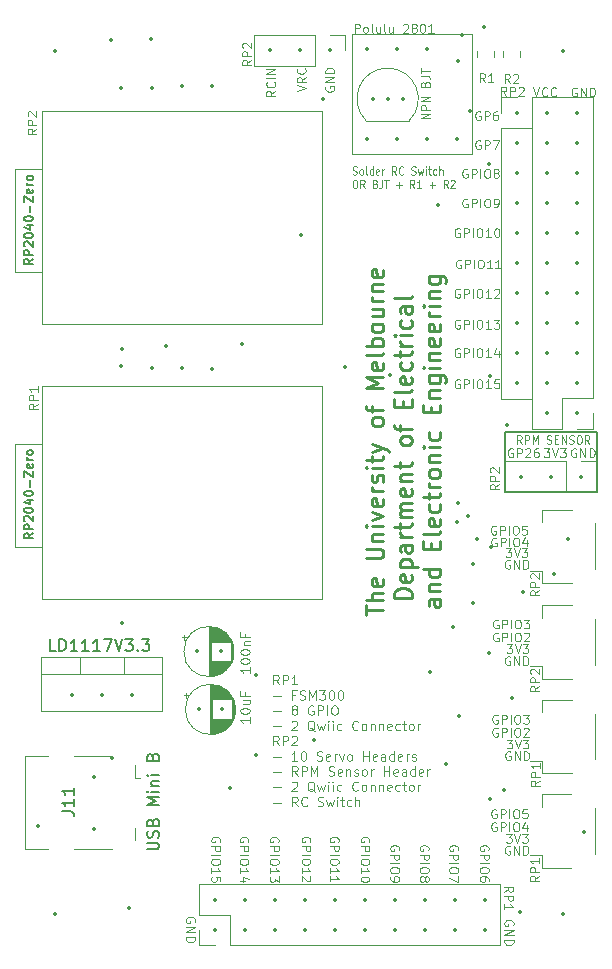
<source format=gto>
%TF.GenerationSoftware,KiCad,Pcbnew,7.0.10*%
%TF.CreationDate,2024-08-04T17:16:23+10:00*%
%TF.ProjectId,AI4R-SENSORPCB,41493452-2d53-4454-9e53-4f525043422e,rev?*%
%TF.SameCoordinates,Original*%
%TF.FileFunction,Legend,Top*%
%TF.FilePolarity,Positive*%
%FSLAX46Y46*%
G04 Gerber Fmt 4.6, Leading zero omitted, Abs format (unit mm)*
G04 Created by KiCad (PCBNEW 7.0.10) date 2024-08-04 17:16:23*
%MOMM*%
%LPD*%
G01*
G04 APERTURE LIST*
%ADD10C,0.150000*%
%ADD11C,0.100000*%
%ADD12C,0.250000*%
%ADD13C,0.120000*%
%ADD14C,0.350000*%
G04 APERTURE END LIST*
D10*
X53590000Y-47750000D02*
X61350000Y-47750000D01*
X61350000Y-52830000D01*
X53590000Y-52830000D01*
X53590000Y-47750000D01*
D11*
X59637217Y-18588728D02*
X59565789Y-18553014D01*
X59565789Y-18553014D02*
X59458646Y-18553014D01*
X59458646Y-18553014D02*
X59351503Y-18588728D01*
X59351503Y-18588728D02*
X59280074Y-18660157D01*
X59280074Y-18660157D02*
X59244360Y-18731585D01*
X59244360Y-18731585D02*
X59208646Y-18874442D01*
X59208646Y-18874442D02*
X59208646Y-18981585D01*
X59208646Y-18981585D02*
X59244360Y-19124442D01*
X59244360Y-19124442D02*
X59280074Y-19195871D01*
X59280074Y-19195871D02*
X59351503Y-19267300D01*
X59351503Y-19267300D02*
X59458646Y-19303014D01*
X59458646Y-19303014D02*
X59530074Y-19303014D01*
X59530074Y-19303014D02*
X59637217Y-19267300D01*
X59637217Y-19267300D02*
X59672931Y-19231585D01*
X59672931Y-19231585D02*
X59672931Y-18981585D01*
X59672931Y-18981585D02*
X59530074Y-18981585D01*
X59994360Y-19303014D02*
X59994360Y-18553014D01*
X59994360Y-18553014D02*
X60422931Y-19303014D01*
X60422931Y-19303014D02*
X60422931Y-18553014D01*
X60780074Y-19303014D02*
X60780074Y-18553014D01*
X60780074Y-18553014D02*
X60958645Y-18553014D01*
X60958645Y-18553014D02*
X61065788Y-18588728D01*
X61065788Y-18588728D02*
X61137217Y-18660157D01*
X61137217Y-18660157D02*
X61172931Y-18731585D01*
X61172931Y-18731585D02*
X61208645Y-18874442D01*
X61208645Y-18874442D02*
X61208645Y-18981585D01*
X61208645Y-18981585D02*
X61172931Y-19124442D01*
X61172931Y-19124442D02*
X61137217Y-19195871D01*
X61137217Y-19195871D02*
X61065788Y-19267300D01*
X61065788Y-19267300D02*
X60958645Y-19303014D01*
X60958645Y-19303014D02*
X60780074Y-19303014D01*
X55967217Y-18543014D02*
X56217217Y-19293014D01*
X56217217Y-19293014D02*
X56467217Y-18543014D01*
X57145788Y-19221585D02*
X57110074Y-19257300D01*
X57110074Y-19257300D02*
X57002931Y-19293014D01*
X57002931Y-19293014D02*
X56931503Y-19293014D01*
X56931503Y-19293014D02*
X56824360Y-19257300D01*
X56824360Y-19257300D02*
X56752931Y-19185871D01*
X56752931Y-19185871D02*
X56717217Y-19114442D01*
X56717217Y-19114442D02*
X56681503Y-18971585D01*
X56681503Y-18971585D02*
X56681503Y-18864442D01*
X56681503Y-18864442D02*
X56717217Y-18721585D01*
X56717217Y-18721585D02*
X56752931Y-18650157D01*
X56752931Y-18650157D02*
X56824360Y-18578728D01*
X56824360Y-18578728D02*
X56931503Y-18543014D01*
X56931503Y-18543014D02*
X57002931Y-18543014D01*
X57002931Y-18543014D02*
X57110074Y-18578728D01*
X57110074Y-18578728D02*
X57145788Y-18614442D01*
X57895788Y-19221585D02*
X57860074Y-19257300D01*
X57860074Y-19257300D02*
X57752931Y-19293014D01*
X57752931Y-19293014D02*
X57681503Y-19293014D01*
X57681503Y-19293014D02*
X57574360Y-19257300D01*
X57574360Y-19257300D02*
X57502931Y-19185871D01*
X57502931Y-19185871D02*
X57467217Y-19114442D01*
X57467217Y-19114442D02*
X57431503Y-18971585D01*
X57431503Y-18971585D02*
X57431503Y-18864442D01*
X57431503Y-18864442D02*
X57467217Y-18721585D01*
X57467217Y-18721585D02*
X57502931Y-18650157D01*
X57502931Y-18650157D02*
X57574360Y-18578728D01*
X57574360Y-18578728D02*
X57681503Y-18543014D01*
X57681503Y-18543014D02*
X57752931Y-18543014D01*
X57752931Y-18543014D02*
X57860074Y-18578728D01*
X57860074Y-18578728D02*
X57895788Y-18614442D01*
X50387217Y-27988728D02*
X50315789Y-27953014D01*
X50315789Y-27953014D02*
X50208646Y-27953014D01*
X50208646Y-27953014D02*
X50101503Y-27988728D01*
X50101503Y-27988728D02*
X50030074Y-28060157D01*
X50030074Y-28060157D02*
X49994360Y-28131585D01*
X49994360Y-28131585D02*
X49958646Y-28274442D01*
X49958646Y-28274442D02*
X49958646Y-28381585D01*
X49958646Y-28381585D02*
X49994360Y-28524442D01*
X49994360Y-28524442D02*
X50030074Y-28595871D01*
X50030074Y-28595871D02*
X50101503Y-28667300D01*
X50101503Y-28667300D02*
X50208646Y-28703014D01*
X50208646Y-28703014D02*
X50280074Y-28703014D01*
X50280074Y-28703014D02*
X50387217Y-28667300D01*
X50387217Y-28667300D02*
X50422931Y-28631585D01*
X50422931Y-28631585D02*
X50422931Y-28381585D01*
X50422931Y-28381585D02*
X50280074Y-28381585D01*
X50744360Y-28703014D02*
X50744360Y-27953014D01*
X50744360Y-27953014D02*
X51030074Y-27953014D01*
X51030074Y-27953014D02*
X51101503Y-27988728D01*
X51101503Y-27988728D02*
X51137217Y-28024442D01*
X51137217Y-28024442D02*
X51172931Y-28095871D01*
X51172931Y-28095871D02*
X51172931Y-28203014D01*
X51172931Y-28203014D02*
X51137217Y-28274442D01*
X51137217Y-28274442D02*
X51101503Y-28310157D01*
X51101503Y-28310157D02*
X51030074Y-28345871D01*
X51030074Y-28345871D02*
X50744360Y-28345871D01*
X51494360Y-28703014D02*
X51494360Y-27953014D01*
X51994360Y-27953014D02*
X52137217Y-27953014D01*
X52137217Y-27953014D02*
X52208646Y-27988728D01*
X52208646Y-27988728D02*
X52280074Y-28060157D01*
X52280074Y-28060157D02*
X52315789Y-28203014D01*
X52315789Y-28203014D02*
X52315789Y-28453014D01*
X52315789Y-28453014D02*
X52280074Y-28595871D01*
X52280074Y-28595871D02*
X52208646Y-28667300D01*
X52208646Y-28667300D02*
X52137217Y-28703014D01*
X52137217Y-28703014D02*
X51994360Y-28703014D01*
X51994360Y-28703014D02*
X51922932Y-28667300D01*
X51922932Y-28667300D02*
X51851503Y-28595871D01*
X51851503Y-28595871D02*
X51815789Y-28453014D01*
X51815789Y-28453014D02*
X51815789Y-28203014D01*
X51815789Y-28203014D02*
X51851503Y-28060157D01*
X51851503Y-28060157D02*
X51922932Y-27988728D01*
X51922932Y-27988728D02*
X51994360Y-27953014D01*
X52672931Y-28703014D02*
X52815788Y-28703014D01*
X52815788Y-28703014D02*
X52887217Y-28667300D01*
X52887217Y-28667300D02*
X52922931Y-28631585D01*
X52922931Y-28631585D02*
X52994360Y-28524442D01*
X52994360Y-28524442D02*
X53030074Y-28381585D01*
X53030074Y-28381585D02*
X53030074Y-28095871D01*
X53030074Y-28095871D02*
X52994360Y-28024442D01*
X52994360Y-28024442D02*
X52958646Y-27988728D01*
X52958646Y-27988728D02*
X52887217Y-27953014D01*
X52887217Y-27953014D02*
X52744360Y-27953014D01*
X52744360Y-27953014D02*
X52672931Y-27988728D01*
X52672931Y-27988728D02*
X52637217Y-28024442D01*
X52637217Y-28024442D02*
X52601503Y-28095871D01*
X52601503Y-28095871D02*
X52601503Y-28274442D01*
X52601503Y-28274442D02*
X52637217Y-28345871D01*
X52637217Y-28345871D02*
X52672931Y-28381585D01*
X52672931Y-28381585D02*
X52744360Y-28417300D01*
X52744360Y-28417300D02*
X52887217Y-28417300D01*
X52887217Y-28417300D02*
X52958646Y-28381585D01*
X52958646Y-28381585D02*
X52994360Y-28345871D01*
X52994360Y-28345871D02*
X53030074Y-28274442D01*
X56453014Y-85277068D02*
X56095871Y-85527068D01*
X56453014Y-85705639D02*
X55703014Y-85705639D01*
X55703014Y-85705639D02*
X55703014Y-85419925D01*
X55703014Y-85419925D02*
X55738728Y-85348496D01*
X55738728Y-85348496D02*
X55774442Y-85312782D01*
X55774442Y-85312782D02*
X55845871Y-85277068D01*
X55845871Y-85277068D02*
X55953014Y-85277068D01*
X55953014Y-85277068D02*
X56024442Y-85312782D01*
X56024442Y-85312782D02*
X56060157Y-85348496D01*
X56060157Y-85348496D02*
X56095871Y-85419925D01*
X56095871Y-85419925D02*
X56095871Y-85705639D01*
X56453014Y-84955639D02*
X55703014Y-84955639D01*
X55703014Y-84955639D02*
X55703014Y-84669925D01*
X55703014Y-84669925D02*
X55738728Y-84598496D01*
X55738728Y-84598496D02*
X55774442Y-84562782D01*
X55774442Y-84562782D02*
X55845871Y-84527068D01*
X55845871Y-84527068D02*
X55953014Y-84527068D01*
X55953014Y-84527068D02*
X56024442Y-84562782D01*
X56024442Y-84562782D02*
X56060157Y-84598496D01*
X56060157Y-84598496D02*
X56095871Y-84669925D01*
X56095871Y-84669925D02*
X56095871Y-84955639D01*
X56453014Y-83812782D02*
X56453014Y-84241353D01*
X56453014Y-84027068D02*
X55703014Y-84027068D01*
X55703014Y-84027068D02*
X55810157Y-84098496D01*
X55810157Y-84098496D02*
X55881585Y-84169925D01*
X55881585Y-84169925D02*
X55917300Y-84241353D01*
X35953014Y-18862782D02*
X36703014Y-18612782D01*
X36703014Y-18612782D02*
X35953014Y-18362782D01*
X36703014Y-17684211D02*
X36345871Y-17934211D01*
X36703014Y-18112782D02*
X35953014Y-18112782D01*
X35953014Y-18112782D02*
X35953014Y-17827068D01*
X35953014Y-17827068D02*
X35988728Y-17755639D01*
X35988728Y-17755639D02*
X36024442Y-17719925D01*
X36024442Y-17719925D02*
X36095871Y-17684211D01*
X36095871Y-17684211D02*
X36203014Y-17684211D01*
X36203014Y-17684211D02*
X36274442Y-17719925D01*
X36274442Y-17719925D02*
X36310157Y-17755639D01*
X36310157Y-17755639D02*
X36345871Y-17827068D01*
X36345871Y-17827068D02*
X36345871Y-18112782D01*
X36631585Y-16934211D02*
X36667300Y-16969925D01*
X36667300Y-16969925D02*
X36703014Y-17077068D01*
X36703014Y-17077068D02*
X36703014Y-17148496D01*
X36703014Y-17148496D02*
X36667300Y-17255639D01*
X36667300Y-17255639D02*
X36595871Y-17327068D01*
X36595871Y-17327068D02*
X36524442Y-17362782D01*
X36524442Y-17362782D02*
X36381585Y-17398496D01*
X36381585Y-17398496D02*
X36274442Y-17398496D01*
X36274442Y-17398496D02*
X36131585Y-17362782D01*
X36131585Y-17362782D02*
X36060157Y-17327068D01*
X36060157Y-17327068D02*
X35988728Y-17255639D01*
X35988728Y-17255639D02*
X35953014Y-17148496D01*
X35953014Y-17148496D02*
X35953014Y-17077068D01*
X35953014Y-17077068D02*
X35988728Y-16969925D01*
X35988728Y-16969925D02*
X36024442Y-16934211D01*
X53987217Y-58588728D02*
X53915789Y-58553014D01*
X53915789Y-58553014D02*
X53808646Y-58553014D01*
X53808646Y-58553014D02*
X53701503Y-58588728D01*
X53701503Y-58588728D02*
X53630074Y-58660157D01*
X53630074Y-58660157D02*
X53594360Y-58731585D01*
X53594360Y-58731585D02*
X53558646Y-58874442D01*
X53558646Y-58874442D02*
X53558646Y-58981585D01*
X53558646Y-58981585D02*
X53594360Y-59124442D01*
X53594360Y-59124442D02*
X53630074Y-59195871D01*
X53630074Y-59195871D02*
X53701503Y-59267300D01*
X53701503Y-59267300D02*
X53808646Y-59303014D01*
X53808646Y-59303014D02*
X53880074Y-59303014D01*
X53880074Y-59303014D02*
X53987217Y-59267300D01*
X53987217Y-59267300D02*
X54022931Y-59231585D01*
X54022931Y-59231585D02*
X54022931Y-58981585D01*
X54022931Y-58981585D02*
X53880074Y-58981585D01*
X54344360Y-59303014D02*
X54344360Y-58553014D01*
X54344360Y-58553014D02*
X54772931Y-59303014D01*
X54772931Y-59303014D02*
X54772931Y-58553014D01*
X55130074Y-59303014D02*
X55130074Y-58553014D01*
X55130074Y-58553014D02*
X55308645Y-58553014D01*
X55308645Y-58553014D02*
X55415788Y-58588728D01*
X55415788Y-58588728D02*
X55487217Y-58660157D01*
X55487217Y-58660157D02*
X55522931Y-58731585D01*
X55522931Y-58731585D02*
X55558645Y-58874442D01*
X55558645Y-58874442D02*
X55558645Y-58981585D01*
X55558645Y-58981585D02*
X55522931Y-59124442D01*
X55522931Y-59124442D02*
X55487217Y-59195871D01*
X55487217Y-59195871D02*
X55415788Y-59267300D01*
X55415788Y-59267300D02*
X55308645Y-59303014D01*
X55308645Y-59303014D02*
X55130074Y-59303014D01*
X49737217Y-38248728D02*
X49665789Y-38213014D01*
X49665789Y-38213014D02*
X49558646Y-38213014D01*
X49558646Y-38213014D02*
X49451503Y-38248728D01*
X49451503Y-38248728D02*
X49380074Y-38320157D01*
X49380074Y-38320157D02*
X49344360Y-38391585D01*
X49344360Y-38391585D02*
X49308646Y-38534442D01*
X49308646Y-38534442D02*
X49308646Y-38641585D01*
X49308646Y-38641585D02*
X49344360Y-38784442D01*
X49344360Y-38784442D02*
X49380074Y-38855871D01*
X49380074Y-38855871D02*
X49451503Y-38927300D01*
X49451503Y-38927300D02*
X49558646Y-38963014D01*
X49558646Y-38963014D02*
X49630074Y-38963014D01*
X49630074Y-38963014D02*
X49737217Y-38927300D01*
X49737217Y-38927300D02*
X49772931Y-38891585D01*
X49772931Y-38891585D02*
X49772931Y-38641585D01*
X49772931Y-38641585D02*
X49630074Y-38641585D01*
X50094360Y-38963014D02*
X50094360Y-38213014D01*
X50094360Y-38213014D02*
X50380074Y-38213014D01*
X50380074Y-38213014D02*
X50451503Y-38248728D01*
X50451503Y-38248728D02*
X50487217Y-38284442D01*
X50487217Y-38284442D02*
X50522931Y-38355871D01*
X50522931Y-38355871D02*
X50522931Y-38463014D01*
X50522931Y-38463014D02*
X50487217Y-38534442D01*
X50487217Y-38534442D02*
X50451503Y-38570157D01*
X50451503Y-38570157D02*
X50380074Y-38605871D01*
X50380074Y-38605871D02*
X50094360Y-38605871D01*
X50844360Y-38963014D02*
X50844360Y-38213014D01*
X51344360Y-38213014D02*
X51487217Y-38213014D01*
X51487217Y-38213014D02*
X51558646Y-38248728D01*
X51558646Y-38248728D02*
X51630074Y-38320157D01*
X51630074Y-38320157D02*
X51665789Y-38463014D01*
X51665789Y-38463014D02*
X51665789Y-38713014D01*
X51665789Y-38713014D02*
X51630074Y-38855871D01*
X51630074Y-38855871D02*
X51558646Y-38927300D01*
X51558646Y-38927300D02*
X51487217Y-38963014D01*
X51487217Y-38963014D02*
X51344360Y-38963014D01*
X51344360Y-38963014D02*
X51272932Y-38927300D01*
X51272932Y-38927300D02*
X51201503Y-38855871D01*
X51201503Y-38855871D02*
X51165789Y-38713014D01*
X51165789Y-38713014D02*
X51165789Y-38463014D01*
X51165789Y-38463014D02*
X51201503Y-38320157D01*
X51201503Y-38320157D02*
X51272932Y-38248728D01*
X51272932Y-38248728D02*
X51344360Y-38213014D01*
X52380074Y-38963014D02*
X51951503Y-38963014D01*
X52165788Y-38963014D02*
X52165788Y-38213014D01*
X52165788Y-38213014D02*
X52094360Y-38320157D01*
X52094360Y-38320157D02*
X52022931Y-38391585D01*
X52022931Y-38391585D02*
X51951503Y-38427300D01*
X52630074Y-38213014D02*
X53094360Y-38213014D01*
X53094360Y-38213014D02*
X52844360Y-38498728D01*
X52844360Y-38498728D02*
X52951503Y-38498728D01*
X52951503Y-38498728D02*
X53022932Y-38534442D01*
X53022932Y-38534442D02*
X53058646Y-38570157D01*
X53058646Y-38570157D02*
X53094360Y-38641585D01*
X53094360Y-38641585D02*
X53094360Y-38820157D01*
X53094360Y-38820157D02*
X53058646Y-38891585D01*
X53058646Y-38891585D02*
X53022932Y-38927300D01*
X53022932Y-38927300D02*
X52951503Y-38963014D01*
X52951503Y-38963014D02*
X52737217Y-38963014D01*
X52737217Y-38963014D02*
X52665789Y-38927300D01*
X52665789Y-38927300D02*
X52630074Y-38891585D01*
X13903014Y-22027068D02*
X13545871Y-22277068D01*
X13903014Y-22455639D02*
X13153014Y-22455639D01*
X13153014Y-22455639D02*
X13153014Y-22169925D01*
X13153014Y-22169925D02*
X13188728Y-22098496D01*
X13188728Y-22098496D02*
X13224442Y-22062782D01*
X13224442Y-22062782D02*
X13295871Y-22027068D01*
X13295871Y-22027068D02*
X13403014Y-22027068D01*
X13403014Y-22027068D02*
X13474442Y-22062782D01*
X13474442Y-22062782D02*
X13510157Y-22098496D01*
X13510157Y-22098496D02*
X13545871Y-22169925D01*
X13545871Y-22169925D02*
X13545871Y-22455639D01*
X13903014Y-21705639D02*
X13153014Y-21705639D01*
X13153014Y-21705639D02*
X13153014Y-21419925D01*
X13153014Y-21419925D02*
X13188728Y-21348496D01*
X13188728Y-21348496D02*
X13224442Y-21312782D01*
X13224442Y-21312782D02*
X13295871Y-21277068D01*
X13295871Y-21277068D02*
X13403014Y-21277068D01*
X13403014Y-21277068D02*
X13474442Y-21312782D01*
X13474442Y-21312782D02*
X13510157Y-21348496D01*
X13510157Y-21348496D02*
X13545871Y-21419925D01*
X13545871Y-21419925D02*
X13545871Y-21705639D01*
X13224442Y-20991353D02*
X13188728Y-20955639D01*
X13188728Y-20955639D02*
X13153014Y-20884211D01*
X13153014Y-20884211D02*
X13153014Y-20705639D01*
X13153014Y-20705639D02*
X13188728Y-20634211D01*
X13188728Y-20634211D02*
X13224442Y-20598496D01*
X13224442Y-20598496D02*
X13295871Y-20562782D01*
X13295871Y-20562782D02*
X13367300Y-20562782D01*
X13367300Y-20562782D02*
X13474442Y-20598496D01*
X13474442Y-20598496D02*
X13903014Y-21027068D01*
X13903014Y-21027068D02*
X13903014Y-20562782D01*
X53045514Y-52157068D02*
X52688371Y-52407068D01*
X53045514Y-52585639D02*
X52295514Y-52585639D01*
X52295514Y-52585639D02*
X52295514Y-52299925D01*
X52295514Y-52299925D02*
X52331228Y-52228496D01*
X52331228Y-52228496D02*
X52366942Y-52192782D01*
X52366942Y-52192782D02*
X52438371Y-52157068D01*
X52438371Y-52157068D02*
X52545514Y-52157068D01*
X52545514Y-52157068D02*
X52616942Y-52192782D01*
X52616942Y-52192782D02*
X52652657Y-52228496D01*
X52652657Y-52228496D02*
X52688371Y-52299925D01*
X52688371Y-52299925D02*
X52688371Y-52585639D01*
X53045514Y-51835639D02*
X52295514Y-51835639D01*
X52295514Y-51835639D02*
X52295514Y-51549925D01*
X52295514Y-51549925D02*
X52331228Y-51478496D01*
X52331228Y-51478496D02*
X52366942Y-51442782D01*
X52366942Y-51442782D02*
X52438371Y-51407068D01*
X52438371Y-51407068D02*
X52545514Y-51407068D01*
X52545514Y-51407068D02*
X52616942Y-51442782D01*
X52616942Y-51442782D02*
X52652657Y-51478496D01*
X52652657Y-51478496D02*
X52688371Y-51549925D01*
X52688371Y-51549925D02*
X52688371Y-51835639D01*
X52366942Y-51121353D02*
X52331228Y-51085639D01*
X52331228Y-51085639D02*
X52295514Y-51014211D01*
X52295514Y-51014211D02*
X52295514Y-50835639D01*
X52295514Y-50835639D02*
X52331228Y-50764211D01*
X52331228Y-50764211D02*
X52366942Y-50728496D01*
X52366942Y-50728496D02*
X52438371Y-50692782D01*
X52438371Y-50692782D02*
X52509800Y-50692782D01*
X52509800Y-50692782D02*
X52616942Y-50728496D01*
X52616942Y-50728496D02*
X53045514Y-51157068D01*
X53045514Y-51157068D02*
X53045514Y-50692782D01*
D10*
X23269819Y-83063220D02*
X24079342Y-83063220D01*
X24079342Y-83063220D02*
X24174580Y-83015601D01*
X24174580Y-83015601D02*
X24222200Y-82967982D01*
X24222200Y-82967982D02*
X24269819Y-82872744D01*
X24269819Y-82872744D02*
X24269819Y-82682268D01*
X24269819Y-82682268D02*
X24222200Y-82587030D01*
X24222200Y-82587030D02*
X24174580Y-82539411D01*
X24174580Y-82539411D02*
X24079342Y-82491792D01*
X24079342Y-82491792D02*
X23269819Y-82491792D01*
X24222200Y-82063220D02*
X24269819Y-81920363D01*
X24269819Y-81920363D02*
X24269819Y-81682268D01*
X24269819Y-81682268D02*
X24222200Y-81587030D01*
X24222200Y-81587030D02*
X24174580Y-81539411D01*
X24174580Y-81539411D02*
X24079342Y-81491792D01*
X24079342Y-81491792D02*
X23984104Y-81491792D01*
X23984104Y-81491792D02*
X23888866Y-81539411D01*
X23888866Y-81539411D02*
X23841247Y-81587030D01*
X23841247Y-81587030D02*
X23793628Y-81682268D01*
X23793628Y-81682268D02*
X23746009Y-81872744D01*
X23746009Y-81872744D02*
X23698390Y-81967982D01*
X23698390Y-81967982D02*
X23650771Y-82015601D01*
X23650771Y-82015601D02*
X23555533Y-82063220D01*
X23555533Y-82063220D02*
X23460295Y-82063220D01*
X23460295Y-82063220D02*
X23365057Y-82015601D01*
X23365057Y-82015601D02*
X23317438Y-81967982D01*
X23317438Y-81967982D02*
X23269819Y-81872744D01*
X23269819Y-81872744D02*
X23269819Y-81634649D01*
X23269819Y-81634649D02*
X23317438Y-81491792D01*
X23746009Y-80729887D02*
X23793628Y-80587030D01*
X23793628Y-80587030D02*
X23841247Y-80539411D01*
X23841247Y-80539411D02*
X23936485Y-80491792D01*
X23936485Y-80491792D02*
X24079342Y-80491792D01*
X24079342Y-80491792D02*
X24174580Y-80539411D01*
X24174580Y-80539411D02*
X24222200Y-80587030D01*
X24222200Y-80587030D02*
X24269819Y-80682268D01*
X24269819Y-80682268D02*
X24269819Y-81063220D01*
X24269819Y-81063220D02*
X23269819Y-81063220D01*
X23269819Y-81063220D02*
X23269819Y-80729887D01*
X23269819Y-80729887D02*
X23317438Y-80634649D01*
X23317438Y-80634649D02*
X23365057Y-80587030D01*
X23365057Y-80587030D02*
X23460295Y-80539411D01*
X23460295Y-80539411D02*
X23555533Y-80539411D01*
X23555533Y-80539411D02*
X23650771Y-80587030D01*
X23650771Y-80587030D02*
X23698390Y-80634649D01*
X23698390Y-80634649D02*
X23746009Y-80729887D01*
X23746009Y-80729887D02*
X23746009Y-81063220D01*
X24269819Y-79301315D02*
X23269819Y-79301315D01*
X23269819Y-79301315D02*
X23984104Y-78967982D01*
X23984104Y-78967982D02*
X23269819Y-78634649D01*
X23269819Y-78634649D02*
X24269819Y-78634649D01*
X24269819Y-78158458D02*
X23603152Y-78158458D01*
X23269819Y-78158458D02*
X23317438Y-78206077D01*
X23317438Y-78206077D02*
X23365057Y-78158458D01*
X23365057Y-78158458D02*
X23317438Y-78110839D01*
X23317438Y-78110839D02*
X23269819Y-78158458D01*
X23269819Y-78158458D02*
X23365057Y-78158458D01*
X23603152Y-77682268D02*
X24269819Y-77682268D01*
X23698390Y-77682268D02*
X23650771Y-77634649D01*
X23650771Y-77634649D02*
X23603152Y-77539411D01*
X23603152Y-77539411D02*
X23603152Y-77396554D01*
X23603152Y-77396554D02*
X23650771Y-77301316D01*
X23650771Y-77301316D02*
X23746009Y-77253697D01*
X23746009Y-77253697D02*
X24269819Y-77253697D01*
X24269819Y-76777506D02*
X23603152Y-76777506D01*
X23269819Y-76777506D02*
X23317438Y-76825125D01*
X23317438Y-76825125D02*
X23365057Y-76777506D01*
X23365057Y-76777506D02*
X23317438Y-76729887D01*
X23317438Y-76729887D02*
X23269819Y-76777506D01*
X23269819Y-76777506D02*
X23365057Y-76777506D01*
X23746009Y-75206078D02*
X23793628Y-75063221D01*
X23793628Y-75063221D02*
X23841247Y-75015602D01*
X23841247Y-75015602D02*
X23936485Y-74967983D01*
X23936485Y-74967983D02*
X24079342Y-74967983D01*
X24079342Y-74967983D02*
X24174580Y-75015602D01*
X24174580Y-75015602D02*
X24222200Y-75063221D01*
X24222200Y-75063221D02*
X24269819Y-75158459D01*
X24269819Y-75158459D02*
X24269819Y-75539411D01*
X24269819Y-75539411D02*
X23269819Y-75539411D01*
X23269819Y-75539411D02*
X23269819Y-75206078D01*
X23269819Y-75206078D02*
X23317438Y-75110840D01*
X23317438Y-75110840D02*
X23365057Y-75063221D01*
X23365057Y-75063221D02*
X23460295Y-75015602D01*
X23460295Y-75015602D02*
X23555533Y-75015602D01*
X23555533Y-75015602D02*
X23650771Y-75063221D01*
X23650771Y-75063221D02*
X23698390Y-75110840D01*
X23698390Y-75110840D02*
X23746009Y-75206078D01*
X23746009Y-75206078D02*
X23746009Y-75539411D01*
D11*
X49561271Y-83137217D02*
X49596985Y-83065789D01*
X49596985Y-83065789D02*
X49596985Y-82958646D01*
X49596985Y-82958646D02*
X49561271Y-82851503D01*
X49561271Y-82851503D02*
X49489842Y-82780074D01*
X49489842Y-82780074D02*
X49418414Y-82744360D01*
X49418414Y-82744360D02*
X49275557Y-82708646D01*
X49275557Y-82708646D02*
X49168414Y-82708646D01*
X49168414Y-82708646D02*
X49025557Y-82744360D01*
X49025557Y-82744360D02*
X48954128Y-82780074D01*
X48954128Y-82780074D02*
X48882700Y-82851503D01*
X48882700Y-82851503D02*
X48846985Y-82958646D01*
X48846985Y-82958646D02*
X48846985Y-83030074D01*
X48846985Y-83030074D02*
X48882700Y-83137217D01*
X48882700Y-83137217D02*
X48918414Y-83172931D01*
X48918414Y-83172931D02*
X49168414Y-83172931D01*
X49168414Y-83172931D02*
X49168414Y-83030074D01*
X48846985Y-83494360D02*
X49596985Y-83494360D01*
X49596985Y-83494360D02*
X49596985Y-83780074D01*
X49596985Y-83780074D02*
X49561271Y-83851503D01*
X49561271Y-83851503D02*
X49525557Y-83887217D01*
X49525557Y-83887217D02*
X49454128Y-83922931D01*
X49454128Y-83922931D02*
X49346985Y-83922931D01*
X49346985Y-83922931D02*
X49275557Y-83887217D01*
X49275557Y-83887217D02*
X49239842Y-83851503D01*
X49239842Y-83851503D02*
X49204128Y-83780074D01*
X49204128Y-83780074D02*
X49204128Y-83494360D01*
X48846985Y-84244360D02*
X49596985Y-84244360D01*
X49596985Y-84744360D02*
X49596985Y-84887217D01*
X49596985Y-84887217D02*
X49561271Y-84958646D01*
X49561271Y-84958646D02*
X49489842Y-85030074D01*
X49489842Y-85030074D02*
X49346985Y-85065789D01*
X49346985Y-85065789D02*
X49096985Y-85065789D01*
X49096985Y-85065789D02*
X48954128Y-85030074D01*
X48954128Y-85030074D02*
X48882700Y-84958646D01*
X48882700Y-84958646D02*
X48846985Y-84887217D01*
X48846985Y-84887217D02*
X48846985Y-84744360D01*
X48846985Y-84744360D02*
X48882700Y-84672932D01*
X48882700Y-84672932D02*
X48954128Y-84601503D01*
X48954128Y-84601503D02*
X49096985Y-84565789D01*
X49096985Y-84565789D02*
X49346985Y-84565789D01*
X49346985Y-84565789D02*
X49489842Y-84601503D01*
X49489842Y-84601503D02*
X49561271Y-84672932D01*
X49561271Y-84672932D02*
X49596985Y-84744360D01*
X49596985Y-85315788D02*
X49596985Y-85815788D01*
X49596985Y-85815788D02*
X48846985Y-85494360D01*
X39461271Y-82417217D02*
X39496985Y-82345789D01*
X39496985Y-82345789D02*
X39496985Y-82238646D01*
X39496985Y-82238646D02*
X39461271Y-82131503D01*
X39461271Y-82131503D02*
X39389842Y-82060074D01*
X39389842Y-82060074D02*
X39318414Y-82024360D01*
X39318414Y-82024360D02*
X39175557Y-81988646D01*
X39175557Y-81988646D02*
X39068414Y-81988646D01*
X39068414Y-81988646D02*
X38925557Y-82024360D01*
X38925557Y-82024360D02*
X38854128Y-82060074D01*
X38854128Y-82060074D02*
X38782700Y-82131503D01*
X38782700Y-82131503D02*
X38746985Y-82238646D01*
X38746985Y-82238646D02*
X38746985Y-82310074D01*
X38746985Y-82310074D02*
X38782700Y-82417217D01*
X38782700Y-82417217D02*
X38818414Y-82452931D01*
X38818414Y-82452931D02*
X39068414Y-82452931D01*
X39068414Y-82452931D02*
X39068414Y-82310074D01*
X38746985Y-82774360D02*
X39496985Y-82774360D01*
X39496985Y-82774360D02*
X39496985Y-83060074D01*
X39496985Y-83060074D02*
X39461271Y-83131503D01*
X39461271Y-83131503D02*
X39425557Y-83167217D01*
X39425557Y-83167217D02*
X39354128Y-83202931D01*
X39354128Y-83202931D02*
X39246985Y-83202931D01*
X39246985Y-83202931D02*
X39175557Y-83167217D01*
X39175557Y-83167217D02*
X39139842Y-83131503D01*
X39139842Y-83131503D02*
X39104128Y-83060074D01*
X39104128Y-83060074D02*
X39104128Y-82774360D01*
X38746985Y-83524360D02*
X39496985Y-83524360D01*
X39496985Y-84024360D02*
X39496985Y-84167217D01*
X39496985Y-84167217D02*
X39461271Y-84238646D01*
X39461271Y-84238646D02*
X39389842Y-84310074D01*
X39389842Y-84310074D02*
X39246985Y-84345789D01*
X39246985Y-84345789D02*
X38996985Y-84345789D01*
X38996985Y-84345789D02*
X38854128Y-84310074D01*
X38854128Y-84310074D02*
X38782700Y-84238646D01*
X38782700Y-84238646D02*
X38746985Y-84167217D01*
X38746985Y-84167217D02*
X38746985Y-84024360D01*
X38746985Y-84024360D02*
X38782700Y-83952932D01*
X38782700Y-83952932D02*
X38854128Y-83881503D01*
X38854128Y-83881503D02*
X38996985Y-83845789D01*
X38996985Y-83845789D02*
X39246985Y-83845789D01*
X39246985Y-83845789D02*
X39389842Y-83881503D01*
X39389842Y-83881503D02*
X39461271Y-83952932D01*
X39461271Y-83952932D02*
X39496985Y-84024360D01*
X38746985Y-85060074D02*
X38746985Y-84631503D01*
X38746985Y-84845788D02*
X39496985Y-84845788D01*
X39496985Y-84845788D02*
X39389842Y-84774360D01*
X39389842Y-84774360D02*
X39318414Y-84702931D01*
X39318414Y-84702931D02*
X39282700Y-84631503D01*
X38746985Y-85774360D02*
X38746985Y-85345789D01*
X38746985Y-85560074D02*
X39496985Y-85560074D01*
X39496985Y-85560074D02*
X39389842Y-85488646D01*
X39389842Y-85488646D02*
X39318414Y-85417217D01*
X39318414Y-85417217D02*
X39282700Y-85345789D01*
X49737217Y-40648728D02*
X49665789Y-40613014D01*
X49665789Y-40613014D02*
X49558646Y-40613014D01*
X49558646Y-40613014D02*
X49451503Y-40648728D01*
X49451503Y-40648728D02*
X49380074Y-40720157D01*
X49380074Y-40720157D02*
X49344360Y-40791585D01*
X49344360Y-40791585D02*
X49308646Y-40934442D01*
X49308646Y-40934442D02*
X49308646Y-41041585D01*
X49308646Y-41041585D02*
X49344360Y-41184442D01*
X49344360Y-41184442D02*
X49380074Y-41255871D01*
X49380074Y-41255871D02*
X49451503Y-41327300D01*
X49451503Y-41327300D02*
X49558646Y-41363014D01*
X49558646Y-41363014D02*
X49630074Y-41363014D01*
X49630074Y-41363014D02*
X49737217Y-41327300D01*
X49737217Y-41327300D02*
X49772931Y-41291585D01*
X49772931Y-41291585D02*
X49772931Y-41041585D01*
X49772931Y-41041585D02*
X49630074Y-41041585D01*
X50094360Y-41363014D02*
X50094360Y-40613014D01*
X50094360Y-40613014D02*
X50380074Y-40613014D01*
X50380074Y-40613014D02*
X50451503Y-40648728D01*
X50451503Y-40648728D02*
X50487217Y-40684442D01*
X50487217Y-40684442D02*
X50522931Y-40755871D01*
X50522931Y-40755871D02*
X50522931Y-40863014D01*
X50522931Y-40863014D02*
X50487217Y-40934442D01*
X50487217Y-40934442D02*
X50451503Y-40970157D01*
X50451503Y-40970157D02*
X50380074Y-41005871D01*
X50380074Y-41005871D02*
X50094360Y-41005871D01*
X50844360Y-41363014D02*
X50844360Y-40613014D01*
X51344360Y-40613014D02*
X51487217Y-40613014D01*
X51487217Y-40613014D02*
X51558646Y-40648728D01*
X51558646Y-40648728D02*
X51630074Y-40720157D01*
X51630074Y-40720157D02*
X51665789Y-40863014D01*
X51665789Y-40863014D02*
X51665789Y-41113014D01*
X51665789Y-41113014D02*
X51630074Y-41255871D01*
X51630074Y-41255871D02*
X51558646Y-41327300D01*
X51558646Y-41327300D02*
X51487217Y-41363014D01*
X51487217Y-41363014D02*
X51344360Y-41363014D01*
X51344360Y-41363014D02*
X51272932Y-41327300D01*
X51272932Y-41327300D02*
X51201503Y-41255871D01*
X51201503Y-41255871D02*
X51165789Y-41113014D01*
X51165789Y-41113014D02*
X51165789Y-40863014D01*
X51165789Y-40863014D02*
X51201503Y-40720157D01*
X51201503Y-40720157D02*
X51272932Y-40648728D01*
X51272932Y-40648728D02*
X51344360Y-40613014D01*
X52380074Y-41363014D02*
X51951503Y-41363014D01*
X52165788Y-41363014D02*
X52165788Y-40613014D01*
X52165788Y-40613014D02*
X52094360Y-40720157D01*
X52094360Y-40720157D02*
X52022931Y-40791585D01*
X52022931Y-40791585D02*
X51951503Y-40827300D01*
X53022932Y-40863014D02*
X53022932Y-41363014D01*
X52844360Y-40577300D02*
X52665789Y-41113014D01*
X52665789Y-41113014D02*
X53130074Y-41113014D01*
X40844360Y-13903014D02*
X40844360Y-13153014D01*
X40844360Y-13153014D02*
X41130074Y-13153014D01*
X41130074Y-13153014D02*
X41201503Y-13188728D01*
X41201503Y-13188728D02*
X41237217Y-13224442D01*
X41237217Y-13224442D02*
X41272931Y-13295871D01*
X41272931Y-13295871D02*
X41272931Y-13403014D01*
X41272931Y-13403014D02*
X41237217Y-13474442D01*
X41237217Y-13474442D02*
X41201503Y-13510157D01*
X41201503Y-13510157D02*
X41130074Y-13545871D01*
X41130074Y-13545871D02*
X40844360Y-13545871D01*
X41701503Y-13903014D02*
X41630074Y-13867300D01*
X41630074Y-13867300D02*
X41594360Y-13831585D01*
X41594360Y-13831585D02*
X41558646Y-13760157D01*
X41558646Y-13760157D02*
X41558646Y-13545871D01*
X41558646Y-13545871D02*
X41594360Y-13474442D01*
X41594360Y-13474442D02*
X41630074Y-13438728D01*
X41630074Y-13438728D02*
X41701503Y-13403014D01*
X41701503Y-13403014D02*
X41808646Y-13403014D01*
X41808646Y-13403014D02*
X41880074Y-13438728D01*
X41880074Y-13438728D02*
X41915789Y-13474442D01*
X41915789Y-13474442D02*
X41951503Y-13545871D01*
X41951503Y-13545871D02*
X41951503Y-13760157D01*
X41951503Y-13760157D02*
X41915789Y-13831585D01*
X41915789Y-13831585D02*
X41880074Y-13867300D01*
X41880074Y-13867300D02*
X41808646Y-13903014D01*
X41808646Y-13903014D02*
X41701503Y-13903014D01*
X42380074Y-13903014D02*
X42308645Y-13867300D01*
X42308645Y-13867300D02*
X42272931Y-13795871D01*
X42272931Y-13795871D02*
X42272931Y-13153014D01*
X42987217Y-13403014D02*
X42987217Y-13903014D01*
X42665788Y-13403014D02*
X42665788Y-13795871D01*
X42665788Y-13795871D02*
X42701502Y-13867300D01*
X42701502Y-13867300D02*
X42772931Y-13903014D01*
X42772931Y-13903014D02*
X42880074Y-13903014D01*
X42880074Y-13903014D02*
X42951502Y-13867300D01*
X42951502Y-13867300D02*
X42987217Y-13831585D01*
X43451502Y-13903014D02*
X43380073Y-13867300D01*
X43380073Y-13867300D02*
X43344359Y-13795871D01*
X43344359Y-13795871D02*
X43344359Y-13153014D01*
X44058645Y-13403014D02*
X44058645Y-13903014D01*
X43737216Y-13403014D02*
X43737216Y-13795871D01*
X43737216Y-13795871D02*
X43772930Y-13867300D01*
X43772930Y-13867300D02*
X43844359Y-13903014D01*
X43844359Y-13903014D02*
X43951502Y-13903014D01*
X43951502Y-13903014D02*
X44022930Y-13867300D01*
X44022930Y-13867300D02*
X44058645Y-13831585D01*
X44951502Y-13224442D02*
X44987216Y-13188728D01*
X44987216Y-13188728D02*
X45058645Y-13153014D01*
X45058645Y-13153014D02*
X45237216Y-13153014D01*
X45237216Y-13153014D02*
X45308645Y-13188728D01*
X45308645Y-13188728D02*
X45344359Y-13224442D01*
X45344359Y-13224442D02*
X45380073Y-13295871D01*
X45380073Y-13295871D02*
X45380073Y-13367300D01*
X45380073Y-13367300D02*
X45344359Y-13474442D01*
X45344359Y-13474442D02*
X44915787Y-13903014D01*
X44915787Y-13903014D02*
X45380073Y-13903014D01*
X45808645Y-13474442D02*
X45737216Y-13438728D01*
X45737216Y-13438728D02*
X45701502Y-13403014D01*
X45701502Y-13403014D02*
X45665788Y-13331585D01*
X45665788Y-13331585D02*
X45665788Y-13295871D01*
X45665788Y-13295871D02*
X45701502Y-13224442D01*
X45701502Y-13224442D02*
X45737216Y-13188728D01*
X45737216Y-13188728D02*
X45808645Y-13153014D01*
X45808645Y-13153014D02*
X45951502Y-13153014D01*
X45951502Y-13153014D02*
X46022931Y-13188728D01*
X46022931Y-13188728D02*
X46058645Y-13224442D01*
X46058645Y-13224442D02*
X46094359Y-13295871D01*
X46094359Y-13295871D02*
X46094359Y-13331585D01*
X46094359Y-13331585D02*
X46058645Y-13403014D01*
X46058645Y-13403014D02*
X46022931Y-13438728D01*
X46022931Y-13438728D02*
X45951502Y-13474442D01*
X45951502Y-13474442D02*
X45808645Y-13474442D01*
X45808645Y-13474442D02*
X45737216Y-13510157D01*
X45737216Y-13510157D02*
X45701502Y-13545871D01*
X45701502Y-13545871D02*
X45665788Y-13617300D01*
X45665788Y-13617300D02*
X45665788Y-13760157D01*
X45665788Y-13760157D02*
X45701502Y-13831585D01*
X45701502Y-13831585D02*
X45737216Y-13867300D01*
X45737216Y-13867300D02*
X45808645Y-13903014D01*
X45808645Y-13903014D02*
X45951502Y-13903014D01*
X45951502Y-13903014D02*
X46022931Y-13867300D01*
X46022931Y-13867300D02*
X46058645Y-13831585D01*
X46058645Y-13831585D02*
X46094359Y-13760157D01*
X46094359Y-13760157D02*
X46094359Y-13617300D01*
X46094359Y-13617300D02*
X46058645Y-13545871D01*
X46058645Y-13545871D02*
X46022931Y-13510157D01*
X46022931Y-13510157D02*
X45951502Y-13474442D01*
X46558645Y-13153014D02*
X46630074Y-13153014D01*
X46630074Y-13153014D02*
X46701502Y-13188728D01*
X46701502Y-13188728D02*
X46737217Y-13224442D01*
X46737217Y-13224442D02*
X46772931Y-13295871D01*
X46772931Y-13295871D02*
X46808645Y-13438728D01*
X46808645Y-13438728D02*
X46808645Y-13617300D01*
X46808645Y-13617300D02*
X46772931Y-13760157D01*
X46772931Y-13760157D02*
X46737217Y-13831585D01*
X46737217Y-13831585D02*
X46701502Y-13867300D01*
X46701502Y-13867300D02*
X46630074Y-13903014D01*
X46630074Y-13903014D02*
X46558645Y-13903014D01*
X46558645Y-13903014D02*
X46487217Y-13867300D01*
X46487217Y-13867300D02*
X46451502Y-13831585D01*
X46451502Y-13831585D02*
X46415788Y-13760157D01*
X46415788Y-13760157D02*
X46380074Y-13617300D01*
X46380074Y-13617300D02*
X46380074Y-13438728D01*
X46380074Y-13438728D02*
X46415788Y-13295871D01*
X46415788Y-13295871D02*
X46451502Y-13224442D01*
X46451502Y-13224442D02*
X46487217Y-13188728D01*
X46487217Y-13188728D02*
X46558645Y-13153014D01*
X47522931Y-13903014D02*
X47094360Y-13903014D01*
X47308645Y-13903014D02*
X47308645Y-13153014D01*
X47308645Y-13153014D02*
X47237217Y-13260157D01*
X47237217Y-13260157D02*
X47165788Y-13331585D01*
X47165788Y-13331585D02*
X47094360Y-13367300D01*
X34361271Y-82437217D02*
X34396985Y-82365789D01*
X34396985Y-82365789D02*
X34396985Y-82258646D01*
X34396985Y-82258646D02*
X34361271Y-82151503D01*
X34361271Y-82151503D02*
X34289842Y-82080074D01*
X34289842Y-82080074D02*
X34218414Y-82044360D01*
X34218414Y-82044360D02*
X34075557Y-82008646D01*
X34075557Y-82008646D02*
X33968414Y-82008646D01*
X33968414Y-82008646D02*
X33825557Y-82044360D01*
X33825557Y-82044360D02*
X33754128Y-82080074D01*
X33754128Y-82080074D02*
X33682700Y-82151503D01*
X33682700Y-82151503D02*
X33646985Y-82258646D01*
X33646985Y-82258646D02*
X33646985Y-82330074D01*
X33646985Y-82330074D02*
X33682700Y-82437217D01*
X33682700Y-82437217D02*
X33718414Y-82472931D01*
X33718414Y-82472931D02*
X33968414Y-82472931D01*
X33968414Y-82472931D02*
X33968414Y-82330074D01*
X33646985Y-82794360D02*
X34396985Y-82794360D01*
X34396985Y-82794360D02*
X34396985Y-83080074D01*
X34396985Y-83080074D02*
X34361271Y-83151503D01*
X34361271Y-83151503D02*
X34325557Y-83187217D01*
X34325557Y-83187217D02*
X34254128Y-83222931D01*
X34254128Y-83222931D02*
X34146985Y-83222931D01*
X34146985Y-83222931D02*
X34075557Y-83187217D01*
X34075557Y-83187217D02*
X34039842Y-83151503D01*
X34039842Y-83151503D02*
X34004128Y-83080074D01*
X34004128Y-83080074D02*
X34004128Y-82794360D01*
X33646985Y-83544360D02*
X34396985Y-83544360D01*
X34396985Y-84044360D02*
X34396985Y-84187217D01*
X34396985Y-84187217D02*
X34361271Y-84258646D01*
X34361271Y-84258646D02*
X34289842Y-84330074D01*
X34289842Y-84330074D02*
X34146985Y-84365789D01*
X34146985Y-84365789D02*
X33896985Y-84365789D01*
X33896985Y-84365789D02*
X33754128Y-84330074D01*
X33754128Y-84330074D02*
X33682700Y-84258646D01*
X33682700Y-84258646D02*
X33646985Y-84187217D01*
X33646985Y-84187217D02*
X33646985Y-84044360D01*
X33646985Y-84044360D02*
X33682700Y-83972932D01*
X33682700Y-83972932D02*
X33754128Y-83901503D01*
X33754128Y-83901503D02*
X33896985Y-83865789D01*
X33896985Y-83865789D02*
X34146985Y-83865789D01*
X34146985Y-83865789D02*
X34289842Y-83901503D01*
X34289842Y-83901503D02*
X34361271Y-83972932D01*
X34361271Y-83972932D02*
X34396985Y-84044360D01*
X33646985Y-85080074D02*
X33646985Y-84651503D01*
X33646985Y-84865788D02*
X34396985Y-84865788D01*
X34396985Y-84865788D02*
X34289842Y-84794360D01*
X34289842Y-84794360D02*
X34218414Y-84722931D01*
X34218414Y-84722931D02*
X34182700Y-84651503D01*
X34396985Y-85330074D02*
X34396985Y-85794360D01*
X34396985Y-85794360D02*
X34111271Y-85544360D01*
X34111271Y-85544360D02*
X34111271Y-85651503D01*
X34111271Y-85651503D02*
X34075557Y-85722932D01*
X34075557Y-85722932D02*
X34039842Y-85758646D01*
X34039842Y-85758646D02*
X33968414Y-85794360D01*
X33968414Y-85794360D02*
X33789842Y-85794360D01*
X33789842Y-85794360D02*
X33718414Y-85758646D01*
X33718414Y-85758646D02*
X33682700Y-85722932D01*
X33682700Y-85722932D02*
X33646985Y-85651503D01*
X33646985Y-85651503D02*
X33646985Y-85437217D01*
X33646985Y-85437217D02*
X33682700Y-85365789D01*
X33682700Y-85365789D02*
X33718414Y-85330074D01*
X52161271Y-83137217D02*
X52196985Y-83065789D01*
X52196985Y-83065789D02*
X52196985Y-82958646D01*
X52196985Y-82958646D02*
X52161271Y-82851503D01*
X52161271Y-82851503D02*
X52089842Y-82780074D01*
X52089842Y-82780074D02*
X52018414Y-82744360D01*
X52018414Y-82744360D02*
X51875557Y-82708646D01*
X51875557Y-82708646D02*
X51768414Y-82708646D01*
X51768414Y-82708646D02*
X51625557Y-82744360D01*
X51625557Y-82744360D02*
X51554128Y-82780074D01*
X51554128Y-82780074D02*
X51482700Y-82851503D01*
X51482700Y-82851503D02*
X51446985Y-82958646D01*
X51446985Y-82958646D02*
X51446985Y-83030074D01*
X51446985Y-83030074D02*
X51482700Y-83137217D01*
X51482700Y-83137217D02*
X51518414Y-83172931D01*
X51518414Y-83172931D02*
X51768414Y-83172931D01*
X51768414Y-83172931D02*
X51768414Y-83030074D01*
X51446985Y-83494360D02*
X52196985Y-83494360D01*
X52196985Y-83494360D02*
X52196985Y-83780074D01*
X52196985Y-83780074D02*
X52161271Y-83851503D01*
X52161271Y-83851503D02*
X52125557Y-83887217D01*
X52125557Y-83887217D02*
X52054128Y-83922931D01*
X52054128Y-83922931D02*
X51946985Y-83922931D01*
X51946985Y-83922931D02*
X51875557Y-83887217D01*
X51875557Y-83887217D02*
X51839842Y-83851503D01*
X51839842Y-83851503D02*
X51804128Y-83780074D01*
X51804128Y-83780074D02*
X51804128Y-83494360D01*
X51446985Y-84244360D02*
X52196985Y-84244360D01*
X52196985Y-84744360D02*
X52196985Y-84887217D01*
X52196985Y-84887217D02*
X52161271Y-84958646D01*
X52161271Y-84958646D02*
X52089842Y-85030074D01*
X52089842Y-85030074D02*
X51946985Y-85065789D01*
X51946985Y-85065789D02*
X51696985Y-85065789D01*
X51696985Y-85065789D02*
X51554128Y-85030074D01*
X51554128Y-85030074D02*
X51482700Y-84958646D01*
X51482700Y-84958646D02*
X51446985Y-84887217D01*
X51446985Y-84887217D02*
X51446985Y-84744360D01*
X51446985Y-84744360D02*
X51482700Y-84672932D01*
X51482700Y-84672932D02*
X51554128Y-84601503D01*
X51554128Y-84601503D02*
X51696985Y-84565789D01*
X51696985Y-84565789D02*
X51946985Y-84565789D01*
X51946985Y-84565789D02*
X52089842Y-84601503D01*
X52089842Y-84601503D02*
X52161271Y-84672932D01*
X52161271Y-84672932D02*
X52196985Y-84744360D01*
X52196985Y-85708646D02*
X52196985Y-85565788D01*
X52196985Y-85565788D02*
X52161271Y-85494360D01*
X52161271Y-85494360D02*
X52125557Y-85458646D01*
X52125557Y-85458646D02*
X52018414Y-85387217D01*
X52018414Y-85387217D02*
X51875557Y-85351503D01*
X51875557Y-85351503D02*
X51589842Y-85351503D01*
X51589842Y-85351503D02*
X51518414Y-85387217D01*
X51518414Y-85387217D02*
X51482700Y-85422931D01*
X51482700Y-85422931D02*
X51446985Y-85494360D01*
X51446985Y-85494360D02*
X51446985Y-85637217D01*
X51446985Y-85637217D02*
X51482700Y-85708646D01*
X51482700Y-85708646D02*
X51518414Y-85744360D01*
X51518414Y-85744360D02*
X51589842Y-85780074D01*
X51589842Y-85780074D02*
X51768414Y-85780074D01*
X51768414Y-85780074D02*
X51839842Y-85744360D01*
X51839842Y-85744360D02*
X51875557Y-85708646D01*
X51875557Y-85708646D02*
X51911271Y-85637217D01*
X51911271Y-85637217D02*
X51911271Y-85494360D01*
X51911271Y-85494360D02*
X51875557Y-85422931D01*
X51875557Y-85422931D02*
X51839842Y-85387217D01*
X51839842Y-85387217D02*
X51768414Y-85351503D01*
X56503014Y-77227068D02*
X56145871Y-77477068D01*
X56503014Y-77655639D02*
X55753014Y-77655639D01*
X55753014Y-77655639D02*
X55753014Y-77369925D01*
X55753014Y-77369925D02*
X55788728Y-77298496D01*
X55788728Y-77298496D02*
X55824442Y-77262782D01*
X55824442Y-77262782D02*
X55895871Y-77227068D01*
X55895871Y-77227068D02*
X56003014Y-77227068D01*
X56003014Y-77227068D02*
X56074442Y-77262782D01*
X56074442Y-77262782D02*
X56110157Y-77298496D01*
X56110157Y-77298496D02*
X56145871Y-77369925D01*
X56145871Y-77369925D02*
X56145871Y-77655639D01*
X56503014Y-76905639D02*
X55753014Y-76905639D01*
X55753014Y-76905639D02*
X55753014Y-76619925D01*
X55753014Y-76619925D02*
X55788728Y-76548496D01*
X55788728Y-76548496D02*
X55824442Y-76512782D01*
X55824442Y-76512782D02*
X55895871Y-76477068D01*
X55895871Y-76477068D02*
X56003014Y-76477068D01*
X56003014Y-76477068D02*
X56074442Y-76512782D01*
X56074442Y-76512782D02*
X56110157Y-76548496D01*
X56110157Y-76548496D02*
X56145871Y-76619925D01*
X56145871Y-76619925D02*
X56145871Y-76905639D01*
X56503014Y-75762782D02*
X56503014Y-76191353D01*
X56503014Y-75977068D02*
X55753014Y-75977068D01*
X55753014Y-75977068D02*
X55860157Y-76048496D01*
X55860157Y-76048496D02*
X55931585Y-76119925D01*
X55931585Y-76119925D02*
X55967300Y-76191353D01*
X56453014Y-61127068D02*
X56095871Y-61377068D01*
X56453014Y-61555639D02*
X55703014Y-61555639D01*
X55703014Y-61555639D02*
X55703014Y-61269925D01*
X55703014Y-61269925D02*
X55738728Y-61198496D01*
X55738728Y-61198496D02*
X55774442Y-61162782D01*
X55774442Y-61162782D02*
X55845871Y-61127068D01*
X55845871Y-61127068D02*
X55953014Y-61127068D01*
X55953014Y-61127068D02*
X56024442Y-61162782D01*
X56024442Y-61162782D02*
X56060157Y-61198496D01*
X56060157Y-61198496D02*
X56095871Y-61269925D01*
X56095871Y-61269925D02*
X56095871Y-61555639D01*
X56453014Y-60805639D02*
X55703014Y-60805639D01*
X55703014Y-60805639D02*
X55703014Y-60519925D01*
X55703014Y-60519925D02*
X55738728Y-60448496D01*
X55738728Y-60448496D02*
X55774442Y-60412782D01*
X55774442Y-60412782D02*
X55845871Y-60377068D01*
X55845871Y-60377068D02*
X55953014Y-60377068D01*
X55953014Y-60377068D02*
X56024442Y-60412782D01*
X56024442Y-60412782D02*
X56060157Y-60448496D01*
X56060157Y-60448496D02*
X56095871Y-60519925D01*
X56095871Y-60519925D02*
X56095871Y-60805639D01*
X55774442Y-60091353D02*
X55738728Y-60055639D01*
X55738728Y-60055639D02*
X55703014Y-59984211D01*
X55703014Y-59984211D02*
X55703014Y-59805639D01*
X55703014Y-59805639D02*
X55738728Y-59734211D01*
X55738728Y-59734211D02*
X55774442Y-59698496D01*
X55774442Y-59698496D02*
X55845871Y-59662782D01*
X55845871Y-59662782D02*
X55917300Y-59662782D01*
X55917300Y-59662782D02*
X56024442Y-59698496D01*
X56024442Y-59698496D02*
X56453014Y-60127068D01*
X56453014Y-60127068D02*
X56453014Y-59662782D01*
X53722931Y-65703014D02*
X54187217Y-65703014D01*
X54187217Y-65703014D02*
X53937217Y-65988728D01*
X53937217Y-65988728D02*
X54044360Y-65988728D01*
X54044360Y-65988728D02*
X54115789Y-66024442D01*
X54115789Y-66024442D02*
X54151503Y-66060157D01*
X54151503Y-66060157D02*
X54187217Y-66131585D01*
X54187217Y-66131585D02*
X54187217Y-66310157D01*
X54187217Y-66310157D02*
X54151503Y-66381585D01*
X54151503Y-66381585D02*
X54115789Y-66417300D01*
X54115789Y-66417300D02*
X54044360Y-66453014D01*
X54044360Y-66453014D02*
X53830074Y-66453014D01*
X53830074Y-66453014D02*
X53758646Y-66417300D01*
X53758646Y-66417300D02*
X53722931Y-66381585D01*
X54401503Y-65703014D02*
X54651503Y-66453014D01*
X54651503Y-66453014D02*
X54901503Y-65703014D01*
X55080074Y-65703014D02*
X55544360Y-65703014D01*
X55544360Y-65703014D02*
X55294360Y-65988728D01*
X55294360Y-65988728D02*
X55401503Y-65988728D01*
X55401503Y-65988728D02*
X55472932Y-66024442D01*
X55472932Y-66024442D02*
X55508646Y-66060157D01*
X55508646Y-66060157D02*
X55544360Y-66131585D01*
X55544360Y-66131585D02*
X55544360Y-66310157D01*
X55544360Y-66310157D02*
X55508646Y-66381585D01*
X55508646Y-66381585D02*
X55472932Y-66417300D01*
X55472932Y-66417300D02*
X55401503Y-66453014D01*
X55401503Y-66453014D02*
X55187217Y-66453014D01*
X55187217Y-66453014D02*
X55115789Y-66417300D01*
X55115789Y-66417300D02*
X55080074Y-66381585D01*
X52787217Y-55688728D02*
X52715789Y-55653014D01*
X52715789Y-55653014D02*
X52608646Y-55653014D01*
X52608646Y-55653014D02*
X52501503Y-55688728D01*
X52501503Y-55688728D02*
X52430074Y-55760157D01*
X52430074Y-55760157D02*
X52394360Y-55831585D01*
X52394360Y-55831585D02*
X52358646Y-55974442D01*
X52358646Y-55974442D02*
X52358646Y-56081585D01*
X52358646Y-56081585D02*
X52394360Y-56224442D01*
X52394360Y-56224442D02*
X52430074Y-56295871D01*
X52430074Y-56295871D02*
X52501503Y-56367300D01*
X52501503Y-56367300D02*
X52608646Y-56403014D01*
X52608646Y-56403014D02*
X52680074Y-56403014D01*
X52680074Y-56403014D02*
X52787217Y-56367300D01*
X52787217Y-56367300D02*
X52822931Y-56331585D01*
X52822931Y-56331585D02*
X52822931Y-56081585D01*
X52822931Y-56081585D02*
X52680074Y-56081585D01*
X53144360Y-56403014D02*
X53144360Y-55653014D01*
X53144360Y-55653014D02*
X53430074Y-55653014D01*
X53430074Y-55653014D02*
X53501503Y-55688728D01*
X53501503Y-55688728D02*
X53537217Y-55724442D01*
X53537217Y-55724442D02*
X53572931Y-55795871D01*
X53572931Y-55795871D02*
X53572931Y-55903014D01*
X53572931Y-55903014D02*
X53537217Y-55974442D01*
X53537217Y-55974442D02*
X53501503Y-56010157D01*
X53501503Y-56010157D02*
X53430074Y-56045871D01*
X53430074Y-56045871D02*
X53144360Y-56045871D01*
X53894360Y-56403014D02*
X53894360Y-55653014D01*
X54394360Y-55653014D02*
X54537217Y-55653014D01*
X54537217Y-55653014D02*
X54608646Y-55688728D01*
X54608646Y-55688728D02*
X54680074Y-55760157D01*
X54680074Y-55760157D02*
X54715789Y-55903014D01*
X54715789Y-55903014D02*
X54715789Y-56153014D01*
X54715789Y-56153014D02*
X54680074Y-56295871D01*
X54680074Y-56295871D02*
X54608646Y-56367300D01*
X54608646Y-56367300D02*
X54537217Y-56403014D01*
X54537217Y-56403014D02*
X54394360Y-56403014D01*
X54394360Y-56403014D02*
X54322932Y-56367300D01*
X54322932Y-56367300D02*
X54251503Y-56295871D01*
X54251503Y-56295871D02*
X54215789Y-56153014D01*
X54215789Y-56153014D02*
X54215789Y-55903014D01*
X54215789Y-55903014D02*
X54251503Y-55760157D01*
X54251503Y-55760157D02*
X54322932Y-55688728D01*
X54322932Y-55688728D02*
X54394360Y-55653014D01*
X55394360Y-55653014D02*
X55037217Y-55653014D01*
X55037217Y-55653014D02*
X55001503Y-56010157D01*
X55001503Y-56010157D02*
X55037217Y-55974442D01*
X55037217Y-55974442D02*
X55108646Y-55938728D01*
X55108646Y-55938728D02*
X55287217Y-55938728D01*
X55287217Y-55938728D02*
X55358646Y-55974442D01*
X55358646Y-55974442D02*
X55394360Y-56010157D01*
X55394360Y-56010157D02*
X55430074Y-56081585D01*
X55430074Y-56081585D02*
X55430074Y-56260157D01*
X55430074Y-56260157D02*
X55394360Y-56331585D01*
X55394360Y-56331585D02*
X55358646Y-56367300D01*
X55358646Y-56367300D02*
X55287217Y-56403014D01*
X55287217Y-56403014D02*
X55108646Y-56403014D01*
X55108646Y-56403014D02*
X55037217Y-56367300D01*
X55037217Y-56367300D02*
X55001503Y-56331585D01*
X44561271Y-83137217D02*
X44596985Y-83065789D01*
X44596985Y-83065789D02*
X44596985Y-82958646D01*
X44596985Y-82958646D02*
X44561271Y-82851503D01*
X44561271Y-82851503D02*
X44489842Y-82780074D01*
X44489842Y-82780074D02*
X44418414Y-82744360D01*
X44418414Y-82744360D02*
X44275557Y-82708646D01*
X44275557Y-82708646D02*
X44168414Y-82708646D01*
X44168414Y-82708646D02*
X44025557Y-82744360D01*
X44025557Y-82744360D02*
X43954128Y-82780074D01*
X43954128Y-82780074D02*
X43882700Y-82851503D01*
X43882700Y-82851503D02*
X43846985Y-82958646D01*
X43846985Y-82958646D02*
X43846985Y-83030074D01*
X43846985Y-83030074D02*
X43882700Y-83137217D01*
X43882700Y-83137217D02*
X43918414Y-83172931D01*
X43918414Y-83172931D02*
X44168414Y-83172931D01*
X44168414Y-83172931D02*
X44168414Y-83030074D01*
X43846985Y-83494360D02*
X44596985Y-83494360D01*
X44596985Y-83494360D02*
X44596985Y-83780074D01*
X44596985Y-83780074D02*
X44561271Y-83851503D01*
X44561271Y-83851503D02*
X44525557Y-83887217D01*
X44525557Y-83887217D02*
X44454128Y-83922931D01*
X44454128Y-83922931D02*
X44346985Y-83922931D01*
X44346985Y-83922931D02*
X44275557Y-83887217D01*
X44275557Y-83887217D02*
X44239842Y-83851503D01*
X44239842Y-83851503D02*
X44204128Y-83780074D01*
X44204128Y-83780074D02*
X44204128Y-83494360D01*
X43846985Y-84244360D02*
X44596985Y-84244360D01*
X44596985Y-84744360D02*
X44596985Y-84887217D01*
X44596985Y-84887217D02*
X44561271Y-84958646D01*
X44561271Y-84958646D02*
X44489842Y-85030074D01*
X44489842Y-85030074D02*
X44346985Y-85065789D01*
X44346985Y-85065789D02*
X44096985Y-85065789D01*
X44096985Y-85065789D02*
X43954128Y-85030074D01*
X43954128Y-85030074D02*
X43882700Y-84958646D01*
X43882700Y-84958646D02*
X43846985Y-84887217D01*
X43846985Y-84887217D02*
X43846985Y-84744360D01*
X43846985Y-84744360D02*
X43882700Y-84672932D01*
X43882700Y-84672932D02*
X43954128Y-84601503D01*
X43954128Y-84601503D02*
X44096985Y-84565789D01*
X44096985Y-84565789D02*
X44346985Y-84565789D01*
X44346985Y-84565789D02*
X44489842Y-84601503D01*
X44489842Y-84601503D02*
X44561271Y-84672932D01*
X44561271Y-84672932D02*
X44596985Y-84744360D01*
X43846985Y-85422931D02*
X43846985Y-85565788D01*
X43846985Y-85565788D02*
X43882700Y-85637217D01*
X43882700Y-85637217D02*
X43918414Y-85672931D01*
X43918414Y-85672931D02*
X44025557Y-85744360D01*
X44025557Y-85744360D02*
X44168414Y-85780074D01*
X44168414Y-85780074D02*
X44454128Y-85780074D01*
X44454128Y-85780074D02*
X44525557Y-85744360D01*
X44525557Y-85744360D02*
X44561271Y-85708646D01*
X44561271Y-85708646D02*
X44596985Y-85637217D01*
X44596985Y-85637217D02*
X44596985Y-85494360D01*
X44596985Y-85494360D02*
X44561271Y-85422931D01*
X44561271Y-85422931D02*
X44525557Y-85387217D01*
X44525557Y-85387217D02*
X44454128Y-85351503D01*
X44454128Y-85351503D02*
X44275557Y-85351503D01*
X44275557Y-85351503D02*
X44204128Y-85387217D01*
X44204128Y-85387217D02*
X44168414Y-85422931D01*
X44168414Y-85422931D02*
X44132700Y-85494360D01*
X44132700Y-85494360D02*
X44132700Y-85637217D01*
X44132700Y-85637217D02*
X44168414Y-85708646D01*
X44168414Y-85708646D02*
X44204128Y-85744360D01*
X44204128Y-85744360D02*
X44275557Y-85780074D01*
X37061271Y-82417217D02*
X37096985Y-82345789D01*
X37096985Y-82345789D02*
X37096985Y-82238646D01*
X37096985Y-82238646D02*
X37061271Y-82131503D01*
X37061271Y-82131503D02*
X36989842Y-82060074D01*
X36989842Y-82060074D02*
X36918414Y-82024360D01*
X36918414Y-82024360D02*
X36775557Y-81988646D01*
X36775557Y-81988646D02*
X36668414Y-81988646D01*
X36668414Y-81988646D02*
X36525557Y-82024360D01*
X36525557Y-82024360D02*
X36454128Y-82060074D01*
X36454128Y-82060074D02*
X36382700Y-82131503D01*
X36382700Y-82131503D02*
X36346985Y-82238646D01*
X36346985Y-82238646D02*
X36346985Y-82310074D01*
X36346985Y-82310074D02*
X36382700Y-82417217D01*
X36382700Y-82417217D02*
X36418414Y-82452931D01*
X36418414Y-82452931D02*
X36668414Y-82452931D01*
X36668414Y-82452931D02*
X36668414Y-82310074D01*
X36346985Y-82774360D02*
X37096985Y-82774360D01*
X37096985Y-82774360D02*
X37096985Y-83060074D01*
X37096985Y-83060074D02*
X37061271Y-83131503D01*
X37061271Y-83131503D02*
X37025557Y-83167217D01*
X37025557Y-83167217D02*
X36954128Y-83202931D01*
X36954128Y-83202931D02*
X36846985Y-83202931D01*
X36846985Y-83202931D02*
X36775557Y-83167217D01*
X36775557Y-83167217D02*
X36739842Y-83131503D01*
X36739842Y-83131503D02*
X36704128Y-83060074D01*
X36704128Y-83060074D02*
X36704128Y-82774360D01*
X36346985Y-83524360D02*
X37096985Y-83524360D01*
X37096985Y-84024360D02*
X37096985Y-84167217D01*
X37096985Y-84167217D02*
X37061271Y-84238646D01*
X37061271Y-84238646D02*
X36989842Y-84310074D01*
X36989842Y-84310074D02*
X36846985Y-84345789D01*
X36846985Y-84345789D02*
X36596985Y-84345789D01*
X36596985Y-84345789D02*
X36454128Y-84310074D01*
X36454128Y-84310074D02*
X36382700Y-84238646D01*
X36382700Y-84238646D02*
X36346985Y-84167217D01*
X36346985Y-84167217D02*
X36346985Y-84024360D01*
X36346985Y-84024360D02*
X36382700Y-83952932D01*
X36382700Y-83952932D02*
X36454128Y-83881503D01*
X36454128Y-83881503D02*
X36596985Y-83845789D01*
X36596985Y-83845789D02*
X36846985Y-83845789D01*
X36846985Y-83845789D02*
X36989842Y-83881503D01*
X36989842Y-83881503D02*
X37061271Y-83952932D01*
X37061271Y-83952932D02*
X37096985Y-84024360D01*
X36346985Y-85060074D02*
X36346985Y-84631503D01*
X36346985Y-84845788D02*
X37096985Y-84845788D01*
X37096985Y-84845788D02*
X36989842Y-84774360D01*
X36989842Y-84774360D02*
X36918414Y-84702931D01*
X36918414Y-84702931D02*
X36882700Y-84631503D01*
X37025557Y-85345789D02*
X37061271Y-85381503D01*
X37061271Y-85381503D02*
X37096985Y-85452932D01*
X37096985Y-85452932D02*
X37096985Y-85631503D01*
X37096985Y-85631503D02*
X37061271Y-85702932D01*
X37061271Y-85702932D02*
X37025557Y-85738646D01*
X37025557Y-85738646D02*
X36954128Y-85774360D01*
X36954128Y-85774360D02*
X36882700Y-85774360D01*
X36882700Y-85774360D02*
X36775557Y-85738646D01*
X36775557Y-85738646D02*
X36346985Y-85310074D01*
X36346985Y-85310074D02*
X36346985Y-85774360D01*
X42061271Y-82437217D02*
X42096985Y-82365789D01*
X42096985Y-82365789D02*
X42096985Y-82258646D01*
X42096985Y-82258646D02*
X42061271Y-82151503D01*
X42061271Y-82151503D02*
X41989842Y-82080074D01*
X41989842Y-82080074D02*
X41918414Y-82044360D01*
X41918414Y-82044360D02*
X41775557Y-82008646D01*
X41775557Y-82008646D02*
X41668414Y-82008646D01*
X41668414Y-82008646D02*
X41525557Y-82044360D01*
X41525557Y-82044360D02*
X41454128Y-82080074D01*
X41454128Y-82080074D02*
X41382700Y-82151503D01*
X41382700Y-82151503D02*
X41346985Y-82258646D01*
X41346985Y-82258646D02*
X41346985Y-82330074D01*
X41346985Y-82330074D02*
X41382700Y-82437217D01*
X41382700Y-82437217D02*
X41418414Y-82472931D01*
X41418414Y-82472931D02*
X41668414Y-82472931D01*
X41668414Y-82472931D02*
X41668414Y-82330074D01*
X41346985Y-82794360D02*
X42096985Y-82794360D01*
X42096985Y-82794360D02*
X42096985Y-83080074D01*
X42096985Y-83080074D02*
X42061271Y-83151503D01*
X42061271Y-83151503D02*
X42025557Y-83187217D01*
X42025557Y-83187217D02*
X41954128Y-83222931D01*
X41954128Y-83222931D02*
X41846985Y-83222931D01*
X41846985Y-83222931D02*
X41775557Y-83187217D01*
X41775557Y-83187217D02*
X41739842Y-83151503D01*
X41739842Y-83151503D02*
X41704128Y-83080074D01*
X41704128Y-83080074D02*
X41704128Y-82794360D01*
X41346985Y-83544360D02*
X42096985Y-83544360D01*
X42096985Y-84044360D02*
X42096985Y-84187217D01*
X42096985Y-84187217D02*
X42061271Y-84258646D01*
X42061271Y-84258646D02*
X41989842Y-84330074D01*
X41989842Y-84330074D02*
X41846985Y-84365789D01*
X41846985Y-84365789D02*
X41596985Y-84365789D01*
X41596985Y-84365789D02*
X41454128Y-84330074D01*
X41454128Y-84330074D02*
X41382700Y-84258646D01*
X41382700Y-84258646D02*
X41346985Y-84187217D01*
X41346985Y-84187217D02*
X41346985Y-84044360D01*
X41346985Y-84044360D02*
X41382700Y-83972932D01*
X41382700Y-83972932D02*
X41454128Y-83901503D01*
X41454128Y-83901503D02*
X41596985Y-83865789D01*
X41596985Y-83865789D02*
X41846985Y-83865789D01*
X41846985Y-83865789D02*
X41989842Y-83901503D01*
X41989842Y-83901503D02*
X42061271Y-83972932D01*
X42061271Y-83972932D02*
X42096985Y-84044360D01*
X41346985Y-85080074D02*
X41346985Y-84651503D01*
X41346985Y-84865788D02*
X42096985Y-84865788D01*
X42096985Y-84865788D02*
X41989842Y-84794360D01*
X41989842Y-84794360D02*
X41918414Y-84722931D01*
X41918414Y-84722931D02*
X41882700Y-84651503D01*
X42096985Y-85544360D02*
X42096985Y-85615789D01*
X42096985Y-85615789D02*
X42061271Y-85687217D01*
X42061271Y-85687217D02*
X42025557Y-85722932D01*
X42025557Y-85722932D02*
X41954128Y-85758646D01*
X41954128Y-85758646D02*
X41811271Y-85794360D01*
X41811271Y-85794360D02*
X41632700Y-85794360D01*
X41632700Y-85794360D02*
X41489842Y-85758646D01*
X41489842Y-85758646D02*
X41418414Y-85722932D01*
X41418414Y-85722932D02*
X41382700Y-85687217D01*
X41382700Y-85687217D02*
X41346985Y-85615789D01*
X41346985Y-85615789D02*
X41346985Y-85544360D01*
X41346985Y-85544360D02*
X41382700Y-85472932D01*
X41382700Y-85472932D02*
X41418414Y-85437217D01*
X41418414Y-85437217D02*
X41489842Y-85401503D01*
X41489842Y-85401503D02*
X41632700Y-85365789D01*
X41632700Y-85365789D02*
X41811271Y-85365789D01*
X41811271Y-85365789D02*
X41954128Y-85401503D01*
X41954128Y-85401503D02*
X42025557Y-85437217D01*
X42025557Y-85437217D02*
X42061271Y-85472932D01*
X42061271Y-85472932D02*
X42096985Y-85544360D01*
X49737217Y-35648728D02*
X49665789Y-35613014D01*
X49665789Y-35613014D02*
X49558646Y-35613014D01*
X49558646Y-35613014D02*
X49451503Y-35648728D01*
X49451503Y-35648728D02*
X49380074Y-35720157D01*
X49380074Y-35720157D02*
X49344360Y-35791585D01*
X49344360Y-35791585D02*
X49308646Y-35934442D01*
X49308646Y-35934442D02*
X49308646Y-36041585D01*
X49308646Y-36041585D02*
X49344360Y-36184442D01*
X49344360Y-36184442D02*
X49380074Y-36255871D01*
X49380074Y-36255871D02*
X49451503Y-36327300D01*
X49451503Y-36327300D02*
X49558646Y-36363014D01*
X49558646Y-36363014D02*
X49630074Y-36363014D01*
X49630074Y-36363014D02*
X49737217Y-36327300D01*
X49737217Y-36327300D02*
X49772931Y-36291585D01*
X49772931Y-36291585D02*
X49772931Y-36041585D01*
X49772931Y-36041585D02*
X49630074Y-36041585D01*
X50094360Y-36363014D02*
X50094360Y-35613014D01*
X50094360Y-35613014D02*
X50380074Y-35613014D01*
X50380074Y-35613014D02*
X50451503Y-35648728D01*
X50451503Y-35648728D02*
X50487217Y-35684442D01*
X50487217Y-35684442D02*
X50522931Y-35755871D01*
X50522931Y-35755871D02*
X50522931Y-35863014D01*
X50522931Y-35863014D02*
X50487217Y-35934442D01*
X50487217Y-35934442D02*
X50451503Y-35970157D01*
X50451503Y-35970157D02*
X50380074Y-36005871D01*
X50380074Y-36005871D02*
X50094360Y-36005871D01*
X50844360Y-36363014D02*
X50844360Y-35613014D01*
X51344360Y-35613014D02*
X51487217Y-35613014D01*
X51487217Y-35613014D02*
X51558646Y-35648728D01*
X51558646Y-35648728D02*
X51630074Y-35720157D01*
X51630074Y-35720157D02*
X51665789Y-35863014D01*
X51665789Y-35863014D02*
X51665789Y-36113014D01*
X51665789Y-36113014D02*
X51630074Y-36255871D01*
X51630074Y-36255871D02*
X51558646Y-36327300D01*
X51558646Y-36327300D02*
X51487217Y-36363014D01*
X51487217Y-36363014D02*
X51344360Y-36363014D01*
X51344360Y-36363014D02*
X51272932Y-36327300D01*
X51272932Y-36327300D02*
X51201503Y-36255871D01*
X51201503Y-36255871D02*
X51165789Y-36113014D01*
X51165789Y-36113014D02*
X51165789Y-35863014D01*
X51165789Y-35863014D02*
X51201503Y-35720157D01*
X51201503Y-35720157D02*
X51272932Y-35648728D01*
X51272932Y-35648728D02*
X51344360Y-35613014D01*
X52380074Y-36363014D02*
X51951503Y-36363014D01*
X52165788Y-36363014D02*
X52165788Y-35613014D01*
X52165788Y-35613014D02*
X52094360Y-35720157D01*
X52094360Y-35720157D02*
X52022931Y-35791585D01*
X52022931Y-35791585D02*
X51951503Y-35827300D01*
X52665789Y-35684442D02*
X52701503Y-35648728D01*
X52701503Y-35648728D02*
X52772932Y-35613014D01*
X52772932Y-35613014D02*
X52951503Y-35613014D01*
X52951503Y-35613014D02*
X53022932Y-35648728D01*
X53022932Y-35648728D02*
X53058646Y-35684442D01*
X53058646Y-35684442D02*
X53094360Y-35755871D01*
X53094360Y-35755871D02*
X53094360Y-35827300D01*
X53094360Y-35827300D02*
X53058646Y-35934442D01*
X53058646Y-35934442D02*
X52630074Y-36363014D01*
X52630074Y-36363014D02*
X53094360Y-36363014D01*
D12*
X41773428Y-63200002D02*
X41773428Y-62400002D01*
X43273428Y-62800002D02*
X41773428Y-62800002D01*
X43273428Y-61933335D02*
X41773428Y-61933335D01*
X43273428Y-61333335D02*
X42487714Y-61333335D01*
X42487714Y-61333335D02*
X42344857Y-61400002D01*
X42344857Y-61400002D02*
X42273428Y-61533335D01*
X42273428Y-61533335D02*
X42273428Y-61733335D01*
X42273428Y-61733335D02*
X42344857Y-61866669D01*
X42344857Y-61866669D02*
X42416285Y-61933335D01*
X43202000Y-60133335D02*
X43273428Y-60266668D01*
X43273428Y-60266668D02*
X43273428Y-60533335D01*
X43273428Y-60533335D02*
X43202000Y-60666668D01*
X43202000Y-60666668D02*
X43059142Y-60733335D01*
X43059142Y-60733335D02*
X42487714Y-60733335D01*
X42487714Y-60733335D02*
X42344857Y-60666668D01*
X42344857Y-60666668D02*
X42273428Y-60533335D01*
X42273428Y-60533335D02*
X42273428Y-60266668D01*
X42273428Y-60266668D02*
X42344857Y-60133335D01*
X42344857Y-60133335D02*
X42487714Y-60066668D01*
X42487714Y-60066668D02*
X42630571Y-60066668D01*
X42630571Y-60066668D02*
X42773428Y-60733335D01*
X41773428Y-58400001D02*
X42987714Y-58400001D01*
X42987714Y-58400001D02*
X43130571Y-58333335D01*
X43130571Y-58333335D02*
X43202000Y-58266668D01*
X43202000Y-58266668D02*
X43273428Y-58133335D01*
X43273428Y-58133335D02*
X43273428Y-57866668D01*
X43273428Y-57866668D02*
X43202000Y-57733335D01*
X43202000Y-57733335D02*
X43130571Y-57666668D01*
X43130571Y-57666668D02*
X42987714Y-57600001D01*
X42987714Y-57600001D02*
X41773428Y-57600001D01*
X42273428Y-56933334D02*
X43273428Y-56933334D01*
X42416285Y-56933334D02*
X42344857Y-56866668D01*
X42344857Y-56866668D02*
X42273428Y-56733334D01*
X42273428Y-56733334D02*
X42273428Y-56533334D01*
X42273428Y-56533334D02*
X42344857Y-56400001D01*
X42344857Y-56400001D02*
X42487714Y-56333334D01*
X42487714Y-56333334D02*
X43273428Y-56333334D01*
X43273428Y-55666667D02*
X42273428Y-55666667D01*
X41773428Y-55666667D02*
X41844857Y-55733334D01*
X41844857Y-55733334D02*
X41916285Y-55666667D01*
X41916285Y-55666667D02*
X41844857Y-55600001D01*
X41844857Y-55600001D02*
X41773428Y-55666667D01*
X41773428Y-55666667D02*
X41916285Y-55666667D01*
X42273428Y-55133334D02*
X43273428Y-54800000D01*
X43273428Y-54800000D02*
X42273428Y-54466667D01*
X43202000Y-53400000D02*
X43273428Y-53533333D01*
X43273428Y-53533333D02*
X43273428Y-53800000D01*
X43273428Y-53800000D02*
X43202000Y-53933333D01*
X43202000Y-53933333D02*
X43059142Y-54000000D01*
X43059142Y-54000000D02*
X42487714Y-54000000D01*
X42487714Y-54000000D02*
X42344857Y-53933333D01*
X42344857Y-53933333D02*
X42273428Y-53800000D01*
X42273428Y-53800000D02*
X42273428Y-53533333D01*
X42273428Y-53533333D02*
X42344857Y-53400000D01*
X42344857Y-53400000D02*
X42487714Y-53333333D01*
X42487714Y-53333333D02*
X42630571Y-53333333D01*
X42630571Y-53333333D02*
X42773428Y-54000000D01*
X43273428Y-52733333D02*
X42273428Y-52733333D01*
X42559142Y-52733333D02*
X42416285Y-52666667D01*
X42416285Y-52666667D02*
X42344857Y-52600000D01*
X42344857Y-52600000D02*
X42273428Y-52466667D01*
X42273428Y-52466667D02*
X42273428Y-52333333D01*
X43202000Y-51933333D02*
X43273428Y-51800000D01*
X43273428Y-51800000D02*
X43273428Y-51533333D01*
X43273428Y-51533333D02*
X43202000Y-51400000D01*
X43202000Y-51400000D02*
X43059142Y-51333333D01*
X43059142Y-51333333D02*
X42987714Y-51333333D01*
X42987714Y-51333333D02*
X42844857Y-51400000D01*
X42844857Y-51400000D02*
X42773428Y-51533333D01*
X42773428Y-51533333D02*
X42773428Y-51733333D01*
X42773428Y-51733333D02*
X42702000Y-51866666D01*
X42702000Y-51866666D02*
X42559142Y-51933333D01*
X42559142Y-51933333D02*
X42487714Y-51933333D01*
X42487714Y-51933333D02*
X42344857Y-51866666D01*
X42344857Y-51866666D02*
X42273428Y-51733333D01*
X42273428Y-51733333D02*
X42273428Y-51533333D01*
X42273428Y-51533333D02*
X42344857Y-51400000D01*
X43273428Y-50733333D02*
X42273428Y-50733333D01*
X41773428Y-50733333D02*
X41844857Y-50800000D01*
X41844857Y-50800000D02*
X41916285Y-50733333D01*
X41916285Y-50733333D02*
X41844857Y-50666667D01*
X41844857Y-50666667D02*
X41773428Y-50733333D01*
X41773428Y-50733333D02*
X41916285Y-50733333D01*
X42273428Y-50266666D02*
X42273428Y-49733333D01*
X41773428Y-50066666D02*
X43059142Y-50066666D01*
X43059142Y-50066666D02*
X43202000Y-50000000D01*
X43202000Y-50000000D02*
X43273428Y-49866666D01*
X43273428Y-49866666D02*
X43273428Y-49733333D01*
X42273428Y-49400000D02*
X43273428Y-49066666D01*
X42273428Y-48733333D02*
X43273428Y-49066666D01*
X43273428Y-49066666D02*
X43630571Y-49200000D01*
X43630571Y-49200000D02*
X43702000Y-49266666D01*
X43702000Y-49266666D02*
X43773428Y-49400000D01*
X43273428Y-46933332D02*
X43202000Y-47066666D01*
X43202000Y-47066666D02*
X43130571Y-47133332D01*
X43130571Y-47133332D02*
X42987714Y-47199999D01*
X42987714Y-47199999D02*
X42559142Y-47199999D01*
X42559142Y-47199999D02*
X42416285Y-47133332D01*
X42416285Y-47133332D02*
X42344857Y-47066666D01*
X42344857Y-47066666D02*
X42273428Y-46933332D01*
X42273428Y-46933332D02*
X42273428Y-46733332D01*
X42273428Y-46733332D02*
X42344857Y-46599999D01*
X42344857Y-46599999D02*
X42416285Y-46533332D01*
X42416285Y-46533332D02*
X42559142Y-46466666D01*
X42559142Y-46466666D02*
X42987714Y-46466666D01*
X42987714Y-46466666D02*
X43130571Y-46533332D01*
X43130571Y-46533332D02*
X43202000Y-46599999D01*
X43202000Y-46599999D02*
X43273428Y-46733332D01*
X43273428Y-46733332D02*
X43273428Y-46933332D01*
X42273428Y-46066665D02*
X42273428Y-45533332D01*
X43273428Y-45866665D02*
X41987714Y-45866665D01*
X41987714Y-45866665D02*
X41844857Y-45799999D01*
X41844857Y-45799999D02*
X41773428Y-45666665D01*
X41773428Y-45666665D02*
X41773428Y-45533332D01*
X43273428Y-43999998D02*
X41773428Y-43999998D01*
X41773428Y-43999998D02*
X42844857Y-43533332D01*
X42844857Y-43533332D02*
X41773428Y-43066665D01*
X41773428Y-43066665D02*
X43273428Y-43066665D01*
X43202000Y-41866665D02*
X43273428Y-41999998D01*
X43273428Y-41999998D02*
X43273428Y-42266665D01*
X43273428Y-42266665D02*
X43202000Y-42399998D01*
X43202000Y-42399998D02*
X43059142Y-42466665D01*
X43059142Y-42466665D02*
X42487714Y-42466665D01*
X42487714Y-42466665D02*
X42344857Y-42399998D01*
X42344857Y-42399998D02*
X42273428Y-42266665D01*
X42273428Y-42266665D02*
X42273428Y-41999998D01*
X42273428Y-41999998D02*
X42344857Y-41866665D01*
X42344857Y-41866665D02*
X42487714Y-41799998D01*
X42487714Y-41799998D02*
X42630571Y-41799998D01*
X42630571Y-41799998D02*
X42773428Y-42466665D01*
X43273428Y-40999998D02*
X43202000Y-41133332D01*
X43202000Y-41133332D02*
X43059142Y-41199998D01*
X43059142Y-41199998D02*
X41773428Y-41199998D01*
X43273428Y-40466665D02*
X41773428Y-40466665D01*
X42344857Y-40466665D02*
X42273428Y-40333332D01*
X42273428Y-40333332D02*
X42273428Y-40066665D01*
X42273428Y-40066665D02*
X42344857Y-39933332D01*
X42344857Y-39933332D02*
X42416285Y-39866665D01*
X42416285Y-39866665D02*
X42559142Y-39799999D01*
X42559142Y-39799999D02*
X42987714Y-39799999D01*
X42987714Y-39799999D02*
X43130571Y-39866665D01*
X43130571Y-39866665D02*
X43202000Y-39933332D01*
X43202000Y-39933332D02*
X43273428Y-40066665D01*
X43273428Y-40066665D02*
X43273428Y-40333332D01*
X43273428Y-40333332D02*
X43202000Y-40466665D01*
X43273428Y-38999998D02*
X43202000Y-39133332D01*
X43202000Y-39133332D02*
X43130571Y-39199998D01*
X43130571Y-39199998D02*
X42987714Y-39266665D01*
X42987714Y-39266665D02*
X42559142Y-39266665D01*
X42559142Y-39266665D02*
X42416285Y-39199998D01*
X42416285Y-39199998D02*
X42344857Y-39133332D01*
X42344857Y-39133332D02*
X42273428Y-38999998D01*
X42273428Y-38999998D02*
X42273428Y-38799998D01*
X42273428Y-38799998D02*
X42344857Y-38666665D01*
X42344857Y-38666665D02*
X42416285Y-38599998D01*
X42416285Y-38599998D02*
X42559142Y-38533332D01*
X42559142Y-38533332D02*
X42987714Y-38533332D01*
X42987714Y-38533332D02*
X43130571Y-38599998D01*
X43130571Y-38599998D02*
X43202000Y-38666665D01*
X43202000Y-38666665D02*
X43273428Y-38799998D01*
X43273428Y-38799998D02*
X43273428Y-38999998D01*
X42273428Y-37333331D02*
X43273428Y-37333331D01*
X42273428Y-37933331D02*
X43059142Y-37933331D01*
X43059142Y-37933331D02*
X43202000Y-37866665D01*
X43202000Y-37866665D02*
X43273428Y-37733331D01*
X43273428Y-37733331D02*
X43273428Y-37533331D01*
X43273428Y-37533331D02*
X43202000Y-37399998D01*
X43202000Y-37399998D02*
X43130571Y-37333331D01*
X43273428Y-36666664D02*
X42273428Y-36666664D01*
X42559142Y-36666664D02*
X42416285Y-36599998D01*
X42416285Y-36599998D02*
X42344857Y-36533331D01*
X42344857Y-36533331D02*
X42273428Y-36399998D01*
X42273428Y-36399998D02*
X42273428Y-36266664D01*
X42273428Y-35799997D02*
X43273428Y-35799997D01*
X42416285Y-35799997D02*
X42344857Y-35733331D01*
X42344857Y-35733331D02*
X42273428Y-35599997D01*
X42273428Y-35599997D02*
X42273428Y-35399997D01*
X42273428Y-35399997D02*
X42344857Y-35266664D01*
X42344857Y-35266664D02*
X42487714Y-35199997D01*
X42487714Y-35199997D02*
X43273428Y-35199997D01*
X43202000Y-33999997D02*
X43273428Y-34133330D01*
X43273428Y-34133330D02*
X43273428Y-34399997D01*
X43273428Y-34399997D02*
X43202000Y-34533330D01*
X43202000Y-34533330D02*
X43059142Y-34599997D01*
X43059142Y-34599997D02*
X42487714Y-34599997D01*
X42487714Y-34599997D02*
X42344857Y-34533330D01*
X42344857Y-34533330D02*
X42273428Y-34399997D01*
X42273428Y-34399997D02*
X42273428Y-34133330D01*
X42273428Y-34133330D02*
X42344857Y-33999997D01*
X42344857Y-33999997D02*
X42487714Y-33933330D01*
X42487714Y-33933330D02*
X42630571Y-33933330D01*
X42630571Y-33933330D02*
X42773428Y-34599997D01*
X45688428Y-61733334D02*
X44188428Y-61733334D01*
X44188428Y-61733334D02*
X44188428Y-61400001D01*
X44188428Y-61400001D02*
X44259857Y-61200001D01*
X44259857Y-61200001D02*
X44402714Y-61066668D01*
X44402714Y-61066668D02*
X44545571Y-61000001D01*
X44545571Y-61000001D02*
X44831285Y-60933334D01*
X44831285Y-60933334D02*
X45045571Y-60933334D01*
X45045571Y-60933334D02*
X45331285Y-61000001D01*
X45331285Y-61000001D02*
X45474142Y-61066668D01*
X45474142Y-61066668D02*
X45617000Y-61200001D01*
X45617000Y-61200001D02*
X45688428Y-61400001D01*
X45688428Y-61400001D02*
X45688428Y-61733334D01*
X45617000Y-59800001D02*
X45688428Y-59933334D01*
X45688428Y-59933334D02*
X45688428Y-60200001D01*
X45688428Y-60200001D02*
X45617000Y-60333334D01*
X45617000Y-60333334D02*
X45474142Y-60400001D01*
X45474142Y-60400001D02*
X44902714Y-60400001D01*
X44902714Y-60400001D02*
X44759857Y-60333334D01*
X44759857Y-60333334D02*
X44688428Y-60200001D01*
X44688428Y-60200001D02*
X44688428Y-59933334D01*
X44688428Y-59933334D02*
X44759857Y-59800001D01*
X44759857Y-59800001D02*
X44902714Y-59733334D01*
X44902714Y-59733334D02*
X45045571Y-59733334D01*
X45045571Y-59733334D02*
X45188428Y-60400001D01*
X44688428Y-59133334D02*
X46188428Y-59133334D01*
X44759857Y-59133334D02*
X44688428Y-59000001D01*
X44688428Y-59000001D02*
X44688428Y-58733334D01*
X44688428Y-58733334D02*
X44759857Y-58600001D01*
X44759857Y-58600001D02*
X44831285Y-58533334D01*
X44831285Y-58533334D02*
X44974142Y-58466668D01*
X44974142Y-58466668D02*
X45402714Y-58466668D01*
X45402714Y-58466668D02*
X45545571Y-58533334D01*
X45545571Y-58533334D02*
X45617000Y-58600001D01*
X45617000Y-58600001D02*
X45688428Y-58733334D01*
X45688428Y-58733334D02*
X45688428Y-59000001D01*
X45688428Y-59000001D02*
X45617000Y-59133334D01*
X45688428Y-57266667D02*
X44902714Y-57266667D01*
X44902714Y-57266667D02*
X44759857Y-57333334D01*
X44759857Y-57333334D02*
X44688428Y-57466667D01*
X44688428Y-57466667D02*
X44688428Y-57733334D01*
X44688428Y-57733334D02*
X44759857Y-57866667D01*
X45617000Y-57266667D02*
X45688428Y-57400001D01*
X45688428Y-57400001D02*
X45688428Y-57733334D01*
X45688428Y-57733334D02*
X45617000Y-57866667D01*
X45617000Y-57866667D02*
X45474142Y-57933334D01*
X45474142Y-57933334D02*
X45331285Y-57933334D01*
X45331285Y-57933334D02*
X45188428Y-57866667D01*
X45188428Y-57866667D02*
X45117000Y-57733334D01*
X45117000Y-57733334D02*
X45117000Y-57400001D01*
X45117000Y-57400001D02*
X45045571Y-57266667D01*
X45688428Y-56600000D02*
X44688428Y-56600000D01*
X44974142Y-56600000D02*
X44831285Y-56533334D01*
X44831285Y-56533334D02*
X44759857Y-56466667D01*
X44759857Y-56466667D02*
X44688428Y-56333334D01*
X44688428Y-56333334D02*
X44688428Y-56200000D01*
X44688428Y-55933333D02*
X44688428Y-55400000D01*
X44188428Y-55733333D02*
X45474142Y-55733333D01*
X45474142Y-55733333D02*
X45617000Y-55666667D01*
X45617000Y-55666667D02*
X45688428Y-55533333D01*
X45688428Y-55533333D02*
X45688428Y-55400000D01*
X45688428Y-54933333D02*
X44688428Y-54933333D01*
X44831285Y-54933333D02*
X44759857Y-54866667D01*
X44759857Y-54866667D02*
X44688428Y-54733333D01*
X44688428Y-54733333D02*
X44688428Y-54533333D01*
X44688428Y-54533333D02*
X44759857Y-54400000D01*
X44759857Y-54400000D02*
X44902714Y-54333333D01*
X44902714Y-54333333D02*
X45688428Y-54333333D01*
X44902714Y-54333333D02*
X44759857Y-54266667D01*
X44759857Y-54266667D02*
X44688428Y-54133333D01*
X44688428Y-54133333D02*
X44688428Y-53933333D01*
X44688428Y-53933333D02*
X44759857Y-53800000D01*
X44759857Y-53800000D02*
X44902714Y-53733333D01*
X44902714Y-53733333D02*
X45688428Y-53733333D01*
X45617000Y-52533333D02*
X45688428Y-52666666D01*
X45688428Y-52666666D02*
X45688428Y-52933333D01*
X45688428Y-52933333D02*
X45617000Y-53066666D01*
X45617000Y-53066666D02*
X45474142Y-53133333D01*
X45474142Y-53133333D02*
X44902714Y-53133333D01*
X44902714Y-53133333D02*
X44759857Y-53066666D01*
X44759857Y-53066666D02*
X44688428Y-52933333D01*
X44688428Y-52933333D02*
X44688428Y-52666666D01*
X44688428Y-52666666D02*
X44759857Y-52533333D01*
X44759857Y-52533333D02*
X44902714Y-52466666D01*
X44902714Y-52466666D02*
X45045571Y-52466666D01*
X45045571Y-52466666D02*
X45188428Y-53133333D01*
X44688428Y-51866666D02*
X45688428Y-51866666D01*
X44831285Y-51866666D02*
X44759857Y-51800000D01*
X44759857Y-51800000D02*
X44688428Y-51666666D01*
X44688428Y-51666666D02*
X44688428Y-51466666D01*
X44688428Y-51466666D02*
X44759857Y-51333333D01*
X44759857Y-51333333D02*
X44902714Y-51266666D01*
X44902714Y-51266666D02*
X45688428Y-51266666D01*
X44688428Y-50799999D02*
X44688428Y-50266666D01*
X44188428Y-50599999D02*
X45474142Y-50599999D01*
X45474142Y-50599999D02*
X45617000Y-50533333D01*
X45617000Y-50533333D02*
X45688428Y-50399999D01*
X45688428Y-50399999D02*
X45688428Y-50266666D01*
X45688428Y-48533332D02*
X45617000Y-48666666D01*
X45617000Y-48666666D02*
X45545571Y-48733332D01*
X45545571Y-48733332D02*
X45402714Y-48799999D01*
X45402714Y-48799999D02*
X44974142Y-48799999D01*
X44974142Y-48799999D02*
X44831285Y-48733332D01*
X44831285Y-48733332D02*
X44759857Y-48666666D01*
X44759857Y-48666666D02*
X44688428Y-48533332D01*
X44688428Y-48533332D02*
X44688428Y-48333332D01*
X44688428Y-48333332D02*
X44759857Y-48199999D01*
X44759857Y-48199999D02*
X44831285Y-48133332D01*
X44831285Y-48133332D02*
X44974142Y-48066666D01*
X44974142Y-48066666D02*
X45402714Y-48066666D01*
X45402714Y-48066666D02*
X45545571Y-48133332D01*
X45545571Y-48133332D02*
X45617000Y-48199999D01*
X45617000Y-48199999D02*
X45688428Y-48333332D01*
X45688428Y-48333332D02*
X45688428Y-48533332D01*
X44688428Y-47666665D02*
X44688428Y-47133332D01*
X45688428Y-47466665D02*
X44402714Y-47466665D01*
X44402714Y-47466665D02*
X44259857Y-47399999D01*
X44259857Y-47399999D02*
X44188428Y-47266665D01*
X44188428Y-47266665D02*
X44188428Y-47133332D01*
X44902714Y-45599998D02*
X44902714Y-45133332D01*
X45688428Y-44933332D02*
X45688428Y-45599998D01*
X45688428Y-45599998D02*
X44188428Y-45599998D01*
X44188428Y-45599998D02*
X44188428Y-44933332D01*
X45688428Y-44133331D02*
X45617000Y-44266665D01*
X45617000Y-44266665D02*
X45474142Y-44333331D01*
X45474142Y-44333331D02*
X44188428Y-44333331D01*
X45617000Y-43066665D02*
X45688428Y-43199998D01*
X45688428Y-43199998D02*
X45688428Y-43466665D01*
X45688428Y-43466665D02*
X45617000Y-43599998D01*
X45617000Y-43599998D02*
X45474142Y-43666665D01*
X45474142Y-43666665D02*
X44902714Y-43666665D01*
X44902714Y-43666665D02*
X44759857Y-43599998D01*
X44759857Y-43599998D02*
X44688428Y-43466665D01*
X44688428Y-43466665D02*
X44688428Y-43199998D01*
X44688428Y-43199998D02*
X44759857Y-43066665D01*
X44759857Y-43066665D02*
X44902714Y-42999998D01*
X44902714Y-42999998D02*
X45045571Y-42999998D01*
X45045571Y-42999998D02*
X45188428Y-43666665D01*
X45617000Y-41799998D02*
X45688428Y-41933332D01*
X45688428Y-41933332D02*
X45688428Y-42199998D01*
X45688428Y-42199998D02*
X45617000Y-42333332D01*
X45617000Y-42333332D02*
X45545571Y-42399998D01*
X45545571Y-42399998D02*
X45402714Y-42466665D01*
X45402714Y-42466665D02*
X44974142Y-42466665D01*
X44974142Y-42466665D02*
X44831285Y-42399998D01*
X44831285Y-42399998D02*
X44759857Y-42333332D01*
X44759857Y-42333332D02*
X44688428Y-42199998D01*
X44688428Y-42199998D02*
X44688428Y-41933332D01*
X44688428Y-41933332D02*
X44759857Y-41799998D01*
X44688428Y-41399998D02*
X44688428Y-40866665D01*
X44188428Y-41199998D02*
X45474142Y-41199998D01*
X45474142Y-41199998D02*
X45617000Y-41133332D01*
X45617000Y-41133332D02*
X45688428Y-40999998D01*
X45688428Y-40999998D02*
X45688428Y-40866665D01*
X45688428Y-40399998D02*
X44688428Y-40399998D01*
X44974142Y-40399998D02*
X44831285Y-40333332D01*
X44831285Y-40333332D02*
X44759857Y-40266665D01*
X44759857Y-40266665D02*
X44688428Y-40133332D01*
X44688428Y-40133332D02*
X44688428Y-39999998D01*
X45688428Y-39533331D02*
X44688428Y-39533331D01*
X44188428Y-39533331D02*
X44259857Y-39599998D01*
X44259857Y-39599998D02*
X44331285Y-39533331D01*
X44331285Y-39533331D02*
X44259857Y-39466665D01*
X44259857Y-39466665D02*
X44188428Y-39533331D01*
X44188428Y-39533331D02*
X44331285Y-39533331D01*
X45617000Y-38266664D02*
X45688428Y-38399998D01*
X45688428Y-38399998D02*
X45688428Y-38666664D01*
X45688428Y-38666664D02*
X45617000Y-38799998D01*
X45617000Y-38799998D02*
X45545571Y-38866664D01*
X45545571Y-38866664D02*
X45402714Y-38933331D01*
X45402714Y-38933331D02*
X44974142Y-38933331D01*
X44974142Y-38933331D02*
X44831285Y-38866664D01*
X44831285Y-38866664D02*
X44759857Y-38799998D01*
X44759857Y-38799998D02*
X44688428Y-38666664D01*
X44688428Y-38666664D02*
X44688428Y-38399998D01*
X44688428Y-38399998D02*
X44759857Y-38266664D01*
X45688428Y-37066664D02*
X44902714Y-37066664D01*
X44902714Y-37066664D02*
X44759857Y-37133331D01*
X44759857Y-37133331D02*
X44688428Y-37266664D01*
X44688428Y-37266664D02*
X44688428Y-37533331D01*
X44688428Y-37533331D02*
X44759857Y-37666664D01*
X45617000Y-37066664D02*
X45688428Y-37199998D01*
X45688428Y-37199998D02*
X45688428Y-37533331D01*
X45688428Y-37533331D02*
X45617000Y-37666664D01*
X45617000Y-37666664D02*
X45474142Y-37733331D01*
X45474142Y-37733331D02*
X45331285Y-37733331D01*
X45331285Y-37733331D02*
X45188428Y-37666664D01*
X45188428Y-37666664D02*
X45117000Y-37533331D01*
X45117000Y-37533331D02*
X45117000Y-37199998D01*
X45117000Y-37199998D02*
X45045571Y-37066664D01*
X45688428Y-36199997D02*
X45617000Y-36333331D01*
X45617000Y-36333331D02*
X45474142Y-36399997D01*
X45474142Y-36399997D02*
X44188428Y-36399997D01*
X48103428Y-61866669D02*
X47317714Y-61866669D01*
X47317714Y-61866669D02*
X47174857Y-61933336D01*
X47174857Y-61933336D02*
X47103428Y-62066669D01*
X47103428Y-62066669D02*
X47103428Y-62333336D01*
X47103428Y-62333336D02*
X47174857Y-62466669D01*
X48032000Y-61866669D02*
X48103428Y-62000003D01*
X48103428Y-62000003D02*
X48103428Y-62333336D01*
X48103428Y-62333336D02*
X48032000Y-62466669D01*
X48032000Y-62466669D02*
X47889142Y-62533336D01*
X47889142Y-62533336D02*
X47746285Y-62533336D01*
X47746285Y-62533336D02*
X47603428Y-62466669D01*
X47603428Y-62466669D02*
X47532000Y-62333336D01*
X47532000Y-62333336D02*
X47532000Y-62000003D01*
X47532000Y-62000003D02*
X47460571Y-61866669D01*
X47103428Y-61200002D02*
X48103428Y-61200002D01*
X47246285Y-61200002D02*
X47174857Y-61133336D01*
X47174857Y-61133336D02*
X47103428Y-61000002D01*
X47103428Y-61000002D02*
X47103428Y-60800002D01*
X47103428Y-60800002D02*
X47174857Y-60666669D01*
X47174857Y-60666669D02*
X47317714Y-60600002D01*
X47317714Y-60600002D02*
X48103428Y-60600002D01*
X48103428Y-59333335D02*
X46603428Y-59333335D01*
X48032000Y-59333335D02*
X48103428Y-59466669D01*
X48103428Y-59466669D02*
X48103428Y-59733335D01*
X48103428Y-59733335D02*
X48032000Y-59866669D01*
X48032000Y-59866669D02*
X47960571Y-59933335D01*
X47960571Y-59933335D02*
X47817714Y-60000002D01*
X47817714Y-60000002D02*
X47389142Y-60000002D01*
X47389142Y-60000002D02*
X47246285Y-59933335D01*
X47246285Y-59933335D02*
X47174857Y-59866669D01*
X47174857Y-59866669D02*
X47103428Y-59733335D01*
X47103428Y-59733335D02*
X47103428Y-59466669D01*
X47103428Y-59466669D02*
X47174857Y-59333335D01*
X47317714Y-57600001D02*
X47317714Y-57133335D01*
X48103428Y-56933335D02*
X48103428Y-57600001D01*
X48103428Y-57600001D02*
X46603428Y-57600001D01*
X46603428Y-57600001D02*
X46603428Y-56933335D01*
X48103428Y-56133334D02*
X48032000Y-56266668D01*
X48032000Y-56266668D02*
X47889142Y-56333334D01*
X47889142Y-56333334D02*
X46603428Y-56333334D01*
X48032000Y-55066668D02*
X48103428Y-55200001D01*
X48103428Y-55200001D02*
X48103428Y-55466668D01*
X48103428Y-55466668D02*
X48032000Y-55600001D01*
X48032000Y-55600001D02*
X47889142Y-55666668D01*
X47889142Y-55666668D02*
X47317714Y-55666668D01*
X47317714Y-55666668D02*
X47174857Y-55600001D01*
X47174857Y-55600001D02*
X47103428Y-55466668D01*
X47103428Y-55466668D02*
X47103428Y-55200001D01*
X47103428Y-55200001D02*
X47174857Y-55066668D01*
X47174857Y-55066668D02*
X47317714Y-55000001D01*
X47317714Y-55000001D02*
X47460571Y-55000001D01*
X47460571Y-55000001D02*
X47603428Y-55666668D01*
X48032000Y-53800001D02*
X48103428Y-53933335D01*
X48103428Y-53933335D02*
X48103428Y-54200001D01*
X48103428Y-54200001D02*
X48032000Y-54333335D01*
X48032000Y-54333335D02*
X47960571Y-54400001D01*
X47960571Y-54400001D02*
X47817714Y-54466668D01*
X47817714Y-54466668D02*
X47389142Y-54466668D01*
X47389142Y-54466668D02*
X47246285Y-54400001D01*
X47246285Y-54400001D02*
X47174857Y-54333335D01*
X47174857Y-54333335D02*
X47103428Y-54200001D01*
X47103428Y-54200001D02*
X47103428Y-53933335D01*
X47103428Y-53933335D02*
X47174857Y-53800001D01*
X47103428Y-53400001D02*
X47103428Y-52866668D01*
X46603428Y-53200001D02*
X47889142Y-53200001D01*
X47889142Y-53200001D02*
X48032000Y-53133335D01*
X48032000Y-53133335D02*
X48103428Y-53000001D01*
X48103428Y-53000001D02*
X48103428Y-52866668D01*
X48103428Y-52400001D02*
X47103428Y-52400001D01*
X47389142Y-52400001D02*
X47246285Y-52333335D01*
X47246285Y-52333335D02*
X47174857Y-52266668D01*
X47174857Y-52266668D02*
X47103428Y-52133335D01*
X47103428Y-52133335D02*
X47103428Y-52000001D01*
X48103428Y-51333334D02*
X48032000Y-51466668D01*
X48032000Y-51466668D02*
X47960571Y-51533334D01*
X47960571Y-51533334D02*
X47817714Y-51600001D01*
X47817714Y-51600001D02*
X47389142Y-51600001D01*
X47389142Y-51600001D02*
X47246285Y-51533334D01*
X47246285Y-51533334D02*
X47174857Y-51466668D01*
X47174857Y-51466668D02*
X47103428Y-51333334D01*
X47103428Y-51333334D02*
X47103428Y-51133334D01*
X47103428Y-51133334D02*
X47174857Y-51000001D01*
X47174857Y-51000001D02*
X47246285Y-50933334D01*
X47246285Y-50933334D02*
X47389142Y-50866668D01*
X47389142Y-50866668D02*
X47817714Y-50866668D01*
X47817714Y-50866668D02*
X47960571Y-50933334D01*
X47960571Y-50933334D02*
X48032000Y-51000001D01*
X48032000Y-51000001D02*
X48103428Y-51133334D01*
X48103428Y-51133334D02*
X48103428Y-51333334D01*
X47103428Y-50266667D02*
X48103428Y-50266667D01*
X47246285Y-50266667D02*
X47174857Y-50200001D01*
X47174857Y-50200001D02*
X47103428Y-50066667D01*
X47103428Y-50066667D02*
X47103428Y-49866667D01*
X47103428Y-49866667D02*
X47174857Y-49733334D01*
X47174857Y-49733334D02*
X47317714Y-49666667D01*
X47317714Y-49666667D02*
X48103428Y-49666667D01*
X48103428Y-49000000D02*
X47103428Y-49000000D01*
X46603428Y-49000000D02*
X46674857Y-49066667D01*
X46674857Y-49066667D02*
X46746285Y-49000000D01*
X46746285Y-49000000D02*
X46674857Y-48933334D01*
X46674857Y-48933334D02*
X46603428Y-49000000D01*
X46603428Y-49000000D02*
X46746285Y-49000000D01*
X48032000Y-47733333D02*
X48103428Y-47866667D01*
X48103428Y-47866667D02*
X48103428Y-48133333D01*
X48103428Y-48133333D02*
X48032000Y-48266667D01*
X48032000Y-48266667D02*
X47960571Y-48333333D01*
X47960571Y-48333333D02*
X47817714Y-48400000D01*
X47817714Y-48400000D02*
X47389142Y-48400000D01*
X47389142Y-48400000D02*
X47246285Y-48333333D01*
X47246285Y-48333333D02*
X47174857Y-48266667D01*
X47174857Y-48266667D02*
X47103428Y-48133333D01*
X47103428Y-48133333D02*
X47103428Y-47866667D01*
X47103428Y-47866667D02*
X47174857Y-47733333D01*
X47317714Y-46066666D02*
X47317714Y-45600000D01*
X48103428Y-45400000D02*
X48103428Y-46066666D01*
X48103428Y-46066666D02*
X46603428Y-46066666D01*
X46603428Y-46066666D02*
X46603428Y-45400000D01*
X47103428Y-44799999D02*
X48103428Y-44799999D01*
X47246285Y-44799999D02*
X47174857Y-44733333D01*
X47174857Y-44733333D02*
X47103428Y-44599999D01*
X47103428Y-44599999D02*
X47103428Y-44399999D01*
X47103428Y-44399999D02*
X47174857Y-44266666D01*
X47174857Y-44266666D02*
X47317714Y-44199999D01*
X47317714Y-44199999D02*
X48103428Y-44199999D01*
X47103428Y-42933332D02*
X48317714Y-42933332D01*
X48317714Y-42933332D02*
X48460571Y-42999999D01*
X48460571Y-42999999D02*
X48532000Y-43066666D01*
X48532000Y-43066666D02*
X48603428Y-43199999D01*
X48603428Y-43199999D02*
X48603428Y-43399999D01*
X48603428Y-43399999D02*
X48532000Y-43533332D01*
X48032000Y-42933332D02*
X48103428Y-43066666D01*
X48103428Y-43066666D02*
X48103428Y-43333332D01*
X48103428Y-43333332D02*
X48032000Y-43466666D01*
X48032000Y-43466666D02*
X47960571Y-43533332D01*
X47960571Y-43533332D02*
X47817714Y-43599999D01*
X47817714Y-43599999D02*
X47389142Y-43599999D01*
X47389142Y-43599999D02*
X47246285Y-43533332D01*
X47246285Y-43533332D02*
X47174857Y-43466666D01*
X47174857Y-43466666D02*
X47103428Y-43333332D01*
X47103428Y-43333332D02*
X47103428Y-43066666D01*
X47103428Y-43066666D02*
X47174857Y-42933332D01*
X48103428Y-42266665D02*
X47103428Y-42266665D01*
X46603428Y-42266665D02*
X46674857Y-42333332D01*
X46674857Y-42333332D02*
X46746285Y-42266665D01*
X46746285Y-42266665D02*
X46674857Y-42199999D01*
X46674857Y-42199999D02*
X46603428Y-42266665D01*
X46603428Y-42266665D02*
X46746285Y-42266665D01*
X47103428Y-41599998D02*
X48103428Y-41599998D01*
X47246285Y-41599998D02*
X47174857Y-41533332D01*
X47174857Y-41533332D02*
X47103428Y-41399998D01*
X47103428Y-41399998D02*
X47103428Y-41199998D01*
X47103428Y-41199998D02*
X47174857Y-41066665D01*
X47174857Y-41066665D02*
X47317714Y-40999998D01*
X47317714Y-40999998D02*
X48103428Y-40999998D01*
X48032000Y-39799998D02*
X48103428Y-39933331D01*
X48103428Y-39933331D02*
X48103428Y-40199998D01*
X48103428Y-40199998D02*
X48032000Y-40333331D01*
X48032000Y-40333331D02*
X47889142Y-40399998D01*
X47889142Y-40399998D02*
X47317714Y-40399998D01*
X47317714Y-40399998D02*
X47174857Y-40333331D01*
X47174857Y-40333331D02*
X47103428Y-40199998D01*
X47103428Y-40199998D02*
X47103428Y-39933331D01*
X47103428Y-39933331D02*
X47174857Y-39799998D01*
X47174857Y-39799998D02*
X47317714Y-39733331D01*
X47317714Y-39733331D02*
X47460571Y-39733331D01*
X47460571Y-39733331D02*
X47603428Y-40399998D01*
X48032000Y-38599998D02*
X48103428Y-38733331D01*
X48103428Y-38733331D02*
X48103428Y-38999998D01*
X48103428Y-38999998D02*
X48032000Y-39133331D01*
X48032000Y-39133331D02*
X47889142Y-39199998D01*
X47889142Y-39199998D02*
X47317714Y-39199998D01*
X47317714Y-39199998D02*
X47174857Y-39133331D01*
X47174857Y-39133331D02*
X47103428Y-38999998D01*
X47103428Y-38999998D02*
X47103428Y-38733331D01*
X47103428Y-38733331D02*
X47174857Y-38599998D01*
X47174857Y-38599998D02*
X47317714Y-38533331D01*
X47317714Y-38533331D02*
X47460571Y-38533331D01*
X47460571Y-38533331D02*
X47603428Y-39199998D01*
X48103428Y-37933331D02*
X47103428Y-37933331D01*
X47389142Y-37933331D02*
X47246285Y-37866665D01*
X47246285Y-37866665D02*
X47174857Y-37799998D01*
X47174857Y-37799998D02*
X47103428Y-37666665D01*
X47103428Y-37666665D02*
X47103428Y-37533331D01*
X48103428Y-37066664D02*
X47103428Y-37066664D01*
X46603428Y-37066664D02*
X46674857Y-37133331D01*
X46674857Y-37133331D02*
X46746285Y-37066664D01*
X46746285Y-37066664D02*
X46674857Y-36999998D01*
X46674857Y-36999998D02*
X46603428Y-37066664D01*
X46603428Y-37066664D02*
X46746285Y-37066664D01*
X47103428Y-36399997D02*
X48103428Y-36399997D01*
X47246285Y-36399997D02*
X47174857Y-36333331D01*
X47174857Y-36333331D02*
X47103428Y-36199997D01*
X47103428Y-36199997D02*
X47103428Y-35999997D01*
X47103428Y-35999997D02*
X47174857Y-35866664D01*
X47174857Y-35866664D02*
X47317714Y-35799997D01*
X47317714Y-35799997D02*
X48103428Y-35799997D01*
X47103428Y-34533330D02*
X48317714Y-34533330D01*
X48317714Y-34533330D02*
X48460571Y-34599997D01*
X48460571Y-34599997D02*
X48532000Y-34666664D01*
X48532000Y-34666664D02*
X48603428Y-34799997D01*
X48603428Y-34799997D02*
X48603428Y-34999997D01*
X48603428Y-34999997D02*
X48532000Y-35133330D01*
X48032000Y-34533330D02*
X48103428Y-34666664D01*
X48103428Y-34666664D02*
X48103428Y-34933330D01*
X48103428Y-34933330D02*
X48032000Y-35066664D01*
X48032000Y-35066664D02*
X47960571Y-35133330D01*
X47960571Y-35133330D02*
X47817714Y-35199997D01*
X47817714Y-35199997D02*
X47389142Y-35199997D01*
X47389142Y-35199997D02*
X47246285Y-35133330D01*
X47246285Y-35133330D02*
X47174857Y-35066664D01*
X47174857Y-35066664D02*
X47103428Y-34933330D01*
X47103428Y-34933330D02*
X47103428Y-34666664D01*
X47103428Y-34666664D02*
X47174857Y-34533330D01*
D11*
X56453014Y-69227068D02*
X56095871Y-69477068D01*
X56453014Y-69655639D02*
X55703014Y-69655639D01*
X55703014Y-69655639D02*
X55703014Y-69369925D01*
X55703014Y-69369925D02*
X55738728Y-69298496D01*
X55738728Y-69298496D02*
X55774442Y-69262782D01*
X55774442Y-69262782D02*
X55845871Y-69227068D01*
X55845871Y-69227068D02*
X55953014Y-69227068D01*
X55953014Y-69227068D02*
X56024442Y-69262782D01*
X56024442Y-69262782D02*
X56060157Y-69298496D01*
X56060157Y-69298496D02*
X56095871Y-69369925D01*
X56095871Y-69369925D02*
X56095871Y-69655639D01*
X56453014Y-68905639D02*
X55703014Y-68905639D01*
X55703014Y-68905639D02*
X55703014Y-68619925D01*
X55703014Y-68619925D02*
X55738728Y-68548496D01*
X55738728Y-68548496D02*
X55774442Y-68512782D01*
X55774442Y-68512782D02*
X55845871Y-68477068D01*
X55845871Y-68477068D02*
X55953014Y-68477068D01*
X55953014Y-68477068D02*
X56024442Y-68512782D01*
X56024442Y-68512782D02*
X56060157Y-68548496D01*
X56060157Y-68548496D02*
X56095871Y-68619925D01*
X56095871Y-68619925D02*
X56095871Y-68905639D01*
X55774442Y-68191353D02*
X55738728Y-68155639D01*
X55738728Y-68155639D02*
X55703014Y-68084211D01*
X55703014Y-68084211D02*
X55703014Y-67905639D01*
X55703014Y-67905639D02*
X55738728Y-67834211D01*
X55738728Y-67834211D02*
X55774442Y-67798496D01*
X55774442Y-67798496D02*
X55845871Y-67762782D01*
X55845871Y-67762782D02*
X55917300Y-67762782D01*
X55917300Y-67762782D02*
X56024442Y-67798496D01*
X56024442Y-67798496D02*
X56453014Y-68227068D01*
X56453014Y-68227068D02*
X56453014Y-67762782D01*
X50387217Y-25488728D02*
X50315789Y-25453014D01*
X50315789Y-25453014D02*
X50208646Y-25453014D01*
X50208646Y-25453014D02*
X50101503Y-25488728D01*
X50101503Y-25488728D02*
X50030074Y-25560157D01*
X50030074Y-25560157D02*
X49994360Y-25631585D01*
X49994360Y-25631585D02*
X49958646Y-25774442D01*
X49958646Y-25774442D02*
X49958646Y-25881585D01*
X49958646Y-25881585D02*
X49994360Y-26024442D01*
X49994360Y-26024442D02*
X50030074Y-26095871D01*
X50030074Y-26095871D02*
X50101503Y-26167300D01*
X50101503Y-26167300D02*
X50208646Y-26203014D01*
X50208646Y-26203014D02*
X50280074Y-26203014D01*
X50280074Y-26203014D02*
X50387217Y-26167300D01*
X50387217Y-26167300D02*
X50422931Y-26131585D01*
X50422931Y-26131585D02*
X50422931Y-25881585D01*
X50422931Y-25881585D02*
X50280074Y-25881585D01*
X50744360Y-26203014D02*
X50744360Y-25453014D01*
X50744360Y-25453014D02*
X51030074Y-25453014D01*
X51030074Y-25453014D02*
X51101503Y-25488728D01*
X51101503Y-25488728D02*
X51137217Y-25524442D01*
X51137217Y-25524442D02*
X51172931Y-25595871D01*
X51172931Y-25595871D02*
X51172931Y-25703014D01*
X51172931Y-25703014D02*
X51137217Y-25774442D01*
X51137217Y-25774442D02*
X51101503Y-25810157D01*
X51101503Y-25810157D02*
X51030074Y-25845871D01*
X51030074Y-25845871D02*
X50744360Y-25845871D01*
X51494360Y-26203014D02*
X51494360Y-25453014D01*
X51994360Y-25453014D02*
X52137217Y-25453014D01*
X52137217Y-25453014D02*
X52208646Y-25488728D01*
X52208646Y-25488728D02*
X52280074Y-25560157D01*
X52280074Y-25560157D02*
X52315789Y-25703014D01*
X52315789Y-25703014D02*
X52315789Y-25953014D01*
X52315789Y-25953014D02*
X52280074Y-26095871D01*
X52280074Y-26095871D02*
X52208646Y-26167300D01*
X52208646Y-26167300D02*
X52137217Y-26203014D01*
X52137217Y-26203014D02*
X51994360Y-26203014D01*
X51994360Y-26203014D02*
X51922932Y-26167300D01*
X51922932Y-26167300D02*
X51851503Y-26095871D01*
X51851503Y-26095871D02*
X51815789Y-25953014D01*
X51815789Y-25953014D02*
X51815789Y-25703014D01*
X51815789Y-25703014D02*
X51851503Y-25560157D01*
X51851503Y-25560157D02*
X51922932Y-25488728D01*
X51922932Y-25488728D02*
X51994360Y-25453014D01*
X52744360Y-25774442D02*
X52672931Y-25738728D01*
X52672931Y-25738728D02*
X52637217Y-25703014D01*
X52637217Y-25703014D02*
X52601503Y-25631585D01*
X52601503Y-25631585D02*
X52601503Y-25595871D01*
X52601503Y-25595871D02*
X52637217Y-25524442D01*
X52637217Y-25524442D02*
X52672931Y-25488728D01*
X52672931Y-25488728D02*
X52744360Y-25453014D01*
X52744360Y-25453014D02*
X52887217Y-25453014D01*
X52887217Y-25453014D02*
X52958646Y-25488728D01*
X52958646Y-25488728D02*
X52994360Y-25524442D01*
X52994360Y-25524442D02*
X53030074Y-25595871D01*
X53030074Y-25595871D02*
X53030074Y-25631585D01*
X53030074Y-25631585D02*
X52994360Y-25703014D01*
X52994360Y-25703014D02*
X52958646Y-25738728D01*
X52958646Y-25738728D02*
X52887217Y-25774442D01*
X52887217Y-25774442D02*
X52744360Y-25774442D01*
X52744360Y-25774442D02*
X52672931Y-25810157D01*
X52672931Y-25810157D02*
X52637217Y-25845871D01*
X52637217Y-25845871D02*
X52601503Y-25917300D01*
X52601503Y-25917300D02*
X52601503Y-26060157D01*
X52601503Y-26060157D02*
X52637217Y-26131585D01*
X52637217Y-26131585D02*
X52672931Y-26167300D01*
X52672931Y-26167300D02*
X52744360Y-26203014D01*
X52744360Y-26203014D02*
X52887217Y-26203014D01*
X52887217Y-26203014D02*
X52958646Y-26167300D01*
X52958646Y-26167300D02*
X52994360Y-26131585D01*
X52994360Y-26131585D02*
X53030074Y-26060157D01*
X53030074Y-26060157D02*
X53030074Y-25917300D01*
X53030074Y-25917300D02*
X52994360Y-25845871D01*
X52994360Y-25845871D02*
X52958646Y-25810157D01*
X52958646Y-25810157D02*
X52887217Y-25774442D01*
X54265009Y-89475312D02*
X54303104Y-89399122D01*
X54303104Y-89399122D02*
X54303104Y-89284836D01*
X54303104Y-89284836D02*
X54265009Y-89170550D01*
X54265009Y-89170550D02*
X54188819Y-89094360D01*
X54188819Y-89094360D02*
X54112628Y-89056265D01*
X54112628Y-89056265D02*
X53960247Y-89018169D01*
X53960247Y-89018169D02*
X53845961Y-89018169D01*
X53845961Y-89018169D02*
X53693580Y-89056265D01*
X53693580Y-89056265D02*
X53617390Y-89094360D01*
X53617390Y-89094360D02*
X53541200Y-89170550D01*
X53541200Y-89170550D02*
X53503104Y-89284836D01*
X53503104Y-89284836D02*
X53503104Y-89361027D01*
X53503104Y-89361027D02*
X53541200Y-89475312D01*
X53541200Y-89475312D02*
X53579295Y-89513408D01*
X53579295Y-89513408D02*
X53845961Y-89513408D01*
X53845961Y-89513408D02*
X53845961Y-89361027D01*
X53503104Y-89856265D02*
X54303104Y-89856265D01*
X54303104Y-89856265D02*
X53503104Y-90313408D01*
X53503104Y-90313408D02*
X54303104Y-90313408D01*
X53503104Y-90694360D02*
X54303104Y-90694360D01*
X54303104Y-90694360D02*
X54303104Y-90884836D01*
X54303104Y-90884836D02*
X54265009Y-90999122D01*
X54265009Y-90999122D02*
X54188819Y-91075312D01*
X54188819Y-91075312D02*
X54112628Y-91113407D01*
X54112628Y-91113407D02*
X53960247Y-91151503D01*
X53960247Y-91151503D02*
X53845961Y-91151503D01*
X53845961Y-91151503D02*
X53693580Y-91113407D01*
X53693580Y-91113407D02*
X53617390Y-91075312D01*
X53617390Y-91075312D02*
X53541200Y-90999122D01*
X53541200Y-90999122D02*
X53503104Y-90884836D01*
X53503104Y-90884836D02*
X53503104Y-90694360D01*
D10*
X13600414Y-33044173D02*
X13243271Y-33294173D01*
X13600414Y-33472744D02*
X12850414Y-33472744D01*
X12850414Y-33472744D02*
X12850414Y-33187030D01*
X12850414Y-33187030D02*
X12886128Y-33115601D01*
X12886128Y-33115601D02*
X12921842Y-33079887D01*
X12921842Y-33079887D02*
X12993271Y-33044173D01*
X12993271Y-33044173D02*
X13100414Y-33044173D01*
X13100414Y-33044173D02*
X13171842Y-33079887D01*
X13171842Y-33079887D02*
X13207557Y-33115601D01*
X13207557Y-33115601D02*
X13243271Y-33187030D01*
X13243271Y-33187030D02*
X13243271Y-33472744D01*
X13600414Y-32722744D02*
X12850414Y-32722744D01*
X12850414Y-32722744D02*
X12850414Y-32437030D01*
X12850414Y-32437030D02*
X12886128Y-32365601D01*
X12886128Y-32365601D02*
X12921842Y-32329887D01*
X12921842Y-32329887D02*
X12993271Y-32294173D01*
X12993271Y-32294173D02*
X13100414Y-32294173D01*
X13100414Y-32294173D02*
X13171842Y-32329887D01*
X13171842Y-32329887D02*
X13207557Y-32365601D01*
X13207557Y-32365601D02*
X13243271Y-32437030D01*
X13243271Y-32437030D02*
X13243271Y-32722744D01*
X12921842Y-32008458D02*
X12886128Y-31972744D01*
X12886128Y-31972744D02*
X12850414Y-31901316D01*
X12850414Y-31901316D02*
X12850414Y-31722744D01*
X12850414Y-31722744D02*
X12886128Y-31651316D01*
X12886128Y-31651316D02*
X12921842Y-31615601D01*
X12921842Y-31615601D02*
X12993271Y-31579887D01*
X12993271Y-31579887D02*
X13064700Y-31579887D01*
X13064700Y-31579887D02*
X13171842Y-31615601D01*
X13171842Y-31615601D02*
X13600414Y-32044173D01*
X13600414Y-32044173D02*
X13600414Y-31579887D01*
X12850414Y-31115601D02*
X12850414Y-31044172D01*
X12850414Y-31044172D02*
X12886128Y-30972744D01*
X12886128Y-30972744D02*
X12921842Y-30937030D01*
X12921842Y-30937030D02*
X12993271Y-30901315D01*
X12993271Y-30901315D02*
X13136128Y-30865601D01*
X13136128Y-30865601D02*
X13314700Y-30865601D01*
X13314700Y-30865601D02*
X13457557Y-30901315D01*
X13457557Y-30901315D02*
X13528985Y-30937030D01*
X13528985Y-30937030D02*
X13564700Y-30972744D01*
X13564700Y-30972744D02*
X13600414Y-31044172D01*
X13600414Y-31044172D02*
X13600414Y-31115601D01*
X13600414Y-31115601D02*
X13564700Y-31187030D01*
X13564700Y-31187030D02*
X13528985Y-31222744D01*
X13528985Y-31222744D02*
X13457557Y-31258458D01*
X13457557Y-31258458D02*
X13314700Y-31294172D01*
X13314700Y-31294172D02*
X13136128Y-31294172D01*
X13136128Y-31294172D02*
X12993271Y-31258458D01*
X12993271Y-31258458D02*
X12921842Y-31222744D01*
X12921842Y-31222744D02*
X12886128Y-31187030D01*
X12886128Y-31187030D02*
X12850414Y-31115601D01*
X13100414Y-30222744D02*
X13600414Y-30222744D01*
X12814700Y-30401315D02*
X13350414Y-30579886D01*
X13350414Y-30579886D02*
X13350414Y-30115601D01*
X12850414Y-29687029D02*
X12850414Y-29615600D01*
X12850414Y-29615600D02*
X12886128Y-29544172D01*
X12886128Y-29544172D02*
X12921842Y-29508458D01*
X12921842Y-29508458D02*
X12993271Y-29472743D01*
X12993271Y-29472743D02*
X13136128Y-29437029D01*
X13136128Y-29437029D02*
X13314700Y-29437029D01*
X13314700Y-29437029D02*
X13457557Y-29472743D01*
X13457557Y-29472743D02*
X13528985Y-29508458D01*
X13528985Y-29508458D02*
X13564700Y-29544172D01*
X13564700Y-29544172D02*
X13600414Y-29615600D01*
X13600414Y-29615600D02*
X13600414Y-29687029D01*
X13600414Y-29687029D02*
X13564700Y-29758458D01*
X13564700Y-29758458D02*
X13528985Y-29794172D01*
X13528985Y-29794172D02*
X13457557Y-29829886D01*
X13457557Y-29829886D02*
X13314700Y-29865600D01*
X13314700Y-29865600D02*
X13136128Y-29865600D01*
X13136128Y-29865600D02*
X12993271Y-29829886D01*
X12993271Y-29829886D02*
X12921842Y-29794172D01*
X12921842Y-29794172D02*
X12886128Y-29758458D01*
X12886128Y-29758458D02*
X12850414Y-29687029D01*
X13314700Y-29115600D02*
X13314700Y-28544172D01*
X12850414Y-28258458D02*
X12850414Y-27758458D01*
X12850414Y-27758458D02*
X13600414Y-28258458D01*
X13600414Y-28258458D02*
X13600414Y-27758458D01*
X13564700Y-27187029D02*
X13600414Y-27258457D01*
X13600414Y-27258457D02*
X13600414Y-27401315D01*
X13600414Y-27401315D02*
X13564700Y-27472743D01*
X13564700Y-27472743D02*
X13493271Y-27508457D01*
X13493271Y-27508457D02*
X13207557Y-27508457D01*
X13207557Y-27508457D02*
X13136128Y-27472743D01*
X13136128Y-27472743D02*
X13100414Y-27401315D01*
X13100414Y-27401315D02*
X13100414Y-27258457D01*
X13100414Y-27258457D02*
X13136128Y-27187029D01*
X13136128Y-27187029D02*
X13207557Y-27151315D01*
X13207557Y-27151315D02*
X13278985Y-27151315D01*
X13278985Y-27151315D02*
X13350414Y-27508457D01*
X13600414Y-26829886D02*
X13100414Y-26829886D01*
X13243271Y-26829886D02*
X13171842Y-26794172D01*
X13171842Y-26794172D02*
X13136128Y-26758458D01*
X13136128Y-26758458D02*
X13100414Y-26687029D01*
X13100414Y-26687029D02*
X13100414Y-26615600D01*
X13600414Y-26258457D02*
X13564700Y-26329886D01*
X13564700Y-26329886D02*
X13528985Y-26365600D01*
X13528985Y-26365600D02*
X13457557Y-26401314D01*
X13457557Y-26401314D02*
X13243271Y-26401314D01*
X13243271Y-26401314D02*
X13171842Y-26365600D01*
X13171842Y-26365600D02*
X13136128Y-26329886D01*
X13136128Y-26329886D02*
X13100414Y-26258457D01*
X13100414Y-26258457D02*
X13100414Y-26151314D01*
X13100414Y-26151314D02*
X13136128Y-26079886D01*
X13136128Y-26079886D02*
X13171842Y-26044172D01*
X13171842Y-26044172D02*
X13243271Y-26008457D01*
X13243271Y-26008457D02*
X13457557Y-26008457D01*
X13457557Y-26008457D02*
X13528985Y-26044172D01*
X13528985Y-26044172D02*
X13564700Y-26079886D01*
X13564700Y-26079886D02*
X13600414Y-26151314D01*
X13600414Y-26151314D02*
X13600414Y-26258457D01*
D11*
X27315009Y-89225312D02*
X27353104Y-89149122D01*
X27353104Y-89149122D02*
X27353104Y-89034836D01*
X27353104Y-89034836D02*
X27315009Y-88920550D01*
X27315009Y-88920550D02*
X27238819Y-88844360D01*
X27238819Y-88844360D02*
X27162628Y-88806265D01*
X27162628Y-88806265D02*
X27010247Y-88768169D01*
X27010247Y-88768169D02*
X26895961Y-88768169D01*
X26895961Y-88768169D02*
X26743580Y-88806265D01*
X26743580Y-88806265D02*
X26667390Y-88844360D01*
X26667390Y-88844360D02*
X26591200Y-88920550D01*
X26591200Y-88920550D02*
X26553104Y-89034836D01*
X26553104Y-89034836D02*
X26553104Y-89111027D01*
X26553104Y-89111027D02*
X26591200Y-89225312D01*
X26591200Y-89225312D02*
X26629295Y-89263408D01*
X26629295Y-89263408D02*
X26895961Y-89263408D01*
X26895961Y-89263408D02*
X26895961Y-89111027D01*
X26553104Y-89606265D02*
X27353104Y-89606265D01*
X27353104Y-89606265D02*
X26553104Y-90063408D01*
X26553104Y-90063408D02*
X27353104Y-90063408D01*
X26553104Y-90444360D02*
X27353104Y-90444360D01*
X27353104Y-90444360D02*
X27353104Y-90634836D01*
X27353104Y-90634836D02*
X27315009Y-90749122D01*
X27315009Y-90749122D02*
X27238819Y-90825312D01*
X27238819Y-90825312D02*
X27162628Y-90863407D01*
X27162628Y-90863407D02*
X27010247Y-90901503D01*
X27010247Y-90901503D02*
X26895961Y-90901503D01*
X26895961Y-90901503D02*
X26743580Y-90863407D01*
X26743580Y-90863407D02*
X26667390Y-90825312D01*
X26667390Y-90825312D02*
X26591200Y-90749122D01*
X26591200Y-90749122D02*
X26553104Y-90634836D01*
X26553104Y-90634836D02*
X26553104Y-90444360D01*
X54227217Y-49138728D02*
X54155789Y-49103014D01*
X54155789Y-49103014D02*
X54048646Y-49103014D01*
X54048646Y-49103014D02*
X53941503Y-49138728D01*
X53941503Y-49138728D02*
X53870074Y-49210157D01*
X53870074Y-49210157D02*
X53834360Y-49281585D01*
X53834360Y-49281585D02*
X53798646Y-49424442D01*
X53798646Y-49424442D02*
X53798646Y-49531585D01*
X53798646Y-49531585D02*
X53834360Y-49674442D01*
X53834360Y-49674442D02*
X53870074Y-49745871D01*
X53870074Y-49745871D02*
X53941503Y-49817300D01*
X53941503Y-49817300D02*
X54048646Y-49853014D01*
X54048646Y-49853014D02*
X54120074Y-49853014D01*
X54120074Y-49853014D02*
X54227217Y-49817300D01*
X54227217Y-49817300D02*
X54262931Y-49781585D01*
X54262931Y-49781585D02*
X54262931Y-49531585D01*
X54262931Y-49531585D02*
X54120074Y-49531585D01*
X54584360Y-49853014D02*
X54584360Y-49103014D01*
X54584360Y-49103014D02*
X54870074Y-49103014D01*
X54870074Y-49103014D02*
X54941503Y-49138728D01*
X54941503Y-49138728D02*
X54977217Y-49174442D01*
X54977217Y-49174442D02*
X55012931Y-49245871D01*
X55012931Y-49245871D02*
X55012931Y-49353014D01*
X55012931Y-49353014D02*
X54977217Y-49424442D01*
X54977217Y-49424442D02*
X54941503Y-49460157D01*
X54941503Y-49460157D02*
X54870074Y-49495871D01*
X54870074Y-49495871D02*
X54584360Y-49495871D01*
X55298646Y-49174442D02*
X55334360Y-49138728D01*
X55334360Y-49138728D02*
X55405789Y-49103014D01*
X55405789Y-49103014D02*
X55584360Y-49103014D01*
X55584360Y-49103014D02*
X55655789Y-49138728D01*
X55655789Y-49138728D02*
X55691503Y-49174442D01*
X55691503Y-49174442D02*
X55727217Y-49245871D01*
X55727217Y-49245871D02*
X55727217Y-49317300D01*
X55727217Y-49317300D02*
X55691503Y-49424442D01*
X55691503Y-49424442D02*
X55262931Y-49853014D01*
X55262931Y-49853014D02*
X55727217Y-49853014D01*
X56370075Y-49103014D02*
X56227217Y-49103014D01*
X56227217Y-49103014D02*
X56155789Y-49138728D01*
X56155789Y-49138728D02*
X56120075Y-49174442D01*
X56120075Y-49174442D02*
X56048646Y-49281585D01*
X56048646Y-49281585D02*
X56012932Y-49424442D01*
X56012932Y-49424442D02*
X56012932Y-49710157D01*
X56012932Y-49710157D02*
X56048646Y-49781585D01*
X56048646Y-49781585D02*
X56084360Y-49817300D01*
X56084360Y-49817300D02*
X56155789Y-49853014D01*
X56155789Y-49853014D02*
X56298646Y-49853014D01*
X56298646Y-49853014D02*
X56370075Y-49817300D01*
X56370075Y-49817300D02*
X56405789Y-49781585D01*
X56405789Y-49781585D02*
X56441503Y-49710157D01*
X56441503Y-49710157D02*
X56441503Y-49531585D01*
X56441503Y-49531585D02*
X56405789Y-49460157D01*
X56405789Y-49460157D02*
X56370075Y-49424442D01*
X56370075Y-49424442D02*
X56298646Y-49388728D01*
X56298646Y-49388728D02*
X56155789Y-49388728D01*
X56155789Y-49388728D02*
X56084360Y-49424442D01*
X56084360Y-49424442D02*
X56048646Y-49460157D01*
X56048646Y-49460157D02*
X56012932Y-49531585D01*
X52937217Y-71688728D02*
X52865789Y-71653014D01*
X52865789Y-71653014D02*
X52758646Y-71653014D01*
X52758646Y-71653014D02*
X52651503Y-71688728D01*
X52651503Y-71688728D02*
X52580074Y-71760157D01*
X52580074Y-71760157D02*
X52544360Y-71831585D01*
X52544360Y-71831585D02*
X52508646Y-71974442D01*
X52508646Y-71974442D02*
X52508646Y-72081585D01*
X52508646Y-72081585D02*
X52544360Y-72224442D01*
X52544360Y-72224442D02*
X52580074Y-72295871D01*
X52580074Y-72295871D02*
X52651503Y-72367300D01*
X52651503Y-72367300D02*
X52758646Y-72403014D01*
X52758646Y-72403014D02*
X52830074Y-72403014D01*
X52830074Y-72403014D02*
X52937217Y-72367300D01*
X52937217Y-72367300D02*
X52972931Y-72331585D01*
X52972931Y-72331585D02*
X52972931Y-72081585D01*
X52972931Y-72081585D02*
X52830074Y-72081585D01*
X53294360Y-72403014D02*
X53294360Y-71653014D01*
X53294360Y-71653014D02*
X53580074Y-71653014D01*
X53580074Y-71653014D02*
X53651503Y-71688728D01*
X53651503Y-71688728D02*
X53687217Y-71724442D01*
X53687217Y-71724442D02*
X53722931Y-71795871D01*
X53722931Y-71795871D02*
X53722931Y-71903014D01*
X53722931Y-71903014D02*
X53687217Y-71974442D01*
X53687217Y-71974442D02*
X53651503Y-72010157D01*
X53651503Y-72010157D02*
X53580074Y-72045871D01*
X53580074Y-72045871D02*
X53294360Y-72045871D01*
X54044360Y-72403014D02*
X54044360Y-71653014D01*
X54544360Y-71653014D02*
X54687217Y-71653014D01*
X54687217Y-71653014D02*
X54758646Y-71688728D01*
X54758646Y-71688728D02*
X54830074Y-71760157D01*
X54830074Y-71760157D02*
X54865789Y-71903014D01*
X54865789Y-71903014D02*
X54865789Y-72153014D01*
X54865789Y-72153014D02*
X54830074Y-72295871D01*
X54830074Y-72295871D02*
X54758646Y-72367300D01*
X54758646Y-72367300D02*
X54687217Y-72403014D01*
X54687217Y-72403014D02*
X54544360Y-72403014D01*
X54544360Y-72403014D02*
X54472932Y-72367300D01*
X54472932Y-72367300D02*
X54401503Y-72295871D01*
X54401503Y-72295871D02*
X54365789Y-72153014D01*
X54365789Y-72153014D02*
X54365789Y-71903014D01*
X54365789Y-71903014D02*
X54401503Y-71760157D01*
X54401503Y-71760157D02*
X54472932Y-71688728D01*
X54472932Y-71688728D02*
X54544360Y-71653014D01*
X55115788Y-71653014D02*
X55580074Y-71653014D01*
X55580074Y-71653014D02*
X55330074Y-71938728D01*
X55330074Y-71938728D02*
X55437217Y-71938728D01*
X55437217Y-71938728D02*
X55508646Y-71974442D01*
X55508646Y-71974442D02*
X55544360Y-72010157D01*
X55544360Y-72010157D02*
X55580074Y-72081585D01*
X55580074Y-72081585D02*
X55580074Y-72260157D01*
X55580074Y-72260157D02*
X55544360Y-72331585D01*
X55544360Y-72331585D02*
X55508646Y-72367300D01*
X55508646Y-72367300D02*
X55437217Y-72403014D01*
X55437217Y-72403014D02*
X55222931Y-72403014D01*
X55222931Y-72403014D02*
X55151503Y-72367300D01*
X55151503Y-72367300D02*
X55115788Y-72331585D01*
X34413408Y-69092895D02*
X34146741Y-68711942D01*
X33956265Y-69092895D02*
X33956265Y-68292895D01*
X33956265Y-68292895D02*
X34261027Y-68292895D01*
X34261027Y-68292895D02*
X34337217Y-68330990D01*
X34337217Y-68330990D02*
X34375312Y-68369085D01*
X34375312Y-68369085D02*
X34413408Y-68445276D01*
X34413408Y-68445276D02*
X34413408Y-68559561D01*
X34413408Y-68559561D02*
X34375312Y-68635752D01*
X34375312Y-68635752D02*
X34337217Y-68673847D01*
X34337217Y-68673847D02*
X34261027Y-68711942D01*
X34261027Y-68711942D02*
X33956265Y-68711942D01*
X34756265Y-69092895D02*
X34756265Y-68292895D01*
X34756265Y-68292895D02*
X35061027Y-68292895D01*
X35061027Y-68292895D02*
X35137217Y-68330990D01*
X35137217Y-68330990D02*
X35175312Y-68369085D01*
X35175312Y-68369085D02*
X35213408Y-68445276D01*
X35213408Y-68445276D02*
X35213408Y-68559561D01*
X35213408Y-68559561D02*
X35175312Y-68635752D01*
X35175312Y-68635752D02*
X35137217Y-68673847D01*
X35137217Y-68673847D02*
X35061027Y-68711942D01*
X35061027Y-68711942D02*
X34756265Y-68711942D01*
X35975312Y-69092895D02*
X35518169Y-69092895D01*
X35746741Y-69092895D02*
X35746741Y-68292895D01*
X35746741Y-68292895D02*
X35670550Y-68407180D01*
X35670550Y-68407180D02*
X35594360Y-68483371D01*
X35594360Y-68483371D02*
X35518169Y-68521466D01*
X33956265Y-70076133D02*
X34565789Y-70076133D01*
X35822931Y-69961847D02*
X35556265Y-69961847D01*
X35556265Y-70380895D02*
X35556265Y-69580895D01*
X35556265Y-69580895D02*
X35937217Y-69580895D01*
X36203883Y-70342800D02*
X36318169Y-70380895D01*
X36318169Y-70380895D02*
X36508645Y-70380895D01*
X36508645Y-70380895D02*
X36584836Y-70342800D01*
X36584836Y-70342800D02*
X36622931Y-70304704D01*
X36622931Y-70304704D02*
X36661026Y-70228514D01*
X36661026Y-70228514D02*
X36661026Y-70152323D01*
X36661026Y-70152323D02*
X36622931Y-70076133D01*
X36622931Y-70076133D02*
X36584836Y-70038038D01*
X36584836Y-70038038D02*
X36508645Y-69999942D01*
X36508645Y-69999942D02*
X36356264Y-69961847D01*
X36356264Y-69961847D02*
X36280074Y-69923752D01*
X36280074Y-69923752D02*
X36241979Y-69885657D01*
X36241979Y-69885657D02*
X36203883Y-69809466D01*
X36203883Y-69809466D02*
X36203883Y-69733276D01*
X36203883Y-69733276D02*
X36241979Y-69657085D01*
X36241979Y-69657085D02*
X36280074Y-69618990D01*
X36280074Y-69618990D02*
X36356264Y-69580895D01*
X36356264Y-69580895D02*
X36546741Y-69580895D01*
X36546741Y-69580895D02*
X36661026Y-69618990D01*
X37003884Y-70380895D02*
X37003884Y-69580895D01*
X37003884Y-69580895D02*
X37270550Y-70152323D01*
X37270550Y-70152323D02*
X37537217Y-69580895D01*
X37537217Y-69580895D02*
X37537217Y-70380895D01*
X37841979Y-69580895D02*
X38337217Y-69580895D01*
X38337217Y-69580895D02*
X38070551Y-69885657D01*
X38070551Y-69885657D02*
X38184836Y-69885657D01*
X38184836Y-69885657D02*
X38261027Y-69923752D01*
X38261027Y-69923752D02*
X38299122Y-69961847D01*
X38299122Y-69961847D02*
X38337217Y-70038038D01*
X38337217Y-70038038D02*
X38337217Y-70228514D01*
X38337217Y-70228514D02*
X38299122Y-70304704D01*
X38299122Y-70304704D02*
X38261027Y-70342800D01*
X38261027Y-70342800D02*
X38184836Y-70380895D01*
X38184836Y-70380895D02*
X37956265Y-70380895D01*
X37956265Y-70380895D02*
X37880074Y-70342800D01*
X37880074Y-70342800D02*
X37841979Y-70304704D01*
X38832456Y-69580895D02*
X38908646Y-69580895D01*
X38908646Y-69580895D02*
X38984837Y-69618990D01*
X38984837Y-69618990D02*
X39022932Y-69657085D01*
X39022932Y-69657085D02*
X39061027Y-69733276D01*
X39061027Y-69733276D02*
X39099122Y-69885657D01*
X39099122Y-69885657D02*
X39099122Y-70076133D01*
X39099122Y-70076133D02*
X39061027Y-70228514D01*
X39061027Y-70228514D02*
X39022932Y-70304704D01*
X39022932Y-70304704D02*
X38984837Y-70342800D01*
X38984837Y-70342800D02*
X38908646Y-70380895D01*
X38908646Y-70380895D02*
X38832456Y-70380895D01*
X38832456Y-70380895D02*
X38756265Y-70342800D01*
X38756265Y-70342800D02*
X38718170Y-70304704D01*
X38718170Y-70304704D02*
X38680075Y-70228514D01*
X38680075Y-70228514D02*
X38641979Y-70076133D01*
X38641979Y-70076133D02*
X38641979Y-69885657D01*
X38641979Y-69885657D02*
X38680075Y-69733276D01*
X38680075Y-69733276D02*
X38718170Y-69657085D01*
X38718170Y-69657085D02*
X38756265Y-69618990D01*
X38756265Y-69618990D02*
X38832456Y-69580895D01*
X39594361Y-69580895D02*
X39670551Y-69580895D01*
X39670551Y-69580895D02*
X39746742Y-69618990D01*
X39746742Y-69618990D02*
X39784837Y-69657085D01*
X39784837Y-69657085D02*
X39822932Y-69733276D01*
X39822932Y-69733276D02*
X39861027Y-69885657D01*
X39861027Y-69885657D02*
X39861027Y-70076133D01*
X39861027Y-70076133D02*
X39822932Y-70228514D01*
X39822932Y-70228514D02*
X39784837Y-70304704D01*
X39784837Y-70304704D02*
X39746742Y-70342800D01*
X39746742Y-70342800D02*
X39670551Y-70380895D01*
X39670551Y-70380895D02*
X39594361Y-70380895D01*
X39594361Y-70380895D02*
X39518170Y-70342800D01*
X39518170Y-70342800D02*
X39480075Y-70304704D01*
X39480075Y-70304704D02*
X39441980Y-70228514D01*
X39441980Y-70228514D02*
X39403884Y-70076133D01*
X39403884Y-70076133D02*
X39403884Y-69885657D01*
X39403884Y-69885657D02*
X39441980Y-69733276D01*
X39441980Y-69733276D02*
X39480075Y-69657085D01*
X39480075Y-69657085D02*
X39518170Y-69618990D01*
X39518170Y-69618990D02*
X39594361Y-69580895D01*
X33956265Y-71364133D02*
X34565789Y-71364133D01*
X35670550Y-71211752D02*
X35594360Y-71173657D01*
X35594360Y-71173657D02*
X35556265Y-71135561D01*
X35556265Y-71135561D02*
X35518169Y-71059371D01*
X35518169Y-71059371D02*
X35518169Y-71021276D01*
X35518169Y-71021276D02*
X35556265Y-70945085D01*
X35556265Y-70945085D02*
X35594360Y-70906990D01*
X35594360Y-70906990D02*
X35670550Y-70868895D01*
X35670550Y-70868895D02*
X35822931Y-70868895D01*
X35822931Y-70868895D02*
X35899122Y-70906990D01*
X35899122Y-70906990D02*
X35937217Y-70945085D01*
X35937217Y-70945085D02*
X35975312Y-71021276D01*
X35975312Y-71021276D02*
X35975312Y-71059371D01*
X35975312Y-71059371D02*
X35937217Y-71135561D01*
X35937217Y-71135561D02*
X35899122Y-71173657D01*
X35899122Y-71173657D02*
X35822931Y-71211752D01*
X35822931Y-71211752D02*
X35670550Y-71211752D01*
X35670550Y-71211752D02*
X35594360Y-71249847D01*
X35594360Y-71249847D02*
X35556265Y-71287942D01*
X35556265Y-71287942D02*
X35518169Y-71364133D01*
X35518169Y-71364133D02*
X35518169Y-71516514D01*
X35518169Y-71516514D02*
X35556265Y-71592704D01*
X35556265Y-71592704D02*
X35594360Y-71630800D01*
X35594360Y-71630800D02*
X35670550Y-71668895D01*
X35670550Y-71668895D02*
X35822931Y-71668895D01*
X35822931Y-71668895D02*
X35899122Y-71630800D01*
X35899122Y-71630800D02*
X35937217Y-71592704D01*
X35937217Y-71592704D02*
X35975312Y-71516514D01*
X35975312Y-71516514D02*
X35975312Y-71364133D01*
X35975312Y-71364133D02*
X35937217Y-71287942D01*
X35937217Y-71287942D02*
X35899122Y-71249847D01*
X35899122Y-71249847D02*
X35822931Y-71211752D01*
X37346741Y-70906990D02*
X37270551Y-70868895D01*
X37270551Y-70868895D02*
X37156265Y-70868895D01*
X37156265Y-70868895D02*
X37041979Y-70906990D01*
X37041979Y-70906990D02*
X36965789Y-70983180D01*
X36965789Y-70983180D02*
X36927694Y-71059371D01*
X36927694Y-71059371D02*
X36889598Y-71211752D01*
X36889598Y-71211752D02*
X36889598Y-71326038D01*
X36889598Y-71326038D02*
X36927694Y-71478419D01*
X36927694Y-71478419D02*
X36965789Y-71554609D01*
X36965789Y-71554609D02*
X37041979Y-71630800D01*
X37041979Y-71630800D02*
X37156265Y-71668895D01*
X37156265Y-71668895D02*
X37232456Y-71668895D01*
X37232456Y-71668895D02*
X37346741Y-71630800D01*
X37346741Y-71630800D02*
X37384837Y-71592704D01*
X37384837Y-71592704D02*
X37384837Y-71326038D01*
X37384837Y-71326038D02*
X37232456Y-71326038D01*
X37727694Y-71668895D02*
X37727694Y-70868895D01*
X37727694Y-70868895D02*
X38032456Y-70868895D01*
X38032456Y-70868895D02*
X38108646Y-70906990D01*
X38108646Y-70906990D02*
X38146741Y-70945085D01*
X38146741Y-70945085D02*
X38184837Y-71021276D01*
X38184837Y-71021276D02*
X38184837Y-71135561D01*
X38184837Y-71135561D02*
X38146741Y-71211752D01*
X38146741Y-71211752D02*
X38108646Y-71249847D01*
X38108646Y-71249847D02*
X38032456Y-71287942D01*
X38032456Y-71287942D02*
X37727694Y-71287942D01*
X38527694Y-71668895D02*
X38527694Y-70868895D01*
X39061027Y-70868895D02*
X39213408Y-70868895D01*
X39213408Y-70868895D02*
X39289598Y-70906990D01*
X39289598Y-70906990D02*
X39365789Y-70983180D01*
X39365789Y-70983180D02*
X39403884Y-71135561D01*
X39403884Y-71135561D02*
X39403884Y-71402228D01*
X39403884Y-71402228D02*
X39365789Y-71554609D01*
X39365789Y-71554609D02*
X39289598Y-71630800D01*
X39289598Y-71630800D02*
X39213408Y-71668895D01*
X39213408Y-71668895D02*
X39061027Y-71668895D01*
X39061027Y-71668895D02*
X38984836Y-71630800D01*
X38984836Y-71630800D02*
X38908646Y-71554609D01*
X38908646Y-71554609D02*
X38870550Y-71402228D01*
X38870550Y-71402228D02*
X38870550Y-71135561D01*
X38870550Y-71135561D02*
X38908646Y-70983180D01*
X38908646Y-70983180D02*
X38984836Y-70906990D01*
X38984836Y-70906990D02*
X39061027Y-70868895D01*
X33956265Y-72652133D02*
X34565789Y-72652133D01*
X35518169Y-72233085D02*
X35556265Y-72194990D01*
X35556265Y-72194990D02*
X35632455Y-72156895D01*
X35632455Y-72156895D02*
X35822931Y-72156895D01*
X35822931Y-72156895D02*
X35899122Y-72194990D01*
X35899122Y-72194990D02*
X35937217Y-72233085D01*
X35937217Y-72233085D02*
X35975312Y-72309276D01*
X35975312Y-72309276D02*
X35975312Y-72385466D01*
X35975312Y-72385466D02*
X35937217Y-72499752D01*
X35937217Y-72499752D02*
X35480074Y-72956895D01*
X35480074Y-72956895D02*
X35975312Y-72956895D01*
X37461027Y-73033085D02*
X37384837Y-72994990D01*
X37384837Y-72994990D02*
X37308646Y-72918800D01*
X37308646Y-72918800D02*
X37194360Y-72804514D01*
X37194360Y-72804514D02*
X37118170Y-72766419D01*
X37118170Y-72766419D02*
X37041979Y-72766419D01*
X37080075Y-72956895D02*
X37003884Y-72918800D01*
X37003884Y-72918800D02*
X36927694Y-72842609D01*
X36927694Y-72842609D02*
X36889598Y-72690228D01*
X36889598Y-72690228D02*
X36889598Y-72423561D01*
X36889598Y-72423561D02*
X36927694Y-72271180D01*
X36927694Y-72271180D02*
X37003884Y-72194990D01*
X37003884Y-72194990D02*
X37080075Y-72156895D01*
X37080075Y-72156895D02*
X37232456Y-72156895D01*
X37232456Y-72156895D02*
X37308646Y-72194990D01*
X37308646Y-72194990D02*
X37384837Y-72271180D01*
X37384837Y-72271180D02*
X37422932Y-72423561D01*
X37422932Y-72423561D02*
X37422932Y-72690228D01*
X37422932Y-72690228D02*
X37384837Y-72842609D01*
X37384837Y-72842609D02*
X37308646Y-72918800D01*
X37308646Y-72918800D02*
X37232456Y-72956895D01*
X37232456Y-72956895D02*
X37080075Y-72956895D01*
X37689598Y-72423561D02*
X37841979Y-72956895D01*
X37841979Y-72956895D02*
X37994360Y-72575942D01*
X37994360Y-72575942D02*
X38146741Y-72956895D01*
X38146741Y-72956895D02*
X38299122Y-72423561D01*
X38603884Y-72956895D02*
X38603884Y-72423561D01*
X38603884Y-72156895D02*
X38565788Y-72194990D01*
X38565788Y-72194990D02*
X38603884Y-72233085D01*
X38603884Y-72233085D02*
X38641979Y-72194990D01*
X38641979Y-72194990D02*
X38603884Y-72156895D01*
X38603884Y-72156895D02*
X38603884Y-72233085D01*
X38984836Y-72956895D02*
X38984836Y-72423561D01*
X38984836Y-72156895D02*
X38946740Y-72194990D01*
X38946740Y-72194990D02*
X38984836Y-72233085D01*
X38984836Y-72233085D02*
X39022931Y-72194990D01*
X39022931Y-72194990D02*
X38984836Y-72156895D01*
X38984836Y-72156895D02*
X38984836Y-72233085D01*
X39708645Y-72918800D02*
X39632454Y-72956895D01*
X39632454Y-72956895D02*
X39480073Y-72956895D01*
X39480073Y-72956895D02*
X39403883Y-72918800D01*
X39403883Y-72918800D02*
X39365788Y-72880704D01*
X39365788Y-72880704D02*
X39327692Y-72804514D01*
X39327692Y-72804514D02*
X39327692Y-72575942D01*
X39327692Y-72575942D02*
X39365788Y-72499752D01*
X39365788Y-72499752D02*
X39403883Y-72461657D01*
X39403883Y-72461657D02*
X39480073Y-72423561D01*
X39480073Y-72423561D02*
X39632454Y-72423561D01*
X39632454Y-72423561D02*
X39708645Y-72461657D01*
X41118169Y-72880704D02*
X41080073Y-72918800D01*
X41080073Y-72918800D02*
X40965788Y-72956895D01*
X40965788Y-72956895D02*
X40889597Y-72956895D01*
X40889597Y-72956895D02*
X40775311Y-72918800D01*
X40775311Y-72918800D02*
X40699121Y-72842609D01*
X40699121Y-72842609D02*
X40661026Y-72766419D01*
X40661026Y-72766419D02*
X40622930Y-72614038D01*
X40622930Y-72614038D02*
X40622930Y-72499752D01*
X40622930Y-72499752D02*
X40661026Y-72347371D01*
X40661026Y-72347371D02*
X40699121Y-72271180D01*
X40699121Y-72271180D02*
X40775311Y-72194990D01*
X40775311Y-72194990D02*
X40889597Y-72156895D01*
X40889597Y-72156895D02*
X40965788Y-72156895D01*
X40965788Y-72156895D02*
X41080073Y-72194990D01*
X41080073Y-72194990D02*
X41118169Y-72233085D01*
X41575311Y-72956895D02*
X41499121Y-72918800D01*
X41499121Y-72918800D02*
X41461026Y-72880704D01*
X41461026Y-72880704D02*
X41422930Y-72804514D01*
X41422930Y-72804514D02*
X41422930Y-72575942D01*
X41422930Y-72575942D02*
X41461026Y-72499752D01*
X41461026Y-72499752D02*
X41499121Y-72461657D01*
X41499121Y-72461657D02*
X41575311Y-72423561D01*
X41575311Y-72423561D02*
X41689597Y-72423561D01*
X41689597Y-72423561D02*
X41765788Y-72461657D01*
X41765788Y-72461657D02*
X41803883Y-72499752D01*
X41803883Y-72499752D02*
X41841978Y-72575942D01*
X41841978Y-72575942D02*
X41841978Y-72804514D01*
X41841978Y-72804514D02*
X41803883Y-72880704D01*
X41803883Y-72880704D02*
X41765788Y-72918800D01*
X41765788Y-72918800D02*
X41689597Y-72956895D01*
X41689597Y-72956895D02*
X41575311Y-72956895D01*
X42184836Y-72423561D02*
X42184836Y-72956895D01*
X42184836Y-72499752D02*
X42222931Y-72461657D01*
X42222931Y-72461657D02*
X42299121Y-72423561D01*
X42299121Y-72423561D02*
X42413407Y-72423561D01*
X42413407Y-72423561D02*
X42489598Y-72461657D01*
X42489598Y-72461657D02*
X42527693Y-72537847D01*
X42527693Y-72537847D02*
X42527693Y-72956895D01*
X42908646Y-72423561D02*
X42908646Y-72956895D01*
X42908646Y-72499752D02*
X42946741Y-72461657D01*
X42946741Y-72461657D02*
X43022931Y-72423561D01*
X43022931Y-72423561D02*
X43137217Y-72423561D01*
X43137217Y-72423561D02*
X43213408Y-72461657D01*
X43213408Y-72461657D02*
X43251503Y-72537847D01*
X43251503Y-72537847D02*
X43251503Y-72956895D01*
X43937218Y-72918800D02*
X43861027Y-72956895D01*
X43861027Y-72956895D02*
X43708646Y-72956895D01*
X43708646Y-72956895D02*
X43632456Y-72918800D01*
X43632456Y-72918800D02*
X43594360Y-72842609D01*
X43594360Y-72842609D02*
X43594360Y-72537847D01*
X43594360Y-72537847D02*
X43632456Y-72461657D01*
X43632456Y-72461657D02*
X43708646Y-72423561D01*
X43708646Y-72423561D02*
X43861027Y-72423561D01*
X43861027Y-72423561D02*
X43937218Y-72461657D01*
X43937218Y-72461657D02*
X43975313Y-72537847D01*
X43975313Y-72537847D02*
X43975313Y-72614038D01*
X43975313Y-72614038D02*
X43594360Y-72690228D01*
X44661027Y-72918800D02*
X44584836Y-72956895D01*
X44584836Y-72956895D02*
X44432455Y-72956895D01*
X44432455Y-72956895D02*
X44356265Y-72918800D01*
X44356265Y-72918800D02*
X44318170Y-72880704D01*
X44318170Y-72880704D02*
X44280074Y-72804514D01*
X44280074Y-72804514D02*
X44280074Y-72575942D01*
X44280074Y-72575942D02*
X44318170Y-72499752D01*
X44318170Y-72499752D02*
X44356265Y-72461657D01*
X44356265Y-72461657D02*
X44432455Y-72423561D01*
X44432455Y-72423561D02*
X44584836Y-72423561D01*
X44584836Y-72423561D02*
X44661027Y-72461657D01*
X44889598Y-72423561D02*
X45194360Y-72423561D01*
X45003884Y-72156895D02*
X45003884Y-72842609D01*
X45003884Y-72842609D02*
X45041979Y-72918800D01*
X45041979Y-72918800D02*
X45118169Y-72956895D01*
X45118169Y-72956895D02*
X45194360Y-72956895D01*
X45575312Y-72956895D02*
X45499122Y-72918800D01*
X45499122Y-72918800D02*
X45461027Y-72880704D01*
X45461027Y-72880704D02*
X45422931Y-72804514D01*
X45422931Y-72804514D02*
X45422931Y-72575942D01*
X45422931Y-72575942D02*
X45461027Y-72499752D01*
X45461027Y-72499752D02*
X45499122Y-72461657D01*
X45499122Y-72461657D02*
X45575312Y-72423561D01*
X45575312Y-72423561D02*
X45689598Y-72423561D01*
X45689598Y-72423561D02*
X45765789Y-72461657D01*
X45765789Y-72461657D02*
X45803884Y-72499752D01*
X45803884Y-72499752D02*
X45841979Y-72575942D01*
X45841979Y-72575942D02*
X45841979Y-72804514D01*
X45841979Y-72804514D02*
X45803884Y-72880704D01*
X45803884Y-72880704D02*
X45765789Y-72918800D01*
X45765789Y-72918800D02*
X45689598Y-72956895D01*
X45689598Y-72956895D02*
X45575312Y-72956895D01*
X46184837Y-72956895D02*
X46184837Y-72423561D01*
X46184837Y-72575942D02*
X46222932Y-72499752D01*
X46222932Y-72499752D02*
X46261027Y-72461657D01*
X46261027Y-72461657D02*
X46337218Y-72423561D01*
X46337218Y-72423561D02*
X46413408Y-72423561D01*
X34413408Y-74244895D02*
X34146741Y-73863942D01*
X33956265Y-74244895D02*
X33956265Y-73444895D01*
X33956265Y-73444895D02*
X34261027Y-73444895D01*
X34261027Y-73444895D02*
X34337217Y-73482990D01*
X34337217Y-73482990D02*
X34375312Y-73521085D01*
X34375312Y-73521085D02*
X34413408Y-73597276D01*
X34413408Y-73597276D02*
X34413408Y-73711561D01*
X34413408Y-73711561D02*
X34375312Y-73787752D01*
X34375312Y-73787752D02*
X34337217Y-73825847D01*
X34337217Y-73825847D02*
X34261027Y-73863942D01*
X34261027Y-73863942D02*
X33956265Y-73863942D01*
X34756265Y-74244895D02*
X34756265Y-73444895D01*
X34756265Y-73444895D02*
X35061027Y-73444895D01*
X35061027Y-73444895D02*
X35137217Y-73482990D01*
X35137217Y-73482990D02*
X35175312Y-73521085D01*
X35175312Y-73521085D02*
X35213408Y-73597276D01*
X35213408Y-73597276D02*
X35213408Y-73711561D01*
X35213408Y-73711561D02*
X35175312Y-73787752D01*
X35175312Y-73787752D02*
X35137217Y-73825847D01*
X35137217Y-73825847D02*
X35061027Y-73863942D01*
X35061027Y-73863942D02*
X34756265Y-73863942D01*
X35518169Y-73521085D02*
X35556265Y-73482990D01*
X35556265Y-73482990D02*
X35632455Y-73444895D01*
X35632455Y-73444895D02*
X35822931Y-73444895D01*
X35822931Y-73444895D02*
X35899122Y-73482990D01*
X35899122Y-73482990D02*
X35937217Y-73521085D01*
X35937217Y-73521085D02*
X35975312Y-73597276D01*
X35975312Y-73597276D02*
X35975312Y-73673466D01*
X35975312Y-73673466D02*
X35937217Y-73787752D01*
X35937217Y-73787752D02*
X35480074Y-74244895D01*
X35480074Y-74244895D02*
X35975312Y-74244895D01*
X33956265Y-75228133D02*
X34565789Y-75228133D01*
X35975312Y-75532895D02*
X35518169Y-75532895D01*
X35746741Y-75532895D02*
X35746741Y-74732895D01*
X35746741Y-74732895D02*
X35670550Y-74847180D01*
X35670550Y-74847180D02*
X35594360Y-74923371D01*
X35594360Y-74923371D02*
X35518169Y-74961466D01*
X36470551Y-74732895D02*
X36546741Y-74732895D01*
X36546741Y-74732895D02*
X36622932Y-74770990D01*
X36622932Y-74770990D02*
X36661027Y-74809085D01*
X36661027Y-74809085D02*
X36699122Y-74885276D01*
X36699122Y-74885276D02*
X36737217Y-75037657D01*
X36737217Y-75037657D02*
X36737217Y-75228133D01*
X36737217Y-75228133D02*
X36699122Y-75380514D01*
X36699122Y-75380514D02*
X36661027Y-75456704D01*
X36661027Y-75456704D02*
X36622932Y-75494800D01*
X36622932Y-75494800D02*
X36546741Y-75532895D01*
X36546741Y-75532895D02*
X36470551Y-75532895D01*
X36470551Y-75532895D02*
X36394360Y-75494800D01*
X36394360Y-75494800D02*
X36356265Y-75456704D01*
X36356265Y-75456704D02*
X36318170Y-75380514D01*
X36318170Y-75380514D02*
X36280074Y-75228133D01*
X36280074Y-75228133D02*
X36280074Y-75037657D01*
X36280074Y-75037657D02*
X36318170Y-74885276D01*
X36318170Y-74885276D02*
X36356265Y-74809085D01*
X36356265Y-74809085D02*
X36394360Y-74770990D01*
X36394360Y-74770990D02*
X36470551Y-74732895D01*
X37651503Y-75494800D02*
X37765789Y-75532895D01*
X37765789Y-75532895D02*
X37956265Y-75532895D01*
X37956265Y-75532895D02*
X38032456Y-75494800D01*
X38032456Y-75494800D02*
X38070551Y-75456704D01*
X38070551Y-75456704D02*
X38108646Y-75380514D01*
X38108646Y-75380514D02*
X38108646Y-75304323D01*
X38108646Y-75304323D02*
X38070551Y-75228133D01*
X38070551Y-75228133D02*
X38032456Y-75190038D01*
X38032456Y-75190038D02*
X37956265Y-75151942D01*
X37956265Y-75151942D02*
X37803884Y-75113847D01*
X37803884Y-75113847D02*
X37727694Y-75075752D01*
X37727694Y-75075752D02*
X37689599Y-75037657D01*
X37689599Y-75037657D02*
X37651503Y-74961466D01*
X37651503Y-74961466D02*
X37651503Y-74885276D01*
X37651503Y-74885276D02*
X37689599Y-74809085D01*
X37689599Y-74809085D02*
X37727694Y-74770990D01*
X37727694Y-74770990D02*
X37803884Y-74732895D01*
X37803884Y-74732895D02*
X37994361Y-74732895D01*
X37994361Y-74732895D02*
X38108646Y-74770990D01*
X38756266Y-75494800D02*
X38680075Y-75532895D01*
X38680075Y-75532895D02*
X38527694Y-75532895D01*
X38527694Y-75532895D02*
X38451504Y-75494800D01*
X38451504Y-75494800D02*
X38413408Y-75418609D01*
X38413408Y-75418609D02*
X38413408Y-75113847D01*
X38413408Y-75113847D02*
X38451504Y-75037657D01*
X38451504Y-75037657D02*
X38527694Y-74999561D01*
X38527694Y-74999561D02*
X38680075Y-74999561D01*
X38680075Y-74999561D02*
X38756266Y-75037657D01*
X38756266Y-75037657D02*
X38794361Y-75113847D01*
X38794361Y-75113847D02*
X38794361Y-75190038D01*
X38794361Y-75190038D02*
X38413408Y-75266228D01*
X39137218Y-75532895D02*
X39137218Y-74999561D01*
X39137218Y-75151942D02*
X39175313Y-75075752D01*
X39175313Y-75075752D02*
X39213408Y-75037657D01*
X39213408Y-75037657D02*
X39289599Y-74999561D01*
X39289599Y-74999561D02*
X39365789Y-74999561D01*
X39556265Y-74999561D02*
X39746741Y-75532895D01*
X39746741Y-75532895D02*
X39937218Y-74999561D01*
X40356265Y-75532895D02*
X40280075Y-75494800D01*
X40280075Y-75494800D02*
X40241980Y-75456704D01*
X40241980Y-75456704D02*
X40203884Y-75380514D01*
X40203884Y-75380514D02*
X40203884Y-75151942D01*
X40203884Y-75151942D02*
X40241980Y-75075752D01*
X40241980Y-75075752D02*
X40280075Y-75037657D01*
X40280075Y-75037657D02*
X40356265Y-74999561D01*
X40356265Y-74999561D02*
X40470551Y-74999561D01*
X40470551Y-74999561D02*
X40546742Y-75037657D01*
X40546742Y-75037657D02*
X40584837Y-75075752D01*
X40584837Y-75075752D02*
X40622932Y-75151942D01*
X40622932Y-75151942D02*
X40622932Y-75380514D01*
X40622932Y-75380514D02*
X40584837Y-75456704D01*
X40584837Y-75456704D02*
X40546742Y-75494800D01*
X40546742Y-75494800D02*
X40470551Y-75532895D01*
X40470551Y-75532895D02*
X40356265Y-75532895D01*
X41575314Y-75532895D02*
X41575314Y-74732895D01*
X41575314Y-75113847D02*
X42032457Y-75113847D01*
X42032457Y-75532895D02*
X42032457Y-74732895D01*
X42718171Y-75494800D02*
X42641980Y-75532895D01*
X42641980Y-75532895D02*
X42489599Y-75532895D01*
X42489599Y-75532895D02*
X42413409Y-75494800D01*
X42413409Y-75494800D02*
X42375313Y-75418609D01*
X42375313Y-75418609D02*
X42375313Y-75113847D01*
X42375313Y-75113847D02*
X42413409Y-75037657D01*
X42413409Y-75037657D02*
X42489599Y-74999561D01*
X42489599Y-74999561D02*
X42641980Y-74999561D01*
X42641980Y-74999561D02*
X42718171Y-75037657D01*
X42718171Y-75037657D02*
X42756266Y-75113847D01*
X42756266Y-75113847D02*
X42756266Y-75190038D01*
X42756266Y-75190038D02*
X42375313Y-75266228D01*
X43441980Y-75532895D02*
X43441980Y-75113847D01*
X43441980Y-75113847D02*
X43403885Y-75037657D01*
X43403885Y-75037657D02*
X43327694Y-74999561D01*
X43327694Y-74999561D02*
X43175313Y-74999561D01*
X43175313Y-74999561D02*
X43099123Y-75037657D01*
X43441980Y-75494800D02*
X43365789Y-75532895D01*
X43365789Y-75532895D02*
X43175313Y-75532895D01*
X43175313Y-75532895D02*
X43099123Y-75494800D01*
X43099123Y-75494800D02*
X43061027Y-75418609D01*
X43061027Y-75418609D02*
X43061027Y-75342419D01*
X43061027Y-75342419D02*
X43099123Y-75266228D01*
X43099123Y-75266228D02*
X43175313Y-75228133D01*
X43175313Y-75228133D02*
X43365789Y-75228133D01*
X43365789Y-75228133D02*
X43441980Y-75190038D01*
X44165790Y-75532895D02*
X44165790Y-74732895D01*
X44165790Y-75494800D02*
X44089599Y-75532895D01*
X44089599Y-75532895D02*
X43937218Y-75532895D01*
X43937218Y-75532895D02*
X43861028Y-75494800D01*
X43861028Y-75494800D02*
X43822933Y-75456704D01*
X43822933Y-75456704D02*
X43784837Y-75380514D01*
X43784837Y-75380514D02*
X43784837Y-75151942D01*
X43784837Y-75151942D02*
X43822933Y-75075752D01*
X43822933Y-75075752D02*
X43861028Y-75037657D01*
X43861028Y-75037657D02*
X43937218Y-74999561D01*
X43937218Y-74999561D02*
X44089599Y-74999561D01*
X44089599Y-74999561D02*
X44165790Y-75037657D01*
X44851505Y-75494800D02*
X44775314Y-75532895D01*
X44775314Y-75532895D02*
X44622933Y-75532895D01*
X44622933Y-75532895D02*
X44546743Y-75494800D01*
X44546743Y-75494800D02*
X44508647Y-75418609D01*
X44508647Y-75418609D02*
X44508647Y-75113847D01*
X44508647Y-75113847D02*
X44546743Y-75037657D01*
X44546743Y-75037657D02*
X44622933Y-74999561D01*
X44622933Y-74999561D02*
X44775314Y-74999561D01*
X44775314Y-74999561D02*
X44851505Y-75037657D01*
X44851505Y-75037657D02*
X44889600Y-75113847D01*
X44889600Y-75113847D02*
X44889600Y-75190038D01*
X44889600Y-75190038D02*
X44508647Y-75266228D01*
X45232457Y-75532895D02*
X45232457Y-74999561D01*
X45232457Y-75151942D02*
X45270552Y-75075752D01*
X45270552Y-75075752D02*
X45308647Y-75037657D01*
X45308647Y-75037657D02*
X45384838Y-74999561D01*
X45384838Y-74999561D02*
X45461028Y-74999561D01*
X45689599Y-75494800D02*
X45765790Y-75532895D01*
X45765790Y-75532895D02*
X45918171Y-75532895D01*
X45918171Y-75532895D02*
X45994361Y-75494800D01*
X45994361Y-75494800D02*
X46032457Y-75418609D01*
X46032457Y-75418609D02*
X46032457Y-75380514D01*
X46032457Y-75380514D02*
X45994361Y-75304323D01*
X45994361Y-75304323D02*
X45918171Y-75266228D01*
X45918171Y-75266228D02*
X45803885Y-75266228D01*
X45803885Y-75266228D02*
X45727695Y-75228133D01*
X45727695Y-75228133D02*
X45689599Y-75151942D01*
X45689599Y-75151942D02*
X45689599Y-75113847D01*
X45689599Y-75113847D02*
X45727695Y-75037657D01*
X45727695Y-75037657D02*
X45803885Y-74999561D01*
X45803885Y-74999561D02*
X45918171Y-74999561D01*
X45918171Y-74999561D02*
X45994361Y-75037657D01*
X33956265Y-76516133D02*
X34565789Y-76516133D01*
X36013408Y-76820895D02*
X35746741Y-76439942D01*
X35556265Y-76820895D02*
X35556265Y-76020895D01*
X35556265Y-76020895D02*
X35861027Y-76020895D01*
X35861027Y-76020895D02*
X35937217Y-76058990D01*
X35937217Y-76058990D02*
X35975312Y-76097085D01*
X35975312Y-76097085D02*
X36013408Y-76173276D01*
X36013408Y-76173276D02*
X36013408Y-76287561D01*
X36013408Y-76287561D02*
X35975312Y-76363752D01*
X35975312Y-76363752D02*
X35937217Y-76401847D01*
X35937217Y-76401847D02*
X35861027Y-76439942D01*
X35861027Y-76439942D02*
X35556265Y-76439942D01*
X36356265Y-76820895D02*
X36356265Y-76020895D01*
X36356265Y-76020895D02*
X36661027Y-76020895D01*
X36661027Y-76020895D02*
X36737217Y-76058990D01*
X36737217Y-76058990D02*
X36775312Y-76097085D01*
X36775312Y-76097085D02*
X36813408Y-76173276D01*
X36813408Y-76173276D02*
X36813408Y-76287561D01*
X36813408Y-76287561D02*
X36775312Y-76363752D01*
X36775312Y-76363752D02*
X36737217Y-76401847D01*
X36737217Y-76401847D02*
X36661027Y-76439942D01*
X36661027Y-76439942D02*
X36356265Y-76439942D01*
X37156265Y-76820895D02*
X37156265Y-76020895D01*
X37156265Y-76020895D02*
X37422931Y-76592323D01*
X37422931Y-76592323D02*
X37689598Y-76020895D01*
X37689598Y-76020895D02*
X37689598Y-76820895D01*
X38641979Y-76782800D02*
X38756265Y-76820895D01*
X38756265Y-76820895D02*
X38946741Y-76820895D01*
X38946741Y-76820895D02*
X39022932Y-76782800D01*
X39022932Y-76782800D02*
X39061027Y-76744704D01*
X39061027Y-76744704D02*
X39099122Y-76668514D01*
X39099122Y-76668514D02*
X39099122Y-76592323D01*
X39099122Y-76592323D02*
X39061027Y-76516133D01*
X39061027Y-76516133D02*
X39022932Y-76478038D01*
X39022932Y-76478038D02*
X38946741Y-76439942D01*
X38946741Y-76439942D02*
X38794360Y-76401847D01*
X38794360Y-76401847D02*
X38718170Y-76363752D01*
X38718170Y-76363752D02*
X38680075Y-76325657D01*
X38680075Y-76325657D02*
X38641979Y-76249466D01*
X38641979Y-76249466D02*
X38641979Y-76173276D01*
X38641979Y-76173276D02*
X38680075Y-76097085D01*
X38680075Y-76097085D02*
X38718170Y-76058990D01*
X38718170Y-76058990D02*
X38794360Y-76020895D01*
X38794360Y-76020895D02*
X38984837Y-76020895D01*
X38984837Y-76020895D02*
X39099122Y-76058990D01*
X39746742Y-76782800D02*
X39670551Y-76820895D01*
X39670551Y-76820895D02*
X39518170Y-76820895D01*
X39518170Y-76820895D02*
X39441980Y-76782800D01*
X39441980Y-76782800D02*
X39403884Y-76706609D01*
X39403884Y-76706609D02*
X39403884Y-76401847D01*
X39403884Y-76401847D02*
X39441980Y-76325657D01*
X39441980Y-76325657D02*
X39518170Y-76287561D01*
X39518170Y-76287561D02*
X39670551Y-76287561D01*
X39670551Y-76287561D02*
X39746742Y-76325657D01*
X39746742Y-76325657D02*
X39784837Y-76401847D01*
X39784837Y-76401847D02*
X39784837Y-76478038D01*
X39784837Y-76478038D02*
X39403884Y-76554228D01*
X40127694Y-76287561D02*
X40127694Y-76820895D01*
X40127694Y-76363752D02*
X40165789Y-76325657D01*
X40165789Y-76325657D02*
X40241979Y-76287561D01*
X40241979Y-76287561D02*
X40356265Y-76287561D01*
X40356265Y-76287561D02*
X40432456Y-76325657D01*
X40432456Y-76325657D02*
X40470551Y-76401847D01*
X40470551Y-76401847D02*
X40470551Y-76820895D01*
X40813408Y-76782800D02*
X40889599Y-76820895D01*
X40889599Y-76820895D02*
X41041980Y-76820895D01*
X41041980Y-76820895D02*
X41118170Y-76782800D01*
X41118170Y-76782800D02*
X41156266Y-76706609D01*
X41156266Y-76706609D02*
X41156266Y-76668514D01*
X41156266Y-76668514D02*
X41118170Y-76592323D01*
X41118170Y-76592323D02*
X41041980Y-76554228D01*
X41041980Y-76554228D02*
X40927694Y-76554228D01*
X40927694Y-76554228D02*
X40851504Y-76516133D01*
X40851504Y-76516133D02*
X40813408Y-76439942D01*
X40813408Y-76439942D02*
X40813408Y-76401847D01*
X40813408Y-76401847D02*
X40851504Y-76325657D01*
X40851504Y-76325657D02*
X40927694Y-76287561D01*
X40927694Y-76287561D02*
X41041980Y-76287561D01*
X41041980Y-76287561D02*
X41118170Y-76325657D01*
X41613408Y-76820895D02*
X41537218Y-76782800D01*
X41537218Y-76782800D02*
X41499123Y-76744704D01*
X41499123Y-76744704D02*
X41461027Y-76668514D01*
X41461027Y-76668514D02*
X41461027Y-76439942D01*
X41461027Y-76439942D02*
X41499123Y-76363752D01*
X41499123Y-76363752D02*
X41537218Y-76325657D01*
X41537218Y-76325657D02*
X41613408Y-76287561D01*
X41613408Y-76287561D02*
X41727694Y-76287561D01*
X41727694Y-76287561D02*
X41803885Y-76325657D01*
X41803885Y-76325657D02*
X41841980Y-76363752D01*
X41841980Y-76363752D02*
X41880075Y-76439942D01*
X41880075Y-76439942D02*
X41880075Y-76668514D01*
X41880075Y-76668514D02*
X41841980Y-76744704D01*
X41841980Y-76744704D02*
X41803885Y-76782800D01*
X41803885Y-76782800D02*
X41727694Y-76820895D01*
X41727694Y-76820895D02*
X41613408Y-76820895D01*
X42222933Y-76820895D02*
X42222933Y-76287561D01*
X42222933Y-76439942D02*
X42261028Y-76363752D01*
X42261028Y-76363752D02*
X42299123Y-76325657D01*
X42299123Y-76325657D02*
X42375314Y-76287561D01*
X42375314Y-76287561D02*
X42451504Y-76287561D01*
X43327695Y-76820895D02*
X43327695Y-76020895D01*
X43327695Y-76401847D02*
X43784838Y-76401847D01*
X43784838Y-76820895D02*
X43784838Y-76020895D01*
X44470552Y-76782800D02*
X44394361Y-76820895D01*
X44394361Y-76820895D02*
X44241980Y-76820895D01*
X44241980Y-76820895D02*
X44165790Y-76782800D01*
X44165790Y-76782800D02*
X44127694Y-76706609D01*
X44127694Y-76706609D02*
X44127694Y-76401847D01*
X44127694Y-76401847D02*
X44165790Y-76325657D01*
X44165790Y-76325657D02*
X44241980Y-76287561D01*
X44241980Y-76287561D02*
X44394361Y-76287561D01*
X44394361Y-76287561D02*
X44470552Y-76325657D01*
X44470552Y-76325657D02*
X44508647Y-76401847D01*
X44508647Y-76401847D02*
X44508647Y-76478038D01*
X44508647Y-76478038D02*
X44127694Y-76554228D01*
X45194361Y-76820895D02*
X45194361Y-76401847D01*
X45194361Y-76401847D02*
X45156266Y-76325657D01*
X45156266Y-76325657D02*
X45080075Y-76287561D01*
X45080075Y-76287561D02*
X44927694Y-76287561D01*
X44927694Y-76287561D02*
X44851504Y-76325657D01*
X45194361Y-76782800D02*
X45118170Y-76820895D01*
X45118170Y-76820895D02*
X44927694Y-76820895D01*
X44927694Y-76820895D02*
X44851504Y-76782800D01*
X44851504Y-76782800D02*
X44813408Y-76706609D01*
X44813408Y-76706609D02*
X44813408Y-76630419D01*
X44813408Y-76630419D02*
X44851504Y-76554228D01*
X44851504Y-76554228D02*
X44927694Y-76516133D01*
X44927694Y-76516133D02*
X45118170Y-76516133D01*
X45118170Y-76516133D02*
X45194361Y-76478038D01*
X45918171Y-76820895D02*
X45918171Y-76020895D01*
X45918171Y-76782800D02*
X45841980Y-76820895D01*
X45841980Y-76820895D02*
X45689599Y-76820895D01*
X45689599Y-76820895D02*
X45613409Y-76782800D01*
X45613409Y-76782800D02*
X45575314Y-76744704D01*
X45575314Y-76744704D02*
X45537218Y-76668514D01*
X45537218Y-76668514D02*
X45537218Y-76439942D01*
X45537218Y-76439942D02*
X45575314Y-76363752D01*
X45575314Y-76363752D02*
X45613409Y-76325657D01*
X45613409Y-76325657D02*
X45689599Y-76287561D01*
X45689599Y-76287561D02*
X45841980Y-76287561D01*
X45841980Y-76287561D02*
X45918171Y-76325657D01*
X46603886Y-76782800D02*
X46527695Y-76820895D01*
X46527695Y-76820895D02*
X46375314Y-76820895D01*
X46375314Y-76820895D02*
X46299124Y-76782800D01*
X46299124Y-76782800D02*
X46261028Y-76706609D01*
X46261028Y-76706609D02*
X46261028Y-76401847D01*
X46261028Y-76401847D02*
X46299124Y-76325657D01*
X46299124Y-76325657D02*
X46375314Y-76287561D01*
X46375314Y-76287561D02*
X46527695Y-76287561D01*
X46527695Y-76287561D02*
X46603886Y-76325657D01*
X46603886Y-76325657D02*
X46641981Y-76401847D01*
X46641981Y-76401847D02*
X46641981Y-76478038D01*
X46641981Y-76478038D02*
X46261028Y-76554228D01*
X46984838Y-76820895D02*
X46984838Y-76287561D01*
X46984838Y-76439942D02*
X47022933Y-76363752D01*
X47022933Y-76363752D02*
X47061028Y-76325657D01*
X47061028Y-76325657D02*
X47137219Y-76287561D01*
X47137219Y-76287561D02*
X47213409Y-76287561D01*
X33956265Y-77804133D02*
X34565789Y-77804133D01*
X35518169Y-77385085D02*
X35556265Y-77346990D01*
X35556265Y-77346990D02*
X35632455Y-77308895D01*
X35632455Y-77308895D02*
X35822931Y-77308895D01*
X35822931Y-77308895D02*
X35899122Y-77346990D01*
X35899122Y-77346990D02*
X35937217Y-77385085D01*
X35937217Y-77385085D02*
X35975312Y-77461276D01*
X35975312Y-77461276D02*
X35975312Y-77537466D01*
X35975312Y-77537466D02*
X35937217Y-77651752D01*
X35937217Y-77651752D02*
X35480074Y-78108895D01*
X35480074Y-78108895D02*
X35975312Y-78108895D01*
X37461027Y-78185085D02*
X37384837Y-78146990D01*
X37384837Y-78146990D02*
X37308646Y-78070800D01*
X37308646Y-78070800D02*
X37194360Y-77956514D01*
X37194360Y-77956514D02*
X37118170Y-77918419D01*
X37118170Y-77918419D02*
X37041979Y-77918419D01*
X37080075Y-78108895D02*
X37003884Y-78070800D01*
X37003884Y-78070800D02*
X36927694Y-77994609D01*
X36927694Y-77994609D02*
X36889598Y-77842228D01*
X36889598Y-77842228D02*
X36889598Y-77575561D01*
X36889598Y-77575561D02*
X36927694Y-77423180D01*
X36927694Y-77423180D02*
X37003884Y-77346990D01*
X37003884Y-77346990D02*
X37080075Y-77308895D01*
X37080075Y-77308895D02*
X37232456Y-77308895D01*
X37232456Y-77308895D02*
X37308646Y-77346990D01*
X37308646Y-77346990D02*
X37384837Y-77423180D01*
X37384837Y-77423180D02*
X37422932Y-77575561D01*
X37422932Y-77575561D02*
X37422932Y-77842228D01*
X37422932Y-77842228D02*
X37384837Y-77994609D01*
X37384837Y-77994609D02*
X37308646Y-78070800D01*
X37308646Y-78070800D02*
X37232456Y-78108895D01*
X37232456Y-78108895D02*
X37080075Y-78108895D01*
X37689598Y-77575561D02*
X37841979Y-78108895D01*
X37841979Y-78108895D02*
X37994360Y-77727942D01*
X37994360Y-77727942D02*
X38146741Y-78108895D01*
X38146741Y-78108895D02*
X38299122Y-77575561D01*
X38603884Y-78108895D02*
X38603884Y-77575561D01*
X38603884Y-77308895D02*
X38565788Y-77346990D01*
X38565788Y-77346990D02*
X38603884Y-77385085D01*
X38603884Y-77385085D02*
X38641979Y-77346990D01*
X38641979Y-77346990D02*
X38603884Y-77308895D01*
X38603884Y-77308895D02*
X38603884Y-77385085D01*
X38984836Y-78108895D02*
X38984836Y-77575561D01*
X38984836Y-77308895D02*
X38946740Y-77346990D01*
X38946740Y-77346990D02*
X38984836Y-77385085D01*
X38984836Y-77385085D02*
X39022931Y-77346990D01*
X39022931Y-77346990D02*
X38984836Y-77308895D01*
X38984836Y-77308895D02*
X38984836Y-77385085D01*
X39708645Y-78070800D02*
X39632454Y-78108895D01*
X39632454Y-78108895D02*
X39480073Y-78108895D01*
X39480073Y-78108895D02*
X39403883Y-78070800D01*
X39403883Y-78070800D02*
X39365788Y-78032704D01*
X39365788Y-78032704D02*
X39327692Y-77956514D01*
X39327692Y-77956514D02*
X39327692Y-77727942D01*
X39327692Y-77727942D02*
X39365788Y-77651752D01*
X39365788Y-77651752D02*
X39403883Y-77613657D01*
X39403883Y-77613657D02*
X39480073Y-77575561D01*
X39480073Y-77575561D02*
X39632454Y-77575561D01*
X39632454Y-77575561D02*
X39708645Y-77613657D01*
X41118169Y-78032704D02*
X41080073Y-78070800D01*
X41080073Y-78070800D02*
X40965788Y-78108895D01*
X40965788Y-78108895D02*
X40889597Y-78108895D01*
X40889597Y-78108895D02*
X40775311Y-78070800D01*
X40775311Y-78070800D02*
X40699121Y-77994609D01*
X40699121Y-77994609D02*
X40661026Y-77918419D01*
X40661026Y-77918419D02*
X40622930Y-77766038D01*
X40622930Y-77766038D02*
X40622930Y-77651752D01*
X40622930Y-77651752D02*
X40661026Y-77499371D01*
X40661026Y-77499371D02*
X40699121Y-77423180D01*
X40699121Y-77423180D02*
X40775311Y-77346990D01*
X40775311Y-77346990D02*
X40889597Y-77308895D01*
X40889597Y-77308895D02*
X40965788Y-77308895D01*
X40965788Y-77308895D02*
X41080073Y-77346990D01*
X41080073Y-77346990D02*
X41118169Y-77385085D01*
X41575311Y-78108895D02*
X41499121Y-78070800D01*
X41499121Y-78070800D02*
X41461026Y-78032704D01*
X41461026Y-78032704D02*
X41422930Y-77956514D01*
X41422930Y-77956514D02*
X41422930Y-77727942D01*
X41422930Y-77727942D02*
X41461026Y-77651752D01*
X41461026Y-77651752D02*
X41499121Y-77613657D01*
X41499121Y-77613657D02*
X41575311Y-77575561D01*
X41575311Y-77575561D02*
X41689597Y-77575561D01*
X41689597Y-77575561D02*
X41765788Y-77613657D01*
X41765788Y-77613657D02*
X41803883Y-77651752D01*
X41803883Y-77651752D02*
X41841978Y-77727942D01*
X41841978Y-77727942D02*
X41841978Y-77956514D01*
X41841978Y-77956514D02*
X41803883Y-78032704D01*
X41803883Y-78032704D02*
X41765788Y-78070800D01*
X41765788Y-78070800D02*
X41689597Y-78108895D01*
X41689597Y-78108895D02*
X41575311Y-78108895D01*
X42184836Y-77575561D02*
X42184836Y-78108895D01*
X42184836Y-77651752D02*
X42222931Y-77613657D01*
X42222931Y-77613657D02*
X42299121Y-77575561D01*
X42299121Y-77575561D02*
X42413407Y-77575561D01*
X42413407Y-77575561D02*
X42489598Y-77613657D01*
X42489598Y-77613657D02*
X42527693Y-77689847D01*
X42527693Y-77689847D02*
X42527693Y-78108895D01*
X42908646Y-77575561D02*
X42908646Y-78108895D01*
X42908646Y-77651752D02*
X42946741Y-77613657D01*
X42946741Y-77613657D02*
X43022931Y-77575561D01*
X43022931Y-77575561D02*
X43137217Y-77575561D01*
X43137217Y-77575561D02*
X43213408Y-77613657D01*
X43213408Y-77613657D02*
X43251503Y-77689847D01*
X43251503Y-77689847D02*
X43251503Y-78108895D01*
X43937218Y-78070800D02*
X43861027Y-78108895D01*
X43861027Y-78108895D02*
X43708646Y-78108895D01*
X43708646Y-78108895D02*
X43632456Y-78070800D01*
X43632456Y-78070800D02*
X43594360Y-77994609D01*
X43594360Y-77994609D02*
X43594360Y-77689847D01*
X43594360Y-77689847D02*
X43632456Y-77613657D01*
X43632456Y-77613657D02*
X43708646Y-77575561D01*
X43708646Y-77575561D02*
X43861027Y-77575561D01*
X43861027Y-77575561D02*
X43937218Y-77613657D01*
X43937218Y-77613657D02*
X43975313Y-77689847D01*
X43975313Y-77689847D02*
X43975313Y-77766038D01*
X43975313Y-77766038D02*
X43594360Y-77842228D01*
X44661027Y-78070800D02*
X44584836Y-78108895D01*
X44584836Y-78108895D02*
X44432455Y-78108895D01*
X44432455Y-78108895D02*
X44356265Y-78070800D01*
X44356265Y-78070800D02*
X44318170Y-78032704D01*
X44318170Y-78032704D02*
X44280074Y-77956514D01*
X44280074Y-77956514D02*
X44280074Y-77727942D01*
X44280074Y-77727942D02*
X44318170Y-77651752D01*
X44318170Y-77651752D02*
X44356265Y-77613657D01*
X44356265Y-77613657D02*
X44432455Y-77575561D01*
X44432455Y-77575561D02*
X44584836Y-77575561D01*
X44584836Y-77575561D02*
X44661027Y-77613657D01*
X44889598Y-77575561D02*
X45194360Y-77575561D01*
X45003884Y-77308895D02*
X45003884Y-77994609D01*
X45003884Y-77994609D02*
X45041979Y-78070800D01*
X45041979Y-78070800D02*
X45118169Y-78108895D01*
X45118169Y-78108895D02*
X45194360Y-78108895D01*
X45575312Y-78108895D02*
X45499122Y-78070800D01*
X45499122Y-78070800D02*
X45461027Y-78032704D01*
X45461027Y-78032704D02*
X45422931Y-77956514D01*
X45422931Y-77956514D02*
X45422931Y-77727942D01*
X45422931Y-77727942D02*
X45461027Y-77651752D01*
X45461027Y-77651752D02*
X45499122Y-77613657D01*
X45499122Y-77613657D02*
X45575312Y-77575561D01*
X45575312Y-77575561D02*
X45689598Y-77575561D01*
X45689598Y-77575561D02*
X45765789Y-77613657D01*
X45765789Y-77613657D02*
X45803884Y-77651752D01*
X45803884Y-77651752D02*
X45841979Y-77727942D01*
X45841979Y-77727942D02*
X45841979Y-77956514D01*
X45841979Y-77956514D02*
X45803884Y-78032704D01*
X45803884Y-78032704D02*
X45765789Y-78070800D01*
X45765789Y-78070800D02*
X45689598Y-78108895D01*
X45689598Y-78108895D02*
X45575312Y-78108895D01*
X46184837Y-78108895D02*
X46184837Y-77575561D01*
X46184837Y-77727942D02*
X46222932Y-77651752D01*
X46222932Y-77651752D02*
X46261027Y-77613657D01*
X46261027Y-77613657D02*
X46337218Y-77575561D01*
X46337218Y-77575561D02*
X46413408Y-77575561D01*
X33956265Y-79092133D02*
X34565789Y-79092133D01*
X36013408Y-79396895D02*
X35746741Y-79015942D01*
X35556265Y-79396895D02*
X35556265Y-78596895D01*
X35556265Y-78596895D02*
X35861027Y-78596895D01*
X35861027Y-78596895D02*
X35937217Y-78634990D01*
X35937217Y-78634990D02*
X35975312Y-78673085D01*
X35975312Y-78673085D02*
X36013408Y-78749276D01*
X36013408Y-78749276D02*
X36013408Y-78863561D01*
X36013408Y-78863561D02*
X35975312Y-78939752D01*
X35975312Y-78939752D02*
X35937217Y-78977847D01*
X35937217Y-78977847D02*
X35861027Y-79015942D01*
X35861027Y-79015942D02*
X35556265Y-79015942D01*
X36813408Y-79320704D02*
X36775312Y-79358800D01*
X36775312Y-79358800D02*
X36661027Y-79396895D01*
X36661027Y-79396895D02*
X36584836Y-79396895D01*
X36584836Y-79396895D02*
X36470550Y-79358800D01*
X36470550Y-79358800D02*
X36394360Y-79282609D01*
X36394360Y-79282609D02*
X36356265Y-79206419D01*
X36356265Y-79206419D02*
X36318169Y-79054038D01*
X36318169Y-79054038D02*
X36318169Y-78939752D01*
X36318169Y-78939752D02*
X36356265Y-78787371D01*
X36356265Y-78787371D02*
X36394360Y-78711180D01*
X36394360Y-78711180D02*
X36470550Y-78634990D01*
X36470550Y-78634990D02*
X36584836Y-78596895D01*
X36584836Y-78596895D02*
X36661027Y-78596895D01*
X36661027Y-78596895D02*
X36775312Y-78634990D01*
X36775312Y-78634990D02*
X36813408Y-78673085D01*
X37727693Y-79358800D02*
X37841979Y-79396895D01*
X37841979Y-79396895D02*
X38032455Y-79396895D01*
X38032455Y-79396895D02*
X38108646Y-79358800D01*
X38108646Y-79358800D02*
X38146741Y-79320704D01*
X38146741Y-79320704D02*
X38184836Y-79244514D01*
X38184836Y-79244514D02*
X38184836Y-79168323D01*
X38184836Y-79168323D02*
X38146741Y-79092133D01*
X38146741Y-79092133D02*
X38108646Y-79054038D01*
X38108646Y-79054038D02*
X38032455Y-79015942D01*
X38032455Y-79015942D02*
X37880074Y-78977847D01*
X37880074Y-78977847D02*
X37803884Y-78939752D01*
X37803884Y-78939752D02*
X37765789Y-78901657D01*
X37765789Y-78901657D02*
X37727693Y-78825466D01*
X37727693Y-78825466D02*
X37727693Y-78749276D01*
X37727693Y-78749276D02*
X37765789Y-78673085D01*
X37765789Y-78673085D02*
X37803884Y-78634990D01*
X37803884Y-78634990D02*
X37880074Y-78596895D01*
X37880074Y-78596895D02*
X38070551Y-78596895D01*
X38070551Y-78596895D02*
X38184836Y-78634990D01*
X38451503Y-78863561D02*
X38603884Y-79396895D01*
X38603884Y-79396895D02*
X38756265Y-79015942D01*
X38756265Y-79015942D02*
X38908646Y-79396895D01*
X38908646Y-79396895D02*
X39061027Y-78863561D01*
X39365789Y-79396895D02*
X39365789Y-78863561D01*
X39365789Y-78596895D02*
X39327693Y-78634990D01*
X39327693Y-78634990D02*
X39365789Y-78673085D01*
X39365789Y-78673085D02*
X39403884Y-78634990D01*
X39403884Y-78634990D02*
X39365789Y-78596895D01*
X39365789Y-78596895D02*
X39365789Y-78673085D01*
X39632455Y-78863561D02*
X39937217Y-78863561D01*
X39746741Y-78596895D02*
X39746741Y-79282609D01*
X39746741Y-79282609D02*
X39784836Y-79358800D01*
X39784836Y-79358800D02*
X39861026Y-79396895D01*
X39861026Y-79396895D02*
X39937217Y-79396895D01*
X40546741Y-79358800D02*
X40470550Y-79396895D01*
X40470550Y-79396895D02*
X40318169Y-79396895D01*
X40318169Y-79396895D02*
X40241979Y-79358800D01*
X40241979Y-79358800D02*
X40203884Y-79320704D01*
X40203884Y-79320704D02*
X40165788Y-79244514D01*
X40165788Y-79244514D02*
X40165788Y-79015942D01*
X40165788Y-79015942D02*
X40203884Y-78939752D01*
X40203884Y-78939752D02*
X40241979Y-78901657D01*
X40241979Y-78901657D02*
X40318169Y-78863561D01*
X40318169Y-78863561D02*
X40470550Y-78863561D01*
X40470550Y-78863561D02*
X40546741Y-78901657D01*
X40889598Y-79396895D02*
X40889598Y-78596895D01*
X41232455Y-79396895D02*
X41232455Y-78977847D01*
X41232455Y-78977847D02*
X41194360Y-78901657D01*
X41194360Y-78901657D02*
X41118169Y-78863561D01*
X41118169Y-78863561D02*
X41003883Y-78863561D01*
X41003883Y-78863561D02*
X40927693Y-78901657D01*
X40927693Y-78901657D02*
X40889598Y-78939752D01*
X29411271Y-82437217D02*
X29446985Y-82365789D01*
X29446985Y-82365789D02*
X29446985Y-82258646D01*
X29446985Y-82258646D02*
X29411271Y-82151503D01*
X29411271Y-82151503D02*
X29339842Y-82080074D01*
X29339842Y-82080074D02*
X29268414Y-82044360D01*
X29268414Y-82044360D02*
X29125557Y-82008646D01*
X29125557Y-82008646D02*
X29018414Y-82008646D01*
X29018414Y-82008646D02*
X28875557Y-82044360D01*
X28875557Y-82044360D02*
X28804128Y-82080074D01*
X28804128Y-82080074D02*
X28732700Y-82151503D01*
X28732700Y-82151503D02*
X28696985Y-82258646D01*
X28696985Y-82258646D02*
X28696985Y-82330074D01*
X28696985Y-82330074D02*
X28732700Y-82437217D01*
X28732700Y-82437217D02*
X28768414Y-82472931D01*
X28768414Y-82472931D02*
X29018414Y-82472931D01*
X29018414Y-82472931D02*
X29018414Y-82330074D01*
X28696985Y-82794360D02*
X29446985Y-82794360D01*
X29446985Y-82794360D02*
X29446985Y-83080074D01*
X29446985Y-83080074D02*
X29411271Y-83151503D01*
X29411271Y-83151503D02*
X29375557Y-83187217D01*
X29375557Y-83187217D02*
X29304128Y-83222931D01*
X29304128Y-83222931D02*
X29196985Y-83222931D01*
X29196985Y-83222931D02*
X29125557Y-83187217D01*
X29125557Y-83187217D02*
X29089842Y-83151503D01*
X29089842Y-83151503D02*
X29054128Y-83080074D01*
X29054128Y-83080074D02*
X29054128Y-82794360D01*
X28696985Y-83544360D02*
X29446985Y-83544360D01*
X29446985Y-84044360D02*
X29446985Y-84187217D01*
X29446985Y-84187217D02*
X29411271Y-84258646D01*
X29411271Y-84258646D02*
X29339842Y-84330074D01*
X29339842Y-84330074D02*
X29196985Y-84365789D01*
X29196985Y-84365789D02*
X28946985Y-84365789D01*
X28946985Y-84365789D02*
X28804128Y-84330074D01*
X28804128Y-84330074D02*
X28732700Y-84258646D01*
X28732700Y-84258646D02*
X28696985Y-84187217D01*
X28696985Y-84187217D02*
X28696985Y-84044360D01*
X28696985Y-84044360D02*
X28732700Y-83972932D01*
X28732700Y-83972932D02*
X28804128Y-83901503D01*
X28804128Y-83901503D02*
X28946985Y-83865789D01*
X28946985Y-83865789D02*
X29196985Y-83865789D01*
X29196985Y-83865789D02*
X29339842Y-83901503D01*
X29339842Y-83901503D02*
X29411271Y-83972932D01*
X29411271Y-83972932D02*
X29446985Y-84044360D01*
X28696985Y-85080074D02*
X28696985Y-84651503D01*
X28696985Y-84865788D02*
X29446985Y-84865788D01*
X29446985Y-84865788D02*
X29339842Y-84794360D01*
X29339842Y-84794360D02*
X29268414Y-84722931D01*
X29268414Y-84722931D02*
X29232700Y-84651503D01*
X29446985Y-85758646D02*
X29446985Y-85401503D01*
X29446985Y-85401503D02*
X29089842Y-85365789D01*
X29089842Y-85365789D02*
X29125557Y-85401503D01*
X29125557Y-85401503D02*
X29161271Y-85472932D01*
X29161271Y-85472932D02*
X29161271Y-85651503D01*
X29161271Y-85651503D02*
X29125557Y-85722932D01*
X29125557Y-85722932D02*
X29089842Y-85758646D01*
X29089842Y-85758646D02*
X29018414Y-85794360D01*
X29018414Y-85794360D02*
X28839842Y-85794360D01*
X28839842Y-85794360D02*
X28768414Y-85758646D01*
X28768414Y-85758646D02*
X28732700Y-85722932D01*
X28732700Y-85722932D02*
X28696985Y-85651503D01*
X28696985Y-85651503D02*
X28696985Y-85472932D01*
X28696985Y-85472932D02*
X28732700Y-85401503D01*
X28732700Y-85401503D02*
X28768414Y-85365789D01*
X40680074Y-25898800D02*
X40765789Y-25932133D01*
X40765789Y-25932133D02*
X40908646Y-25932133D01*
X40908646Y-25932133D02*
X40965789Y-25898800D01*
X40965789Y-25898800D02*
X40994360Y-25865466D01*
X40994360Y-25865466D02*
X41022931Y-25798800D01*
X41022931Y-25798800D02*
X41022931Y-25732133D01*
X41022931Y-25732133D02*
X40994360Y-25665466D01*
X40994360Y-25665466D02*
X40965789Y-25632133D01*
X40965789Y-25632133D02*
X40908646Y-25598800D01*
X40908646Y-25598800D02*
X40794360Y-25565466D01*
X40794360Y-25565466D02*
X40737217Y-25532133D01*
X40737217Y-25532133D02*
X40708646Y-25498800D01*
X40708646Y-25498800D02*
X40680074Y-25432133D01*
X40680074Y-25432133D02*
X40680074Y-25365466D01*
X40680074Y-25365466D02*
X40708646Y-25298800D01*
X40708646Y-25298800D02*
X40737217Y-25265466D01*
X40737217Y-25265466D02*
X40794360Y-25232133D01*
X40794360Y-25232133D02*
X40937217Y-25232133D01*
X40937217Y-25232133D02*
X41022931Y-25265466D01*
X41365789Y-25932133D02*
X41308646Y-25898800D01*
X41308646Y-25898800D02*
X41280075Y-25865466D01*
X41280075Y-25865466D02*
X41251503Y-25798800D01*
X41251503Y-25798800D02*
X41251503Y-25598800D01*
X41251503Y-25598800D02*
X41280075Y-25532133D01*
X41280075Y-25532133D02*
X41308646Y-25498800D01*
X41308646Y-25498800D02*
X41365789Y-25465466D01*
X41365789Y-25465466D02*
X41451503Y-25465466D01*
X41451503Y-25465466D02*
X41508646Y-25498800D01*
X41508646Y-25498800D02*
X41537218Y-25532133D01*
X41537218Y-25532133D02*
X41565789Y-25598800D01*
X41565789Y-25598800D02*
X41565789Y-25798800D01*
X41565789Y-25798800D02*
X41537218Y-25865466D01*
X41537218Y-25865466D02*
X41508646Y-25898800D01*
X41508646Y-25898800D02*
X41451503Y-25932133D01*
X41451503Y-25932133D02*
X41365789Y-25932133D01*
X41908646Y-25932133D02*
X41851503Y-25898800D01*
X41851503Y-25898800D02*
X41822932Y-25832133D01*
X41822932Y-25832133D02*
X41822932Y-25232133D01*
X42394361Y-25932133D02*
X42394361Y-25232133D01*
X42394361Y-25898800D02*
X42337218Y-25932133D01*
X42337218Y-25932133D02*
X42222932Y-25932133D01*
X42222932Y-25932133D02*
X42165789Y-25898800D01*
X42165789Y-25898800D02*
X42137218Y-25865466D01*
X42137218Y-25865466D02*
X42108646Y-25798800D01*
X42108646Y-25798800D02*
X42108646Y-25598800D01*
X42108646Y-25598800D02*
X42137218Y-25532133D01*
X42137218Y-25532133D02*
X42165789Y-25498800D01*
X42165789Y-25498800D02*
X42222932Y-25465466D01*
X42222932Y-25465466D02*
X42337218Y-25465466D01*
X42337218Y-25465466D02*
X42394361Y-25498800D01*
X42908646Y-25898800D02*
X42851503Y-25932133D01*
X42851503Y-25932133D02*
X42737218Y-25932133D01*
X42737218Y-25932133D02*
X42680075Y-25898800D01*
X42680075Y-25898800D02*
X42651503Y-25832133D01*
X42651503Y-25832133D02*
X42651503Y-25565466D01*
X42651503Y-25565466D02*
X42680075Y-25498800D01*
X42680075Y-25498800D02*
X42737218Y-25465466D01*
X42737218Y-25465466D02*
X42851503Y-25465466D01*
X42851503Y-25465466D02*
X42908646Y-25498800D01*
X42908646Y-25498800D02*
X42937218Y-25565466D01*
X42937218Y-25565466D02*
X42937218Y-25632133D01*
X42937218Y-25632133D02*
X42651503Y-25698800D01*
X43194361Y-25932133D02*
X43194361Y-25465466D01*
X43194361Y-25598800D02*
X43222932Y-25532133D01*
X43222932Y-25532133D02*
X43251504Y-25498800D01*
X43251504Y-25498800D02*
X43308646Y-25465466D01*
X43308646Y-25465466D02*
X43365789Y-25465466D01*
X44365790Y-25932133D02*
X44165790Y-25598800D01*
X44022933Y-25932133D02*
X44022933Y-25232133D01*
X44022933Y-25232133D02*
X44251504Y-25232133D01*
X44251504Y-25232133D02*
X44308647Y-25265466D01*
X44308647Y-25265466D02*
X44337218Y-25298800D01*
X44337218Y-25298800D02*
X44365790Y-25365466D01*
X44365790Y-25365466D02*
X44365790Y-25465466D01*
X44365790Y-25465466D02*
X44337218Y-25532133D01*
X44337218Y-25532133D02*
X44308647Y-25565466D01*
X44308647Y-25565466D02*
X44251504Y-25598800D01*
X44251504Y-25598800D02*
X44022933Y-25598800D01*
X44965790Y-25865466D02*
X44937218Y-25898800D01*
X44937218Y-25898800D02*
X44851504Y-25932133D01*
X44851504Y-25932133D02*
X44794361Y-25932133D01*
X44794361Y-25932133D02*
X44708647Y-25898800D01*
X44708647Y-25898800D02*
X44651504Y-25832133D01*
X44651504Y-25832133D02*
X44622933Y-25765466D01*
X44622933Y-25765466D02*
X44594361Y-25632133D01*
X44594361Y-25632133D02*
X44594361Y-25532133D01*
X44594361Y-25532133D02*
X44622933Y-25398800D01*
X44622933Y-25398800D02*
X44651504Y-25332133D01*
X44651504Y-25332133D02*
X44708647Y-25265466D01*
X44708647Y-25265466D02*
X44794361Y-25232133D01*
X44794361Y-25232133D02*
X44851504Y-25232133D01*
X44851504Y-25232133D02*
X44937218Y-25265466D01*
X44937218Y-25265466D02*
X44965790Y-25298800D01*
X45651504Y-25898800D02*
X45737219Y-25932133D01*
X45737219Y-25932133D02*
X45880076Y-25932133D01*
X45880076Y-25932133D02*
X45937219Y-25898800D01*
X45937219Y-25898800D02*
X45965790Y-25865466D01*
X45965790Y-25865466D02*
X45994361Y-25798800D01*
X45994361Y-25798800D02*
X45994361Y-25732133D01*
X45994361Y-25732133D02*
X45965790Y-25665466D01*
X45965790Y-25665466D02*
X45937219Y-25632133D01*
X45937219Y-25632133D02*
X45880076Y-25598800D01*
X45880076Y-25598800D02*
X45765790Y-25565466D01*
X45765790Y-25565466D02*
X45708647Y-25532133D01*
X45708647Y-25532133D02*
X45680076Y-25498800D01*
X45680076Y-25498800D02*
X45651504Y-25432133D01*
X45651504Y-25432133D02*
X45651504Y-25365466D01*
X45651504Y-25365466D02*
X45680076Y-25298800D01*
X45680076Y-25298800D02*
X45708647Y-25265466D01*
X45708647Y-25265466D02*
X45765790Y-25232133D01*
X45765790Y-25232133D02*
X45908647Y-25232133D01*
X45908647Y-25232133D02*
X45994361Y-25265466D01*
X46194362Y-25465466D02*
X46308648Y-25932133D01*
X46308648Y-25932133D02*
X46422933Y-25598800D01*
X46422933Y-25598800D02*
X46537219Y-25932133D01*
X46537219Y-25932133D02*
X46651505Y-25465466D01*
X46880076Y-25932133D02*
X46880076Y-25465466D01*
X46880076Y-25232133D02*
X46851504Y-25265466D01*
X46851504Y-25265466D02*
X46880076Y-25298800D01*
X46880076Y-25298800D02*
X46908647Y-25265466D01*
X46908647Y-25265466D02*
X46880076Y-25232133D01*
X46880076Y-25232133D02*
X46880076Y-25298800D01*
X47080075Y-25465466D02*
X47308647Y-25465466D01*
X47165790Y-25232133D02*
X47165790Y-25832133D01*
X47165790Y-25832133D02*
X47194361Y-25898800D01*
X47194361Y-25898800D02*
X47251504Y-25932133D01*
X47251504Y-25932133D02*
X47308647Y-25932133D01*
X47765790Y-25898800D02*
X47708647Y-25932133D01*
X47708647Y-25932133D02*
X47594361Y-25932133D01*
X47594361Y-25932133D02*
X47537218Y-25898800D01*
X47537218Y-25898800D02*
X47508647Y-25865466D01*
X47508647Y-25865466D02*
X47480075Y-25798800D01*
X47480075Y-25798800D02*
X47480075Y-25598800D01*
X47480075Y-25598800D02*
X47508647Y-25532133D01*
X47508647Y-25532133D02*
X47537218Y-25498800D01*
X47537218Y-25498800D02*
X47594361Y-25465466D01*
X47594361Y-25465466D02*
X47708647Y-25465466D01*
X47708647Y-25465466D02*
X47765790Y-25498800D01*
X48022933Y-25932133D02*
X48022933Y-25232133D01*
X48280076Y-25932133D02*
X48280076Y-25565466D01*
X48280076Y-25565466D02*
X48251504Y-25498800D01*
X48251504Y-25498800D02*
X48194361Y-25465466D01*
X48194361Y-25465466D02*
X48108647Y-25465466D01*
X48108647Y-25465466D02*
X48051504Y-25498800D01*
X48051504Y-25498800D02*
X48022933Y-25532133D01*
X40822931Y-26359133D02*
X40937217Y-26359133D01*
X40937217Y-26359133D02*
X40994360Y-26392466D01*
X40994360Y-26392466D02*
X41051503Y-26459133D01*
X41051503Y-26459133D02*
X41080074Y-26592466D01*
X41080074Y-26592466D02*
X41080074Y-26825800D01*
X41080074Y-26825800D02*
X41051503Y-26959133D01*
X41051503Y-26959133D02*
X40994360Y-27025800D01*
X40994360Y-27025800D02*
X40937217Y-27059133D01*
X40937217Y-27059133D02*
X40822931Y-27059133D01*
X40822931Y-27059133D02*
X40765789Y-27025800D01*
X40765789Y-27025800D02*
X40708646Y-26959133D01*
X40708646Y-26959133D02*
X40680074Y-26825800D01*
X40680074Y-26825800D02*
X40680074Y-26592466D01*
X40680074Y-26592466D02*
X40708646Y-26459133D01*
X40708646Y-26459133D02*
X40765789Y-26392466D01*
X40765789Y-26392466D02*
X40822931Y-26359133D01*
X41680074Y-27059133D02*
X41480074Y-26725800D01*
X41337217Y-27059133D02*
X41337217Y-26359133D01*
X41337217Y-26359133D02*
X41565788Y-26359133D01*
X41565788Y-26359133D02*
X41622931Y-26392466D01*
X41622931Y-26392466D02*
X41651502Y-26425800D01*
X41651502Y-26425800D02*
X41680074Y-26492466D01*
X41680074Y-26492466D02*
X41680074Y-26592466D01*
X41680074Y-26592466D02*
X41651502Y-26659133D01*
X41651502Y-26659133D02*
X41622931Y-26692466D01*
X41622931Y-26692466D02*
X41565788Y-26725800D01*
X41565788Y-26725800D02*
X41337217Y-26725800D01*
X42594360Y-26692466D02*
X42680074Y-26725800D01*
X42680074Y-26725800D02*
X42708645Y-26759133D01*
X42708645Y-26759133D02*
X42737217Y-26825800D01*
X42737217Y-26825800D02*
X42737217Y-26925800D01*
X42737217Y-26925800D02*
X42708645Y-26992466D01*
X42708645Y-26992466D02*
X42680074Y-27025800D01*
X42680074Y-27025800D02*
X42622931Y-27059133D01*
X42622931Y-27059133D02*
X42394360Y-27059133D01*
X42394360Y-27059133D02*
X42394360Y-26359133D01*
X42394360Y-26359133D02*
X42594360Y-26359133D01*
X42594360Y-26359133D02*
X42651503Y-26392466D01*
X42651503Y-26392466D02*
X42680074Y-26425800D01*
X42680074Y-26425800D02*
X42708645Y-26492466D01*
X42708645Y-26492466D02*
X42708645Y-26559133D01*
X42708645Y-26559133D02*
X42680074Y-26625800D01*
X42680074Y-26625800D02*
X42651503Y-26659133D01*
X42651503Y-26659133D02*
X42594360Y-26692466D01*
X42594360Y-26692466D02*
X42394360Y-26692466D01*
X43165788Y-26359133D02*
X43165788Y-26859133D01*
X43165788Y-26859133D02*
X43137217Y-26959133D01*
X43137217Y-26959133D02*
X43080074Y-27025800D01*
X43080074Y-27025800D02*
X42994360Y-27059133D01*
X42994360Y-27059133D02*
X42937217Y-27059133D01*
X43365788Y-26359133D02*
X43708646Y-26359133D01*
X43537217Y-27059133D02*
X43537217Y-26359133D01*
X44365789Y-26792466D02*
X44822932Y-26792466D01*
X44594360Y-27059133D02*
X44594360Y-26525800D01*
X45908646Y-27059133D02*
X45708646Y-26725800D01*
X45565789Y-27059133D02*
X45565789Y-26359133D01*
X45565789Y-26359133D02*
X45794360Y-26359133D01*
X45794360Y-26359133D02*
X45851503Y-26392466D01*
X45851503Y-26392466D02*
X45880074Y-26425800D01*
X45880074Y-26425800D02*
X45908646Y-26492466D01*
X45908646Y-26492466D02*
X45908646Y-26592466D01*
X45908646Y-26592466D02*
X45880074Y-26659133D01*
X45880074Y-26659133D02*
X45851503Y-26692466D01*
X45851503Y-26692466D02*
X45794360Y-26725800D01*
X45794360Y-26725800D02*
X45565789Y-26725800D01*
X46480074Y-27059133D02*
X46137217Y-27059133D01*
X46308646Y-27059133D02*
X46308646Y-26359133D01*
X46308646Y-26359133D02*
X46251503Y-26459133D01*
X46251503Y-26459133D02*
X46194360Y-26525800D01*
X46194360Y-26525800D02*
X46137217Y-26559133D01*
X47194361Y-26792466D02*
X47651504Y-26792466D01*
X47422932Y-27059133D02*
X47422932Y-26525800D01*
X48737218Y-27059133D02*
X48537218Y-26725800D01*
X48394361Y-27059133D02*
X48394361Y-26359133D01*
X48394361Y-26359133D02*
X48622932Y-26359133D01*
X48622932Y-26359133D02*
X48680075Y-26392466D01*
X48680075Y-26392466D02*
X48708646Y-26425800D01*
X48708646Y-26425800D02*
X48737218Y-26492466D01*
X48737218Y-26492466D02*
X48737218Y-26592466D01*
X48737218Y-26592466D02*
X48708646Y-26659133D01*
X48708646Y-26659133D02*
X48680075Y-26692466D01*
X48680075Y-26692466D02*
X48622932Y-26725800D01*
X48622932Y-26725800D02*
X48394361Y-26725800D01*
X48965789Y-26425800D02*
X48994361Y-26392466D01*
X48994361Y-26392466D02*
X49051504Y-26359133D01*
X49051504Y-26359133D02*
X49194361Y-26359133D01*
X49194361Y-26359133D02*
X49251504Y-26392466D01*
X49251504Y-26392466D02*
X49280075Y-26425800D01*
X49280075Y-26425800D02*
X49308646Y-26492466D01*
X49308646Y-26492466D02*
X49308646Y-26559133D01*
X49308646Y-26559133D02*
X49280075Y-26659133D01*
X49280075Y-26659133D02*
X48937218Y-27059133D01*
X48937218Y-27059133D02*
X49308646Y-27059133D01*
X53622931Y-57553014D02*
X54087217Y-57553014D01*
X54087217Y-57553014D02*
X53837217Y-57838728D01*
X53837217Y-57838728D02*
X53944360Y-57838728D01*
X53944360Y-57838728D02*
X54015789Y-57874442D01*
X54015789Y-57874442D02*
X54051503Y-57910157D01*
X54051503Y-57910157D02*
X54087217Y-57981585D01*
X54087217Y-57981585D02*
X54087217Y-58160157D01*
X54087217Y-58160157D02*
X54051503Y-58231585D01*
X54051503Y-58231585D02*
X54015789Y-58267300D01*
X54015789Y-58267300D02*
X53944360Y-58303014D01*
X53944360Y-58303014D02*
X53730074Y-58303014D01*
X53730074Y-58303014D02*
X53658646Y-58267300D01*
X53658646Y-58267300D02*
X53622931Y-58231585D01*
X54301503Y-57553014D02*
X54551503Y-58303014D01*
X54551503Y-58303014D02*
X54801503Y-57553014D01*
X54980074Y-57553014D02*
X55444360Y-57553014D01*
X55444360Y-57553014D02*
X55194360Y-57838728D01*
X55194360Y-57838728D02*
X55301503Y-57838728D01*
X55301503Y-57838728D02*
X55372932Y-57874442D01*
X55372932Y-57874442D02*
X55408646Y-57910157D01*
X55408646Y-57910157D02*
X55444360Y-57981585D01*
X55444360Y-57981585D02*
X55444360Y-58160157D01*
X55444360Y-58160157D02*
X55408646Y-58231585D01*
X55408646Y-58231585D02*
X55372932Y-58267300D01*
X55372932Y-58267300D02*
X55301503Y-58303014D01*
X55301503Y-58303014D02*
X55087217Y-58303014D01*
X55087217Y-58303014D02*
X55015789Y-58267300D01*
X55015789Y-58267300D02*
X54980074Y-58231585D01*
X47061271Y-83137217D02*
X47096985Y-83065789D01*
X47096985Y-83065789D02*
X47096985Y-82958646D01*
X47096985Y-82958646D02*
X47061271Y-82851503D01*
X47061271Y-82851503D02*
X46989842Y-82780074D01*
X46989842Y-82780074D02*
X46918414Y-82744360D01*
X46918414Y-82744360D02*
X46775557Y-82708646D01*
X46775557Y-82708646D02*
X46668414Y-82708646D01*
X46668414Y-82708646D02*
X46525557Y-82744360D01*
X46525557Y-82744360D02*
X46454128Y-82780074D01*
X46454128Y-82780074D02*
X46382700Y-82851503D01*
X46382700Y-82851503D02*
X46346985Y-82958646D01*
X46346985Y-82958646D02*
X46346985Y-83030074D01*
X46346985Y-83030074D02*
X46382700Y-83137217D01*
X46382700Y-83137217D02*
X46418414Y-83172931D01*
X46418414Y-83172931D02*
X46668414Y-83172931D01*
X46668414Y-83172931D02*
X46668414Y-83030074D01*
X46346985Y-83494360D02*
X47096985Y-83494360D01*
X47096985Y-83494360D02*
X47096985Y-83780074D01*
X47096985Y-83780074D02*
X47061271Y-83851503D01*
X47061271Y-83851503D02*
X47025557Y-83887217D01*
X47025557Y-83887217D02*
X46954128Y-83922931D01*
X46954128Y-83922931D02*
X46846985Y-83922931D01*
X46846985Y-83922931D02*
X46775557Y-83887217D01*
X46775557Y-83887217D02*
X46739842Y-83851503D01*
X46739842Y-83851503D02*
X46704128Y-83780074D01*
X46704128Y-83780074D02*
X46704128Y-83494360D01*
X46346985Y-84244360D02*
X47096985Y-84244360D01*
X47096985Y-84744360D02*
X47096985Y-84887217D01*
X47096985Y-84887217D02*
X47061271Y-84958646D01*
X47061271Y-84958646D02*
X46989842Y-85030074D01*
X46989842Y-85030074D02*
X46846985Y-85065789D01*
X46846985Y-85065789D02*
X46596985Y-85065789D01*
X46596985Y-85065789D02*
X46454128Y-85030074D01*
X46454128Y-85030074D02*
X46382700Y-84958646D01*
X46382700Y-84958646D02*
X46346985Y-84887217D01*
X46346985Y-84887217D02*
X46346985Y-84744360D01*
X46346985Y-84744360D02*
X46382700Y-84672932D01*
X46382700Y-84672932D02*
X46454128Y-84601503D01*
X46454128Y-84601503D02*
X46596985Y-84565789D01*
X46596985Y-84565789D02*
X46846985Y-84565789D01*
X46846985Y-84565789D02*
X46989842Y-84601503D01*
X46989842Y-84601503D02*
X47061271Y-84672932D01*
X47061271Y-84672932D02*
X47096985Y-84744360D01*
X46775557Y-85494360D02*
X46811271Y-85422931D01*
X46811271Y-85422931D02*
X46846985Y-85387217D01*
X46846985Y-85387217D02*
X46918414Y-85351503D01*
X46918414Y-85351503D02*
X46954128Y-85351503D01*
X46954128Y-85351503D02*
X47025557Y-85387217D01*
X47025557Y-85387217D02*
X47061271Y-85422931D01*
X47061271Y-85422931D02*
X47096985Y-85494360D01*
X47096985Y-85494360D02*
X47096985Y-85637217D01*
X47096985Y-85637217D02*
X47061271Y-85708646D01*
X47061271Y-85708646D02*
X47025557Y-85744360D01*
X47025557Y-85744360D02*
X46954128Y-85780074D01*
X46954128Y-85780074D02*
X46918414Y-85780074D01*
X46918414Y-85780074D02*
X46846985Y-85744360D01*
X46846985Y-85744360D02*
X46811271Y-85708646D01*
X46811271Y-85708646D02*
X46775557Y-85637217D01*
X46775557Y-85637217D02*
X46775557Y-85494360D01*
X46775557Y-85494360D02*
X46739842Y-85422931D01*
X46739842Y-85422931D02*
X46704128Y-85387217D01*
X46704128Y-85387217D02*
X46632700Y-85351503D01*
X46632700Y-85351503D02*
X46489842Y-85351503D01*
X46489842Y-85351503D02*
X46418414Y-85387217D01*
X46418414Y-85387217D02*
X46382700Y-85422931D01*
X46382700Y-85422931D02*
X46346985Y-85494360D01*
X46346985Y-85494360D02*
X46346985Y-85637217D01*
X46346985Y-85637217D02*
X46382700Y-85708646D01*
X46382700Y-85708646D02*
X46418414Y-85744360D01*
X46418414Y-85744360D02*
X46489842Y-85780074D01*
X46489842Y-85780074D02*
X46632700Y-85780074D01*
X46632700Y-85780074D02*
X46704128Y-85744360D01*
X46704128Y-85744360D02*
X46739842Y-85708646D01*
X46739842Y-85708646D02*
X46775557Y-85637217D01*
X53691296Y-19233248D02*
X53441296Y-18876105D01*
X53262725Y-19233248D02*
X53262725Y-18483248D01*
X53262725Y-18483248D02*
X53548439Y-18483248D01*
X53548439Y-18483248D02*
X53619868Y-18518962D01*
X53619868Y-18518962D02*
X53655582Y-18554676D01*
X53655582Y-18554676D02*
X53691296Y-18626105D01*
X53691296Y-18626105D02*
X53691296Y-18733248D01*
X53691296Y-18733248D02*
X53655582Y-18804676D01*
X53655582Y-18804676D02*
X53619868Y-18840391D01*
X53619868Y-18840391D02*
X53548439Y-18876105D01*
X53548439Y-18876105D02*
X53262725Y-18876105D01*
X54012725Y-19233248D02*
X54012725Y-18483248D01*
X54012725Y-18483248D02*
X54298439Y-18483248D01*
X54298439Y-18483248D02*
X54369868Y-18518962D01*
X54369868Y-18518962D02*
X54405582Y-18554676D01*
X54405582Y-18554676D02*
X54441296Y-18626105D01*
X54441296Y-18626105D02*
X54441296Y-18733248D01*
X54441296Y-18733248D02*
X54405582Y-18804676D01*
X54405582Y-18804676D02*
X54369868Y-18840391D01*
X54369868Y-18840391D02*
X54298439Y-18876105D01*
X54298439Y-18876105D02*
X54012725Y-18876105D01*
X54727011Y-18554676D02*
X54762725Y-18518962D01*
X54762725Y-18518962D02*
X54834154Y-18483248D01*
X54834154Y-18483248D02*
X55012725Y-18483248D01*
X55012725Y-18483248D02*
X55084154Y-18518962D01*
X55084154Y-18518962D02*
X55119868Y-18554676D01*
X55119868Y-18554676D02*
X55155582Y-18626105D01*
X55155582Y-18626105D02*
X55155582Y-18697534D01*
X55155582Y-18697534D02*
X55119868Y-18804676D01*
X55119868Y-18804676D02*
X54691296Y-19233248D01*
X54691296Y-19233248D02*
X55155582Y-19233248D01*
X52837217Y-56688728D02*
X52765789Y-56653014D01*
X52765789Y-56653014D02*
X52658646Y-56653014D01*
X52658646Y-56653014D02*
X52551503Y-56688728D01*
X52551503Y-56688728D02*
X52480074Y-56760157D01*
X52480074Y-56760157D02*
X52444360Y-56831585D01*
X52444360Y-56831585D02*
X52408646Y-56974442D01*
X52408646Y-56974442D02*
X52408646Y-57081585D01*
X52408646Y-57081585D02*
X52444360Y-57224442D01*
X52444360Y-57224442D02*
X52480074Y-57295871D01*
X52480074Y-57295871D02*
X52551503Y-57367300D01*
X52551503Y-57367300D02*
X52658646Y-57403014D01*
X52658646Y-57403014D02*
X52730074Y-57403014D01*
X52730074Y-57403014D02*
X52837217Y-57367300D01*
X52837217Y-57367300D02*
X52872931Y-57331585D01*
X52872931Y-57331585D02*
X52872931Y-57081585D01*
X52872931Y-57081585D02*
X52730074Y-57081585D01*
X53194360Y-57403014D02*
X53194360Y-56653014D01*
X53194360Y-56653014D02*
X53480074Y-56653014D01*
X53480074Y-56653014D02*
X53551503Y-56688728D01*
X53551503Y-56688728D02*
X53587217Y-56724442D01*
X53587217Y-56724442D02*
X53622931Y-56795871D01*
X53622931Y-56795871D02*
X53622931Y-56903014D01*
X53622931Y-56903014D02*
X53587217Y-56974442D01*
X53587217Y-56974442D02*
X53551503Y-57010157D01*
X53551503Y-57010157D02*
X53480074Y-57045871D01*
X53480074Y-57045871D02*
X53194360Y-57045871D01*
X53944360Y-57403014D02*
X53944360Y-56653014D01*
X54444360Y-56653014D02*
X54587217Y-56653014D01*
X54587217Y-56653014D02*
X54658646Y-56688728D01*
X54658646Y-56688728D02*
X54730074Y-56760157D01*
X54730074Y-56760157D02*
X54765789Y-56903014D01*
X54765789Y-56903014D02*
X54765789Y-57153014D01*
X54765789Y-57153014D02*
X54730074Y-57295871D01*
X54730074Y-57295871D02*
X54658646Y-57367300D01*
X54658646Y-57367300D02*
X54587217Y-57403014D01*
X54587217Y-57403014D02*
X54444360Y-57403014D01*
X54444360Y-57403014D02*
X54372932Y-57367300D01*
X54372932Y-57367300D02*
X54301503Y-57295871D01*
X54301503Y-57295871D02*
X54265789Y-57153014D01*
X54265789Y-57153014D02*
X54265789Y-56903014D01*
X54265789Y-56903014D02*
X54301503Y-56760157D01*
X54301503Y-56760157D02*
X54372932Y-56688728D01*
X54372932Y-56688728D02*
X54444360Y-56653014D01*
X55408646Y-56903014D02*
X55408646Y-57403014D01*
X55230074Y-56617300D02*
X55051503Y-57153014D01*
X55051503Y-57153014D02*
X55515788Y-57153014D01*
X49737217Y-30488728D02*
X49665789Y-30453014D01*
X49665789Y-30453014D02*
X49558646Y-30453014D01*
X49558646Y-30453014D02*
X49451503Y-30488728D01*
X49451503Y-30488728D02*
X49380074Y-30560157D01*
X49380074Y-30560157D02*
X49344360Y-30631585D01*
X49344360Y-30631585D02*
X49308646Y-30774442D01*
X49308646Y-30774442D02*
X49308646Y-30881585D01*
X49308646Y-30881585D02*
X49344360Y-31024442D01*
X49344360Y-31024442D02*
X49380074Y-31095871D01*
X49380074Y-31095871D02*
X49451503Y-31167300D01*
X49451503Y-31167300D02*
X49558646Y-31203014D01*
X49558646Y-31203014D02*
X49630074Y-31203014D01*
X49630074Y-31203014D02*
X49737217Y-31167300D01*
X49737217Y-31167300D02*
X49772931Y-31131585D01*
X49772931Y-31131585D02*
X49772931Y-30881585D01*
X49772931Y-30881585D02*
X49630074Y-30881585D01*
X50094360Y-31203014D02*
X50094360Y-30453014D01*
X50094360Y-30453014D02*
X50380074Y-30453014D01*
X50380074Y-30453014D02*
X50451503Y-30488728D01*
X50451503Y-30488728D02*
X50487217Y-30524442D01*
X50487217Y-30524442D02*
X50522931Y-30595871D01*
X50522931Y-30595871D02*
X50522931Y-30703014D01*
X50522931Y-30703014D02*
X50487217Y-30774442D01*
X50487217Y-30774442D02*
X50451503Y-30810157D01*
X50451503Y-30810157D02*
X50380074Y-30845871D01*
X50380074Y-30845871D02*
X50094360Y-30845871D01*
X50844360Y-31203014D02*
X50844360Y-30453014D01*
X51344360Y-30453014D02*
X51487217Y-30453014D01*
X51487217Y-30453014D02*
X51558646Y-30488728D01*
X51558646Y-30488728D02*
X51630074Y-30560157D01*
X51630074Y-30560157D02*
X51665789Y-30703014D01*
X51665789Y-30703014D02*
X51665789Y-30953014D01*
X51665789Y-30953014D02*
X51630074Y-31095871D01*
X51630074Y-31095871D02*
X51558646Y-31167300D01*
X51558646Y-31167300D02*
X51487217Y-31203014D01*
X51487217Y-31203014D02*
X51344360Y-31203014D01*
X51344360Y-31203014D02*
X51272932Y-31167300D01*
X51272932Y-31167300D02*
X51201503Y-31095871D01*
X51201503Y-31095871D02*
X51165789Y-30953014D01*
X51165789Y-30953014D02*
X51165789Y-30703014D01*
X51165789Y-30703014D02*
X51201503Y-30560157D01*
X51201503Y-30560157D02*
X51272932Y-30488728D01*
X51272932Y-30488728D02*
X51344360Y-30453014D01*
X52380074Y-31203014D02*
X51951503Y-31203014D01*
X52165788Y-31203014D02*
X52165788Y-30453014D01*
X52165788Y-30453014D02*
X52094360Y-30560157D01*
X52094360Y-30560157D02*
X52022931Y-30631585D01*
X52022931Y-30631585D02*
X51951503Y-30667300D01*
X52844360Y-30453014D02*
X52915789Y-30453014D01*
X52915789Y-30453014D02*
X52987217Y-30488728D01*
X52987217Y-30488728D02*
X53022932Y-30524442D01*
X53022932Y-30524442D02*
X53058646Y-30595871D01*
X53058646Y-30595871D02*
X53094360Y-30738728D01*
X53094360Y-30738728D02*
X53094360Y-30917300D01*
X53094360Y-30917300D02*
X53058646Y-31060157D01*
X53058646Y-31060157D02*
X53022932Y-31131585D01*
X53022932Y-31131585D02*
X52987217Y-31167300D01*
X52987217Y-31167300D02*
X52915789Y-31203014D01*
X52915789Y-31203014D02*
X52844360Y-31203014D01*
X52844360Y-31203014D02*
X52772932Y-31167300D01*
X52772932Y-31167300D02*
X52737217Y-31131585D01*
X52737217Y-31131585D02*
X52701503Y-31060157D01*
X52701503Y-31060157D02*
X52665789Y-30917300D01*
X52665789Y-30917300D02*
X52665789Y-30738728D01*
X52665789Y-30738728D02*
X52701503Y-30595871D01*
X52701503Y-30595871D02*
X52737217Y-30524442D01*
X52737217Y-30524442D02*
X52772932Y-30488728D01*
X52772932Y-30488728D02*
X52844360Y-30453014D01*
X53672931Y-81753014D02*
X54137217Y-81753014D01*
X54137217Y-81753014D02*
X53887217Y-82038728D01*
X53887217Y-82038728D02*
X53994360Y-82038728D01*
X53994360Y-82038728D02*
X54065789Y-82074442D01*
X54065789Y-82074442D02*
X54101503Y-82110157D01*
X54101503Y-82110157D02*
X54137217Y-82181585D01*
X54137217Y-82181585D02*
X54137217Y-82360157D01*
X54137217Y-82360157D02*
X54101503Y-82431585D01*
X54101503Y-82431585D02*
X54065789Y-82467300D01*
X54065789Y-82467300D02*
X53994360Y-82503014D01*
X53994360Y-82503014D02*
X53780074Y-82503014D01*
X53780074Y-82503014D02*
X53708646Y-82467300D01*
X53708646Y-82467300D02*
X53672931Y-82431585D01*
X54351503Y-81753014D02*
X54601503Y-82503014D01*
X54601503Y-82503014D02*
X54851503Y-81753014D01*
X55030074Y-81753014D02*
X55494360Y-81753014D01*
X55494360Y-81753014D02*
X55244360Y-82038728D01*
X55244360Y-82038728D02*
X55351503Y-82038728D01*
X55351503Y-82038728D02*
X55422932Y-82074442D01*
X55422932Y-82074442D02*
X55458646Y-82110157D01*
X55458646Y-82110157D02*
X55494360Y-82181585D01*
X55494360Y-82181585D02*
X55494360Y-82360157D01*
X55494360Y-82360157D02*
X55458646Y-82431585D01*
X55458646Y-82431585D02*
X55422932Y-82467300D01*
X55422932Y-82467300D02*
X55351503Y-82503014D01*
X55351503Y-82503014D02*
X55137217Y-82503014D01*
X55137217Y-82503014D02*
X55065789Y-82467300D01*
X55065789Y-82467300D02*
X55030074Y-82431585D01*
X52837217Y-80788728D02*
X52765789Y-80753014D01*
X52765789Y-80753014D02*
X52658646Y-80753014D01*
X52658646Y-80753014D02*
X52551503Y-80788728D01*
X52551503Y-80788728D02*
X52480074Y-80860157D01*
X52480074Y-80860157D02*
X52444360Y-80931585D01*
X52444360Y-80931585D02*
X52408646Y-81074442D01*
X52408646Y-81074442D02*
X52408646Y-81181585D01*
X52408646Y-81181585D02*
X52444360Y-81324442D01*
X52444360Y-81324442D02*
X52480074Y-81395871D01*
X52480074Y-81395871D02*
X52551503Y-81467300D01*
X52551503Y-81467300D02*
X52658646Y-81503014D01*
X52658646Y-81503014D02*
X52730074Y-81503014D01*
X52730074Y-81503014D02*
X52837217Y-81467300D01*
X52837217Y-81467300D02*
X52872931Y-81431585D01*
X52872931Y-81431585D02*
X52872931Y-81181585D01*
X52872931Y-81181585D02*
X52730074Y-81181585D01*
X53194360Y-81503014D02*
X53194360Y-80753014D01*
X53194360Y-80753014D02*
X53480074Y-80753014D01*
X53480074Y-80753014D02*
X53551503Y-80788728D01*
X53551503Y-80788728D02*
X53587217Y-80824442D01*
X53587217Y-80824442D02*
X53622931Y-80895871D01*
X53622931Y-80895871D02*
X53622931Y-81003014D01*
X53622931Y-81003014D02*
X53587217Y-81074442D01*
X53587217Y-81074442D02*
X53551503Y-81110157D01*
X53551503Y-81110157D02*
X53480074Y-81145871D01*
X53480074Y-81145871D02*
X53194360Y-81145871D01*
X53944360Y-81503014D02*
X53944360Y-80753014D01*
X54444360Y-80753014D02*
X54587217Y-80753014D01*
X54587217Y-80753014D02*
X54658646Y-80788728D01*
X54658646Y-80788728D02*
X54730074Y-80860157D01*
X54730074Y-80860157D02*
X54765789Y-81003014D01*
X54765789Y-81003014D02*
X54765789Y-81253014D01*
X54765789Y-81253014D02*
X54730074Y-81395871D01*
X54730074Y-81395871D02*
X54658646Y-81467300D01*
X54658646Y-81467300D02*
X54587217Y-81503014D01*
X54587217Y-81503014D02*
X54444360Y-81503014D01*
X54444360Y-81503014D02*
X54372932Y-81467300D01*
X54372932Y-81467300D02*
X54301503Y-81395871D01*
X54301503Y-81395871D02*
X54265789Y-81253014D01*
X54265789Y-81253014D02*
X54265789Y-81003014D01*
X54265789Y-81003014D02*
X54301503Y-80860157D01*
X54301503Y-80860157D02*
X54372932Y-80788728D01*
X54372932Y-80788728D02*
X54444360Y-80753014D01*
X55408646Y-81003014D02*
X55408646Y-81503014D01*
X55230074Y-80717300D02*
X55051503Y-81253014D01*
X55051503Y-81253014D02*
X55515788Y-81253014D01*
X53987217Y-82788728D02*
X53915789Y-82753014D01*
X53915789Y-82753014D02*
X53808646Y-82753014D01*
X53808646Y-82753014D02*
X53701503Y-82788728D01*
X53701503Y-82788728D02*
X53630074Y-82860157D01*
X53630074Y-82860157D02*
X53594360Y-82931585D01*
X53594360Y-82931585D02*
X53558646Y-83074442D01*
X53558646Y-83074442D02*
X53558646Y-83181585D01*
X53558646Y-83181585D02*
X53594360Y-83324442D01*
X53594360Y-83324442D02*
X53630074Y-83395871D01*
X53630074Y-83395871D02*
X53701503Y-83467300D01*
X53701503Y-83467300D02*
X53808646Y-83503014D01*
X53808646Y-83503014D02*
X53880074Y-83503014D01*
X53880074Y-83503014D02*
X53987217Y-83467300D01*
X53987217Y-83467300D02*
X54022931Y-83431585D01*
X54022931Y-83431585D02*
X54022931Y-83181585D01*
X54022931Y-83181585D02*
X53880074Y-83181585D01*
X54344360Y-83503014D02*
X54344360Y-82753014D01*
X54344360Y-82753014D02*
X54772931Y-83503014D01*
X54772931Y-83503014D02*
X54772931Y-82753014D01*
X55130074Y-83503014D02*
X55130074Y-82753014D01*
X55130074Y-82753014D02*
X55308645Y-82753014D01*
X55308645Y-82753014D02*
X55415788Y-82788728D01*
X55415788Y-82788728D02*
X55487217Y-82860157D01*
X55487217Y-82860157D02*
X55522931Y-82931585D01*
X55522931Y-82931585D02*
X55558645Y-83074442D01*
X55558645Y-83074442D02*
X55558645Y-83181585D01*
X55558645Y-83181585D02*
X55522931Y-83324442D01*
X55522931Y-83324442D02*
X55487217Y-83395871D01*
X55487217Y-83395871D02*
X55415788Y-83467300D01*
X55415788Y-83467300D02*
X55308645Y-83503014D01*
X55308645Y-83503014D02*
X55130074Y-83503014D01*
X53987217Y-66738728D02*
X53915789Y-66703014D01*
X53915789Y-66703014D02*
X53808646Y-66703014D01*
X53808646Y-66703014D02*
X53701503Y-66738728D01*
X53701503Y-66738728D02*
X53630074Y-66810157D01*
X53630074Y-66810157D02*
X53594360Y-66881585D01*
X53594360Y-66881585D02*
X53558646Y-67024442D01*
X53558646Y-67024442D02*
X53558646Y-67131585D01*
X53558646Y-67131585D02*
X53594360Y-67274442D01*
X53594360Y-67274442D02*
X53630074Y-67345871D01*
X53630074Y-67345871D02*
X53701503Y-67417300D01*
X53701503Y-67417300D02*
X53808646Y-67453014D01*
X53808646Y-67453014D02*
X53880074Y-67453014D01*
X53880074Y-67453014D02*
X53987217Y-67417300D01*
X53987217Y-67417300D02*
X54022931Y-67381585D01*
X54022931Y-67381585D02*
X54022931Y-67131585D01*
X54022931Y-67131585D02*
X53880074Y-67131585D01*
X54344360Y-67453014D02*
X54344360Y-66703014D01*
X54344360Y-66703014D02*
X54772931Y-67453014D01*
X54772931Y-67453014D02*
X54772931Y-66703014D01*
X55130074Y-67453014D02*
X55130074Y-66703014D01*
X55130074Y-66703014D02*
X55308645Y-66703014D01*
X55308645Y-66703014D02*
X55415788Y-66738728D01*
X55415788Y-66738728D02*
X55487217Y-66810157D01*
X55487217Y-66810157D02*
X55522931Y-66881585D01*
X55522931Y-66881585D02*
X55558645Y-67024442D01*
X55558645Y-67024442D02*
X55558645Y-67131585D01*
X55558645Y-67131585D02*
X55522931Y-67274442D01*
X55522931Y-67274442D02*
X55487217Y-67345871D01*
X55487217Y-67345871D02*
X55415788Y-67417300D01*
X55415788Y-67417300D02*
X55308645Y-67453014D01*
X55308645Y-67453014D02*
X55130074Y-67453014D01*
X51872931Y-18103014D02*
X51622931Y-17745871D01*
X51444360Y-18103014D02*
X51444360Y-17353014D01*
X51444360Y-17353014D02*
X51730074Y-17353014D01*
X51730074Y-17353014D02*
X51801503Y-17388728D01*
X51801503Y-17388728D02*
X51837217Y-17424442D01*
X51837217Y-17424442D02*
X51872931Y-17495871D01*
X51872931Y-17495871D02*
X51872931Y-17603014D01*
X51872931Y-17603014D02*
X51837217Y-17674442D01*
X51837217Y-17674442D02*
X51801503Y-17710157D01*
X51801503Y-17710157D02*
X51730074Y-17745871D01*
X51730074Y-17745871D02*
X51444360Y-17745871D01*
X52587217Y-18103014D02*
X52158646Y-18103014D01*
X52372931Y-18103014D02*
X52372931Y-17353014D01*
X52372931Y-17353014D02*
X52301503Y-17460157D01*
X52301503Y-17460157D02*
X52230074Y-17531585D01*
X52230074Y-17531585D02*
X52158646Y-17567300D01*
X52987217Y-64738728D02*
X52915789Y-64703014D01*
X52915789Y-64703014D02*
X52808646Y-64703014D01*
X52808646Y-64703014D02*
X52701503Y-64738728D01*
X52701503Y-64738728D02*
X52630074Y-64810157D01*
X52630074Y-64810157D02*
X52594360Y-64881585D01*
X52594360Y-64881585D02*
X52558646Y-65024442D01*
X52558646Y-65024442D02*
X52558646Y-65131585D01*
X52558646Y-65131585D02*
X52594360Y-65274442D01*
X52594360Y-65274442D02*
X52630074Y-65345871D01*
X52630074Y-65345871D02*
X52701503Y-65417300D01*
X52701503Y-65417300D02*
X52808646Y-65453014D01*
X52808646Y-65453014D02*
X52880074Y-65453014D01*
X52880074Y-65453014D02*
X52987217Y-65417300D01*
X52987217Y-65417300D02*
X53022931Y-65381585D01*
X53022931Y-65381585D02*
X53022931Y-65131585D01*
X53022931Y-65131585D02*
X52880074Y-65131585D01*
X53344360Y-65453014D02*
X53344360Y-64703014D01*
X53344360Y-64703014D02*
X53630074Y-64703014D01*
X53630074Y-64703014D02*
X53701503Y-64738728D01*
X53701503Y-64738728D02*
X53737217Y-64774442D01*
X53737217Y-64774442D02*
X53772931Y-64845871D01*
X53772931Y-64845871D02*
X53772931Y-64953014D01*
X53772931Y-64953014D02*
X53737217Y-65024442D01*
X53737217Y-65024442D02*
X53701503Y-65060157D01*
X53701503Y-65060157D02*
X53630074Y-65095871D01*
X53630074Y-65095871D02*
X53344360Y-65095871D01*
X54094360Y-65453014D02*
X54094360Y-64703014D01*
X54594360Y-64703014D02*
X54737217Y-64703014D01*
X54737217Y-64703014D02*
X54808646Y-64738728D01*
X54808646Y-64738728D02*
X54880074Y-64810157D01*
X54880074Y-64810157D02*
X54915789Y-64953014D01*
X54915789Y-64953014D02*
X54915789Y-65203014D01*
X54915789Y-65203014D02*
X54880074Y-65345871D01*
X54880074Y-65345871D02*
X54808646Y-65417300D01*
X54808646Y-65417300D02*
X54737217Y-65453014D01*
X54737217Y-65453014D02*
X54594360Y-65453014D01*
X54594360Y-65453014D02*
X54522932Y-65417300D01*
X54522932Y-65417300D02*
X54451503Y-65345871D01*
X54451503Y-65345871D02*
X54415789Y-65203014D01*
X54415789Y-65203014D02*
X54415789Y-64953014D01*
X54415789Y-64953014D02*
X54451503Y-64810157D01*
X54451503Y-64810157D02*
X54522932Y-64738728D01*
X54522932Y-64738728D02*
X54594360Y-64703014D01*
X55201503Y-64774442D02*
X55237217Y-64738728D01*
X55237217Y-64738728D02*
X55308646Y-64703014D01*
X55308646Y-64703014D02*
X55487217Y-64703014D01*
X55487217Y-64703014D02*
X55558646Y-64738728D01*
X55558646Y-64738728D02*
X55594360Y-64774442D01*
X55594360Y-64774442D02*
X55630074Y-64845871D01*
X55630074Y-64845871D02*
X55630074Y-64917300D01*
X55630074Y-64917300D02*
X55594360Y-65024442D01*
X55594360Y-65024442D02*
X55165788Y-65453014D01*
X55165788Y-65453014D02*
X55630074Y-65453014D01*
X59587217Y-49138728D02*
X59515789Y-49103014D01*
X59515789Y-49103014D02*
X59408646Y-49103014D01*
X59408646Y-49103014D02*
X59301503Y-49138728D01*
X59301503Y-49138728D02*
X59230074Y-49210157D01*
X59230074Y-49210157D02*
X59194360Y-49281585D01*
X59194360Y-49281585D02*
X59158646Y-49424442D01*
X59158646Y-49424442D02*
X59158646Y-49531585D01*
X59158646Y-49531585D02*
X59194360Y-49674442D01*
X59194360Y-49674442D02*
X59230074Y-49745871D01*
X59230074Y-49745871D02*
X59301503Y-49817300D01*
X59301503Y-49817300D02*
X59408646Y-49853014D01*
X59408646Y-49853014D02*
X59480074Y-49853014D01*
X59480074Y-49853014D02*
X59587217Y-49817300D01*
X59587217Y-49817300D02*
X59622931Y-49781585D01*
X59622931Y-49781585D02*
X59622931Y-49531585D01*
X59622931Y-49531585D02*
X59480074Y-49531585D01*
X59944360Y-49853014D02*
X59944360Y-49103014D01*
X59944360Y-49103014D02*
X60372931Y-49853014D01*
X60372931Y-49853014D02*
X60372931Y-49103014D01*
X60730074Y-49853014D02*
X60730074Y-49103014D01*
X60730074Y-49103014D02*
X60908645Y-49103014D01*
X60908645Y-49103014D02*
X61015788Y-49138728D01*
X61015788Y-49138728D02*
X61087217Y-49210157D01*
X61087217Y-49210157D02*
X61122931Y-49281585D01*
X61122931Y-49281585D02*
X61158645Y-49424442D01*
X61158645Y-49424442D02*
X61158645Y-49531585D01*
X61158645Y-49531585D02*
X61122931Y-49674442D01*
X61122931Y-49674442D02*
X61087217Y-49745871D01*
X61087217Y-49745871D02*
X61015788Y-49817300D01*
X61015788Y-49817300D02*
X60908645Y-49853014D01*
X60908645Y-49853014D02*
X60730074Y-49853014D01*
D10*
X13600414Y-56294173D02*
X13243271Y-56544173D01*
X13600414Y-56722744D02*
X12850414Y-56722744D01*
X12850414Y-56722744D02*
X12850414Y-56437030D01*
X12850414Y-56437030D02*
X12886128Y-56365601D01*
X12886128Y-56365601D02*
X12921842Y-56329887D01*
X12921842Y-56329887D02*
X12993271Y-56294173D01*
X12993271Y-56294173D02*
X13100414Y-56294173D01*
X13100414Y-56294173D02*
X13171842Y-56329887D01*
X13171842Y-56329887D02*
X13207557Y-56365601D01*
X13207557Y-56365601D02*
X13243271Y-56437030D01*
X13243271Y-56437030D02*
X13243271Y-56722744D01*
X13600414Y-55972744D02*
X12850414Y-55972744D01*
X12850414Y-55972744D02*
X12850414Y-55687030D01*
X12850414Y-55687030D02*
X12886128Y-55615601D01*
X12886128Y-55615601D02*
X12921842Y-55579887D01*
X12921842Y-55579887D02*
X12993271Y-55544173D01*
X12993271Y-55544173D02*
X13100414Y-55544173D01*
X13100414Y-55544173D02*
X13171842Y-55579887D01*
X13171842Y-55579887D02*
X13207557Y-55615601D01*
X13207557Y-55615601D02*
X13243271Y-55687030D01*
X13243271Y-55687030D02*
X13243271Y-55972744D01*
X12921842Y-55258458D02*
X12886128Y-55222744D01*
X12886128Y-55222744D02*
X12850414Y-55151316D01*
X12850414Y-55151316D02*
X12850414Y-54972744D01*
X12850414Y-54972744D02*
X12886128Y-54901316D01*
X12886128Y-54901316D02*
X12921842Y-54865601D01*
X12921842Y-54865601D02*
X12993271Y-54829887D01*
X12993271Y-54829887D02*
X13064700Y-54829887D01*
X13064700Y-54829887D02*
X13171842Y-54865601D01*
X13171842Y-54865601D02*
X13600414Y-55294173D01*
X13600414Y-55294173D02*
X13600414Y-54829887D01*
X12850414Y-54365601D02*
X12850414Y-54294172D01*
X12850414Y-54294172D02*
X12886128Y-54222744D01*
X12886128Y-54222744D02*
X12921842Y-54187030D01*
X12921842Y-54187030D02*
X12993271Y-54151315D01*
X12993271Y-54151315D02*
X13136128Y-54115601D01*
X13136128Y-54115601D02*
X13314700Y-54115601D01*
X13314700Y-54115601D02*
X13457557Y-54151315D01*
X13457557Y-54151315D02*
X13528985Y-54187030D01*
X13528985Y-54187030D02*
X13564700Y-54222744D01*
X13564700Y-54222744D02*
X13600414Y-54294172D01*
X13600414Y-54294172D02*
X13600414Y-54365601D01*
X13600414Y-54365601D02*
X13564700Y-54437030D01*
X13564700Y-54437030D02*
X13528985Y-54472744D01*
X13528985Y-54472744D02*
X13457557Y-54508458D01*
X13457557Y-54508458D02*
X13314700Y-54544172D01*
X13314700Y-54544172D02*
X13136128Y-54544172D01*
X13136128Y-54544172D02*
X12993271Y-54508458D01*
X12993271Y-54508458D02*
X12921842Y-54472744D01*
X12921842Y-54472744D02*
X12886128Y-54437030D01*
X12886128Y-54437030D02*
X12850414Y-54365601D01*
X13100414Y-53472744D02*
X13600414Y-53472744D01*
X12814700Y-53651315D02*
X13350414Y-53829886D01*
X13350414Y-53829886D02*
X13350414Y-53365601D01*
X12850414Y-52937029D02*
X12850414Y-52865600D01*
X12850414Y-52865600D02*
X12886128Y-52794172D01*
X12886128Y-52794172D02*
X12921842Y-52758458D01*
X12921842Y-52758458D02*
X12993271Y-52722743D01*
X12993271Y-52722743D02*
X13136128Y-52687029D01*
X13136128Y-52687029D02*
X13314700Y-52687029D01*
X13314700Y-52687029D02*
X13457557Y-52722743D01*
X13457557Y-52722743D02*
X13528985Y-52758458D01*
X13528985Y-52758458D02*
X13564700Y-52794172D01*
X13564700Y-52794172D02*
X13600414Y-52865600D01*
X13600414Y-52865600D02*
X13600414Y-52937029D01*
X13600414Y-52937029D02*
X13564700Y-53008458D01*
X13564700Y-53008458D02*
X13528985Y-53044172D01*
X13528985Y-53044172D02*
X13457557Y-53079886D01*
X13457557Y-53079886D02*
X13314700Y-53115600D01*
X13314700Y-53115600D02*
X13136128Y-53115600D01*
X13136128Y-53115600D02*
X12993271Y-53079886D01*
X12993271Y-53079886D02*
X12921842Y-53044172D01*
X12921842Y-53044172D02*
X12886128Y-53008458D01*
X12886128Y-53008458D02*
X12850414Y-52937029D01*
X13314700Y-52365600D02*
X13314700Y-51794172D01*
X12850414Y-51508458D02*
X12850414Y-51008458D01*
X12850414Y-51008458D02*
X13600414Y-51508458D01*
X13600414Y-51508458D02*
X13600414Y-51008458D01*
X13564700Y-50437029D02*
X13600414Y-50508457D01*
X13600414Y-50508457D02*
X13600414Y-50651315D01*
X13600414Y-50651315D02*
X13564700Y-50722743D01*
X13564700Y-50722743D02*
X13493271Y-50758457D01*
X13493271Y-50758457D02*
X13207557Y-50758457D01*
X13207557Y-50758457D02*
X13136128Y-50722743D01*
X13136128Y-50722743D02*
X13100414Y-50651315D01*
X13100414Y-50651315D02*
X13100414Y-50508457D01*
X13100414Y-50508457D02*
X13136128Y-50437029D01*
X13136128Y-50437029D02*
X13207557Y-50401315D01*
X13207557Y-50401315D02*
X13278985Y-50401315D01*
X13278985Y-50401315D02*
X13350414Y-50758457D01*
X13600414Y-50079886D02*
X13100414Y-50079886D01*
X13243271Y-50079886D02*
X13171842Y-50044172D01*
X13171842Y-50044172D02*
X13136128Y-50008458D01*
X13136128Y-50008458D02*
X13100414Y-49937029D01*
X13100414Y-49937029D02*
X13100414Y-49865600D01*
X13600414Y-49508457D02*
X13564700Y-49579886D01*
X13564700Y-49579886D02*
X13528985Y-49615600D01*
X13528985Y-49615600D02*
X13457557Y-49651314D01*
X13457557Y-49651314D02*
X13243271Y-49651314D01*
X13243271Y-49651314D02*
X13171842Y-49615600D01*
X13171842Y-49615600D02*
X13136128Y-49579886D01*
X13136128Y-49579886D02*
X13100414Y-49508457D01*
X13100414Y-49508457D02*
X13100414Y-49401314D01*
X13100414Y-49401314D02*
X13136128Y-49329886D01*
X13136128Y-49329886D02*
X13171842Y-49294172D01*
X13171842Y-49294172D02*
X13243271Y-49258457D01*
X13243271Y-49258457D02*
X13457557Y-49258457D01*
X13457557Y-49258457D02*
X13528985Y-49294172D01*
X13528985Y-49294172D02*
X13564700Y-49329886D01*
X13564700Y-49329886D02*
X13600414Y-49401314D01*
X13600414Y-49401314D02*
X13600414Y-49508457D01*
D11*
X34103014Y-18827068D02*
X33745871Y-19077068D01*
X34103014Y-19255639D02*
X33353014Y-19255639D01*
X33353014Y-19255639D02*
X33353014Y-18969925D01*
X33353014Y-18969925D02*
X33388728Y-18898496D01*
X33388728Y-18898496D02*
X33424442Y-18862782D01*
X33424442Y-18862782D02*
X33495871Y-18827068D01*
X33495871Y-18827068D02*
X33603014Y-18827068D01*
X33603014Y-18827068D02*
X33674442Y-18862782D01*
X33674442Y-18862782D02*
X33710157Y-18898496D01*
X33710157Y-18898496D02*
X33745871Y-18969925D01*
X33745871Y-18969925D02*
X33745871Y-19255639D01*
X34031585Y-18077068D02*
X34067300Y-18112782D01*
X34067300Y-18112782D02*
X34103014Y-18219925D01*
X34103014Y-18219925D02*
X34103014Y-18291353D01*
X34103014Y-18291353D02*
X34067300Y-18398496D01*
X34067300Y-18398496D02*
X33995871Y-18469925D01*
X33995871Y-18469925D02*
X33924442Y-18505639D01*
X33924442Y-18505639D02*
X33781585Y-18541353D01*
X33781585Y-18541353D02*
X33674442Y-18541353D01*
X33674442Y-18541353D02*
X33531585Y-18505639D01*
X33531585Y-18505639D02*
X33460157Y-18469925D01*
X33460157Y-18469925D02*
X33388728Y-18398496D01*
X33388728Y-18398496D02*
X33353014Y-18291353D01*
X33353014Y-18291353D02*
X33353014Y-18219925D01*
X33353014Y-18219925D02*
X33388728Y-18112782D01*
X33388728Y-18112782D02*
X33424442Y-18077068D01*
X34103014Y-17755639D02*
X33353014Y-17755639D01*
X34103014Y-17398496D02*
X33353014Y-17398496D01*
X33353014Y-17398496D02*
X34103014Y-16969925D01*
X34103014Y-16969925D02*
X33353014Y-16969925D01*
X47203014Y-21167544D02*
X46453014Y-21167544D01*
X46453014Y-21167544D02*
X47203014Y-20767544D01*
X47203014Y-20767544D02*
X46453014Y-20767544D01*
X47203014Y-20434211D02*
X46453014Y-20434211D01*
X46453014Y-20434211D02*
X46453014Y-20167544D01*
X46453014Y-20167544D02*
X46488728Y-20100878D01*
X46488728Y-20100878D02*
X46524442Y-20067544D01*
X46524442Y-20067544D02*
X46595871Y-20034211D01*
X46595871Y-20034211D02*
X46703014Y-20034211D01*
X46703014Y-20034211D02*
X46774442Y-20067544D01*
X46774442Y-20067544D02*
X46810157Y-20100878D01*
X46810157Y-20100878D02*
X46845871Y-20167544D01*
X46845871Y-20167544D02*
X46845871Y-20434211D01*
X47203014Y-19734211D02*
X46453014Y-19734211D01*
X46453014Y-19734211D02*
X47203014Y-19334211D01*
X47203014Y-19334211D02*
X46453014Y-19334211D01*
X46810157Y-18234212D02*
X46845871Y-18134212D01*
X46845871Y-18134212D02*
X46881585Y-18100878D01*
X46881585Y-18100878D02*
X46953014Y-18067545D01*
X46953014Y-18067545D02*
X47060157Y-18067545D01*
X47060157Y-18067545D02*
X47131585Y-18100878D01*
X47131585Y-18100878D02*
X47167300Y-18134212D01*
X47167300Y-18134212D02*
X47203014Y-18200878D01*
X47203014Y-18200878D02*
X47203014Y-18467545D01*
X47203014Y-18467545D02*
X46453014Y-18467545D01*
X46453014Y-18467545D02*
X46453014Y-18234212D01*
X46453014Y-18234212D02*
X46488728Y-18167545D01*
X46488728Y-18167545D02*
X46524442Y-18134212D01*
X46524442Y-18134212D02*
X46595871Y-18100878D01*
X46595871Y-18100878D02*
X46667300Y-18100878D01*
X46667300Y-18100878D02*
X46738728Y-18134212D01*
X46738728Y-18134212D02*
X46774442Y-18167545D01*
X46774442Y-18167545D02*
X46810157Y-18234212D01*
X46810157Y-18234212D02*
X46810157Y-18467545D01*
X46453014Y-17567545D02*
X46988728Y-17567545D01*
X46988728Y-17567545D02*
X47095871Y-17600878D01*
X47095871Y-17600878D02*
X47167300Y-17667545D01*
X47167300Y-17667545D02*
X47203014Y-17767545D01*
X47203014Y-17767545D02*
X47203014Y-17834212D01*
X46453014Y-17334212D02*
X46453014Y-16934212D01*
X47203014Y-17134212D02*
X46453014Y-17134212D01*
X52837217Y-79688728D02*
X52765789Y-79653014D01*
X52765789Y-79653014D02*
X52658646Y-79653014D01*
X52658646Y-79653014D02*
X52551503Y-79688728D01*
X52551503Y-79688728D02*
X52480074Y-79760157D01*
X52480074Y-79760157D02*
X52444360Y-79831585D01*
X52444360Y-79831585D02*
X52408646Y-79974442D01*
X52408646Y-79974442D02*
X52408646Y-80081585D01*
X52408646Y-80081585D02*
X52444360Y-80224442D01*
X52444360Y-80224442D02*
X52480074Y-80295871D01*
X52480074Y-80295871D02*
X52551503Y-80367300D01*
X52551503Y-80367300D02*
X52658646Y-80403014D01*
X52658646Y-80403014D02*
X52730074Y-80403014D01*
X52730074Y-80403014D02*
X52837217Y-80367300D01*
X52837217Y-80367300D02*
X52872931Y-80331585D01*
X52872931Y-80331585D02*
X52872931Y-80081585D01*
X52872931Y-80081585D02*
X52730074Y-80081585D01*
X53194360Y-80403014D02*
X53194360Y-79653014D01*
X53194360Y-79653014D02*
X53480074Y-79653014D01*
X53480074Y-79653014D02*
X53551503Y-79688728D01*
X53551503Y-79688728D02*
X53587217Y-79724442D01*
X53587217Y-79724442D02*
X53622931Y-79795871D01*
X53622931Y-79795871D02*
X53622931Y-79903014D01*
X53622931Y-79903014D02*
X53587217Y-79974442D01*
X53587217Y-79974442D02*
X53551503Y-80010157D01*
X53551503Y-80010157D02*
X53480074Y-80045871D01*
X53480074Y-80045871D02*
X53194360Y-80045871D01*
X53944360Y-80403014D02*
X53944360Y-79653014D01*
X54444360Y-79653014D02*
X54587217Y-79653014D01*
X54587217Y-79653014D02*
X54658646Y-79688728D01*
X54658646Y-79688728D02*
X54730074Y-79760157D01*
X54730074Y-79760157D02*
X54765789Y-79903014D01*
X54765789Y-79903014D02*
X54765789Y-80153014D01*
X54765789Y-80153014D02*
X54730074Y-80295871D01*
X54730074Y-80295871D02*
X54658646Y-80367300D01*
X54658646Y-80367300D02*
X54587217Y-80403014D01*
X54587217Y-80403014D02*
X54444360Y-80403014D01*
X54444360Y-80403014D02*
X54372932Y-80367300D01*
X54372932Y-80367300D02*
X54301503Y-80295871D01*
X54301503Y-80295871D02*
X54265789Y-80153014D01*
X54265789Y-80153014D02*
X54265789Y-79903014D01*
X54265789Y-79903014D02*
X54301503Y-79760157D01*
X54301503Y-79760157D02*
X54372932Y-79688728D01*
X54372932Y-79688728D02*
X54444360Y-79653014D01*
X55444360Y-79653014D02*
X55087217Y-79653014D01*
X55087217Y-79653014D02*
X55051503Y-80010157D01*
X55051503Y-80010157D02*
X55087217Y-79974442D01*
X55087217Y-79974442D02*
X55158646Y-79938728D01*
X55158646Y-79938728D02*
X55337217Y-79938728D01*
X55337217Y-79938728D02*
X55408646Y-79974442D01*
X55408646Y-79974442D02*
X55444360Y-80010157D01*
X55444360Y-80010157D02*
X55480074Y-80081585D01*
X55480074Y-80081585D02*
X55480074Y-80260157D01*
X55480074Y-80260157D02*
X55444360Y-80331585D01*
X55444360Y-80331585D02*
X55408646Y-80367300D01*
X55408646Y-80367300D02*
X55337217Y-80403014D01*
X55337217Y-80403014D02*
X55158646Y-80403014D01*
X55158646Y-80403014D02*
X55087217Y-80367300D01*
X55087217Y-80367300D02*
X55051503Y-80331585D01*
X56872931Y-49103014D02*
X57337217Y-49103014D01*
X57337217Y-49103014D02*
X57087217Y-49388728D01*
X57087217Y-49388728D02*
X57194360Y-49388728D01*
X57194360Y-49388728D02*
X57265789Y-49424442D01*
X57265789Y-49424442D02*
X57301503Y-49460157D01*
X57301503Y-49460157D02*
X57337217Y-49531585D01*
X57337217Y-49531585D02*
X57337217Y-49710157D01*
X57337217Y-49710157D02*
X57301503Y-49781585D01*
X57301503Y-49781585D02*
X57265789Y-49817300D01*
X57265789Y-49817300D02*
X57194360Y-49853014D01*
X57194360Y-49853014D02*
X56980074Y-49853014D01*
X56980074Y-49853014D02*
X56908646Y-49817300D01*
X56908646Y-49817300D02*
X56872931Y-49781585D01*
X57551503Y-49103014D02*
X57801503Y-49853014D01*
X57801503Y-49853014D02*
X58051503Y-49103014D01*
X58230074Y-49103014D02*
X58694360Y-49103014D01*
X58694360Y-49103014D02*
X58444360Y-49388728D01*
X58444360Y-49388728D02*
X58551503Y-49388728D01*
X58551503Y-49388728D02*
X58622932Y-49424442D01*
X58622932Y-49424442D02*
X58658646Y-49460157D01*
X58658646Y-49460157D02*
X58694360Y-49531585D01*
X58694360Y-49531585D02*
X58694360Y-49710157D01*
X58694360Y-49710157D02*
X58658646Y-49781585D01*
X58658646Y-49781585D02*
X58622932Y-49817300D01*
X58622932Y-49817300D02*
X58551503Y-49853014D01*
X58551503Y-49853014D02*
X58337217Y-49853014D01*
X58337217Y-49853014D02*
X58265789Y-49817300D01*
X58265789Y-49817300D02*
X58230074Y-49781585D01*
X52937217Y-72788728D02*
X52865789Y-72753014D01*
X52865789Y-72753014D02*
X52758646Y-72753014D01*
X52758646Y-72753014D02*
X52651503Y-72788728D01*
X52651503Y-72788728D02*
X52580074Y-72860157D01*
X52580074Y-72860157D02*
X5254436
... [56557 chars truncated]
</source>
